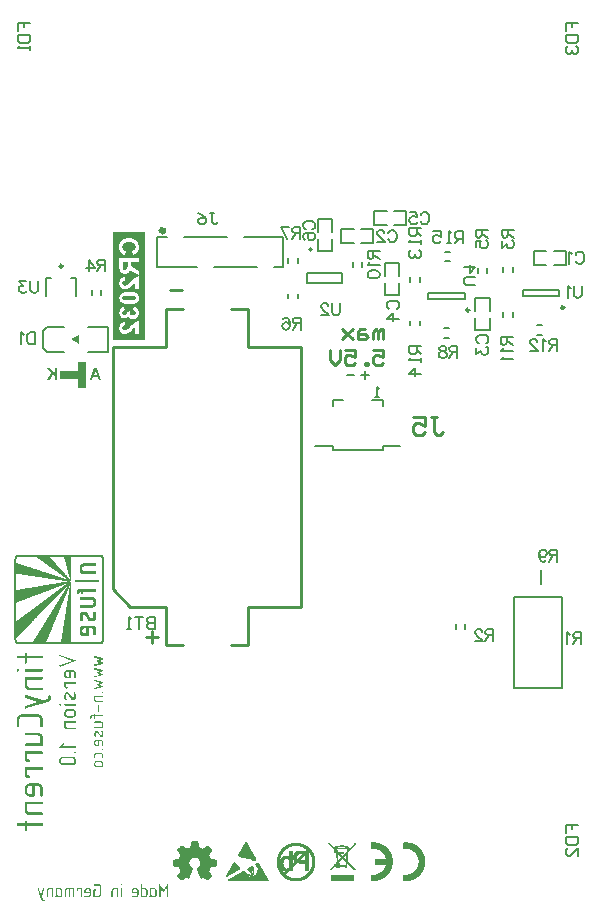
<source format=gbr>
G04 Layer_Color=32896*
%FSLAX45Y45*%
%MOMM*%
%TF.FileFunction,Legend,Bot*%
%TF.Part,Single*%
G01*
G75*
%TA.AperFunction,NonConductor*%
%ADD44C,0.25000*%
%ADD45C,0.12700*%
%ADD46C,0.50000*%
%ADD47C,0.15000*%
%ADD48C,0.20000*%
%ADD49C,0.01270*%
%ADD50C,0.25400*%
%ADD51C,0.20300*%
%ADD52C,0.20320*%
%ADD53R,0.75001X2.25003*%
%ADD54R,1.75001X0.75001*%
G36*
X305599Y1101600D02*
X311926Y1100194D01*
X317199Y1098085D01*
X322121Y1095624D01*
X325636Y1093515D01*
X328448Y1091405D01*
X330206Y1089999D01*
X330909Y1089296D01*
X335128Y1084023D01*
X338291Y1078750D01*
X340752Y1073126D01*
X342158Y1068204D01*
X343213Y1063986D01*
X343564Y1060470D01*
X343916Y1059064D01*
Y1058010D01*
Y1057658D01*
Y1057306D01*
Y1001061D01*
X343213Y997194D01*
X342158Y994733D01*
X341104Y992975D01*
X340401Y992624D01*
X337588Y990866D01*
X335128Y990163D01*
X333370Y989812D01*
X332667D01*
X329503Y990515D01*
X327042Y991569D01*
X325636Y992624D01*
X324933Y993327D01*
X322824Y995788D01*
X321769Y998248D01*
X321418Y1000358D01*
Y1000709D01*
Y1001061D01*
Y1057306D01*
X321066Y1060470D01*
X320715Y1063283D01*
X320363Y1065743D01*
X320012Y1066095D01*
Y1066446D01*
X318254Y1069259D01*
X316848Y1071368D01*
X315442Y1072774D01*
X315090Y1073477D01*
X312629Y1075586D01*
X309817Y1076993D01*
X307005Y1078399D01*
X304544Y1079102D01*
X302435Y1079453D01*
X300326Y1079805D01*
X276421D01*
Y1001061D01*
X276070Y997194D01*
X274663Y994382D01*
X272906Y992624D01*
X270797Y991218D01*
X268687Y990515D01*
X266930Y989812D01*
X231424D01*
X224745Y990515D01*
X218769Y991921D01*
X213145Y994030D01*
X208575Y996491D01*
X204708Y998952D01*
X202247Y1001061D01*
X200489Y1002467D01*
X199786Y1003170D01*
X195216Y1008443D01*
X192052Y1013716D01*
X189592Y1018989D01*
X188186Y1023911D01*
X187131Y1028481D01*
X186779Y1031644D01*
X186428Y1033051D01*
Y1034105D01*
Y1034457D01*
Y1034808D01*
Y1057306D01*
X187131Y1063986D01*
X188537Y1070313D01*
X190646Y1075586D01*
X193107Y1080508D01*
X195919Y1084023D01*
X198029Y1086836D01*
X199435Y1088593D01*
X200138Y1089296D01*
X205411Y1093515D01*
X210684Y1096679D01*
X215957Y1099139D01*
X220878Y1100545D01*
X225097Y1101600D01*
X228261Y1101952D01*
X229667Y1102303D01*
X298919D01*
X305599Y1101600D01*
D02*
G37*
G36*
X336182Y1236941D02*
X338994Y1235535D01*
X340401Y1234481D01*
X341104Y1234129D01*
X342861Y1231317D01*
X343564Y1228856D01*
X343916Y1226747D01*
Y1226395D01*
Y1226044D01*
X343564Y1222880D01*
X342510Y1220419D01*
X341807Y1218662D01*
X341455Y1218310D01*
X338643Y1216201D01*
X335831Y1215146D01*
X333721Y1214795D01*
X208926D01*
Y1181047D01*
Y1179289D01*
X209629Y1177883D01*
X210684Y1175423D01*
X212090Y1174016D01*
X212442Y1173313D01*
X212793D01*
X215605Y1171204D01*
X218066Y1170150D01*
X219824Y1169798D01*
X220527D01*
X224042Y1169446D01*
X226855Y1168040D01*
X228261Y1166986D01*
X228964Y1166634D01*
X230721Y1163822D01*
X231424Y1161361D01*
X231776Y1159252D01*
Y1158900D01*
Y1158549D01*
X231424Y1155385D01*
X230370Y1152924D01*
X229315Y1151167D01*
X228964Y1150815D01*
X226151Y1148706D01*
X223691Y1147651D01*
X221230Y1147300D01*
X220527D01*
X215254Y1147651D01*
X210684Y1148706D01*
X206465Y1150464D01*
X202950Y1152221D01*
X200138Y1154330D01*
X198029Y1155737D01*
X196622Y1157143D01*
X196271Y1157494D01*
X193107Y1161361D01*
X190646Y1165228D01*
X188889Y1169095D01*
X187482Y1172962D01*
X186779Y1176126D01*
X186428Y1178586D01*
Y1180344D01*
Y1181047D01*
Y1226044D01*
X186779Y1229911D01*
X188186Y1232371D01*
X189943Y1234481D01*
X192052Y1235887D01*
X194162Y1236590D01*
X195919Y1236941D01*
X197325Y1237293D01*
X332667D01*
X336182Y1236941D01*
D02*
G37*
G36*
Y1371931D02*
X338994Y1370525D01*
X340401Y1369470D01*
X341104Y1369119D01*
X342861Y1366307D01*
X343564Y1363846D01*
X343916Y1361737D01*
Y1361385D01*
Y1361034D01*
X343564Y1357870D01*
X342510Y1355409D01*
X341807Y1353651D01*
X341455Y1353300D01*
X338643Y1351191D01*
X335831Y1350136D01*
X333721Y1349784D01*
X208926D01*
Y1316037D01*
Y1314279D01*
X209629Y1312873D01*
X210684Y1310412D01*
X212090Y1309006D01*
X212442Y1308303D01*
X212793D01*
X215605Y1306194D01*
X218066Y1305139D01*
X219824Y1304788D01*
X220527D01*
X224042Y1304436D01*
X226855Y1303030D01*
X228261Y1301976D01*
X228964Y1301624D01*
X230721Y1298812D01*
X231424Y1296351D01*
X231776Y1294242D01*
Y1293890D01*
Y1293539D01*
X231424Y1290375D01*
X230370Y1287914D01*
X229315Y1286156D01*
X228964Y1285805D01*
X226151Y1283696D01*
X223691Y1282641D01*
X221230Y1282290D01*
X220527D01*
X215254Y1282641D01*
X210684Y1283696D01*
X206465Y1285453D01*
X202950Y1287211D01*
X200138Y1289320D01*
X198029Y1290726D01*
X196622Y1292133D01*
X196271Y1292484D01*
X193107Y1296351D01*
X190646Y1300218D01*
X188889Y1304085D01*
X187482Y1307952D01*
X186779Y1311115D01*
X186428Y1313576D01*
Y1315334D01*
Y1316037D01*
Y1361034D01*
X186779Y1364900D01*
X188186Y1367361D01*
X189943Y1369470D01*
X192052Y1370877D01*
X194162Y1371580D01*
X195919Y1371931D01*
X197325Y1372283D01*
X332667D01*
X336182Y1371931D01*
D02*
G37*
G36*
Y944463D02*
X338994Y943057D01*
X340401Y942003D01*
X341104Y941651D01*
X342861Y938839D01*
X343564Y936378D01*
X343916Y934269D01*
Y933917D01*
Y933566D01*
X343564Y930402D01*
X342510Y927941D01*
X341807Y926184D01*
X341455Y925832D01*
X338643Y923723D01*
X335831Y922668D01*
X333721Y922317D01*
X208926D01*
Y877320D01*
X209278Y873805D01*
X209981Y870992D01*
X211035Y868180D01*
X212090Y865719D01*
X213496Y863962D01*
X214551Y862556D01*
X215254Y861852D01*
X215605Y861501D01*
X218066Y859392D01*
X220878Y857634D01*
X223691Y856579D01*
X226151Y855525D01*
X228261Y855173D01*
X230018Y854822D01*
X332667D01*
X336182Y854470D01*
X338994Y853064D01*
X340401Y852009D01*
X341104Y851658D01*
X342861Y848846D01*
X343564Y846385D01*
X343916Y844276D01*
Y843924D01*
Y843573D01*
X343564Y840409D01*
X342510Y837948D01*
X341807Y836190D01*
X341455Y835839D01*
X338643Y833730D01*
X335831Y832675D01*
X333721Y832323D01*
X231424D01*
X224745Y833027D01*
X218769Y834433D01*
X213145Y836542D01*
X208575Y839003D01*
X204708Y841463D01*
X202247Y843573D01*
X200489Y844979D01*
X199786Y845682D01*
X195216Y850955D01*
X192052Y856228D01*
X189592Y861501D01*
X188186Y866422D01*
X187131Y870992D01*
X186779Y874156D01*
X186428Y875562D01*
Y876617D01*
Y876969D01*
Y877320D01*
Y933566D01*
X186779Y937433D01*
X188186Y939893D01*
X189943Y942003D01*
X192052Y943409D01*
X194162Y944112D01*
X195919Y944463D01*
X197325Y944815D01*
X332667D01*
X336182Y944463D01*
D02*
G37*
G36*
X1399766Y247162D02*
X1400790Y246650D01*
X1401643Y246138D01*
X1401814Y245797D01*
X1402667Y244431D01*
X1403179Y242895D01*
Y242212D01*
X1403350Y241530D01*
Y241188D01*
Y241018D01*
Y143384D01*
X1403179Y141677D01*
X1402497Y140312D01*
X1401984Y139629D01*
X1401814Y139288D01*
X1400448Y138434D01*
X1399253Y138093D01*
X1398229Y137922D01*
X1397888D01*
X1396352Y138093D01*
X1395157Y138605D01*
X1394304Y138946D01*
X1394133Y139117D01*
X1393109Y140482D01*
X1392597Y141848D01*
X1392426Y142872D01*
Y143213D01*
Y143384D01*
Y221218D01*
X1369895Y183496D01*
X1369042Y182301D01*
X1368188Y181447D01*
X1367335Y180935D01*
X1366652Y180594D01*
X1365457Y180082D01*
X1365116D01*
X1364092Y180253D01*
X1363238Y180594D01*
X1361702Y181789D01*
X1360678Y182984D01*
X1360507Y183325D01*
X1360337Y183496D01*
X1337806Y221218D01*
Y143384D01*
X1337464Y141677D01*
X1336952Y140312D01*
X1336440Y139629D01*
X1336099Y139288D01*
X1334733Y138434D01*
X1333539Y138093D01*
X1332685Y137922D01*
X1332344D01*
X1330637Y138093D01*
X1329442Y138605D01*
X1328759Y138946D01*
X1328418Y139117D01*
X1327565Y140482D01*
X1327052Y141848D01*
X1326882Y142872D01*
Y143213D01*
Y143384D01*
Y241018D01*
X1327052Y242895D01*
X1327565Y244431D01*
X1328247Y245285D01*
X1328418Y245626D01*
X1328930Y246309D01*
X1329613Y246650D01*
X1330637Y247333D01*
X1331490Y247504D01*
X1331832D01*
X1333027Y247333D01*
X1334051Y246992D01*
X1335758Y245797D01*
X1336782Y244431D01*
X1336952Y244090D01*
X1337123Y243919D01*
X1365116Y197151D01*
X1393279Y243919D01*
X1394304Y245114D01*
X1394986Y245968D01*
X1395669Y246480D01*
X1395840Y246650D01*
X1396693Y247162D01*
X1397547Y247333D01*
X1398229Y247504D01*
X1398400D01*
X1399766Y247162D01*
D02*
G37*
G36*
X1006159Y246821D02*
X1007525Y246309D01*
X1008207Y245797D01*
X1008549Y245455D01*
X1009402Y244261D01*
X1009914Y243066D01*
X1010085Y242042D01*
Y241871D01*
Y241700D01*
X1009914Y240164D01*
X1009402Y238969D01*
X1008890Y238116D01*
X1008719Y237774D01*
X1007354Y236921D01*
X1005988Y236409D01*
X1004964Y236238D01*
X1004623D01*
X1003087Y236409D01*
X1001892Y237092D01*
X1001209Y237604D01*
X1000868Y237774D01*
X999844Y239140D01*
X999332Y240335D01*
X999161Y241359D01*
Y241530D01*
Y241700D01*
Y242554D01*
X999502Y243236D01*
X1000014Y244431D01*
X1000697Y245114D01*
X1000868Y245455D01*
X1001038D01*
X1002404Y246480D01*
X1003599Y246992D01*
X1004281Y247162D01*
X1004623D01*
X1006159Y246821D01*
D02*
G37*
G36*
X200841Y787327D02*
X203653Y785921D01*
X205059Y784866D01*
X205762Y784515D01*
X207520Y781702D01*
X208575Y779242D01*
X208926Y776781D01*
Y776429D01*
Y776078D01*
Y764829D01*
X332667D01*
X336182Y764477D01*
X338994Y763071D01*
X340401Y762016D01*
X341104Y761665D01*
X342861Y758852D01*
X343564Y756392D01*
X343916Y754282D01*
Y753931D01*
Y753579D01*
X343564Y750416D01*
X342510Y747955D01*
X341807Y746197D01*
X341455Y745846D01*
X338643Y743736D01*
X335831Y742682D01*
X333721Y742330D01*
X208926D01*
Y708934D01*
X208223Y705067D01*
X207168Y702607D01*
X206114Y700849D01*
X205411Y700497D01*
X202599Y698740D01*
X200138Y698037D01*
X198380Y697685D01*
X197677D01*
X194513Y698037D01*
X192052Y699091D01*
X190646Y700497D01*
X189943Y700849D01*
X187834Y703310D01*
X186779Y706122D01*
X186428Y708231D01*
Y708583D01*
Y708934D01*
Y742330D01*
X130182D01*
X126315Y743033D01*
X123854Y744088D01*
X122097Y745143D01*
X121745Y745846D01*
X119988Y748658D01*
X119284Y751119D01*
X118933Y752876D01*
Y753228D01*
Y753579D01*
X119284Y756743D01*
X120339Y759204D01*
X121745Y760962D01*
X122097Y761665D01*
X124909Y763422D01*
X127721Y764477D01*
X129479Y764829D01*
X186428D01*
Y776078D01*
Y778187D01*
X187131Y779945D01*
X188186Y782405D01*
X189592Y784163D01*
X189943Y784866D01*
X190295D01*
X192756Y786624D01*
X195216Y787327D01*
X196974Y787678D01*
X197677D01*
X200841Y787327D01*
D02*
G37*
G36*
X133346Y2069379D02*
X135807Y2068324D01*
X137564Y2067269D01*
X138267Y2066918D01*
X140025Y2064106D01*
X141080Y2061293D01*
X141431Y2059184D01*
Y2058833D01*
Y2058481D01*
X141080Y2055317D01*
X139674Y2052856D01*
X138619Y2051450D01*
X138267Y2050747D01*
X135455Y2048638D01*
X132994Y2047583D01*
X130885Y2047232D01*
X128424D01*
X127018Y2047935D01*
X124558Y2048990D01*
X123151Y2050396D01*
X122448Y2050747D01*
Y2051099D01*
X120339Y2053911D01*
X119284Y2056372D01*
X118933Y2057778D01*
Y2058481D01*
X119636Y2061645D01*
X120691Y2064457D01*
X121745Y2065863D01*
X122448Y2066566D01*
X124909Y2068324D01*
X127370Y2069379D01*
X129479Y2069730D01*
X130182D01*
X133346Y2069379D01*
D02*
G37*
G36*
X336182D02*
X338994Y2067972D01*
X340401Y2066918D01*
X341104Y2066566D01*
X342861Y2063754D01*
X343564Y2061293D01*
X343916Y2059184D01*
Y2058833D01*
Y2058481D01*
X343564Y2055317D01*
X342510Y2052856D01*
X341807Y2051099D01*
X341455Y2050747D01*
X338643Y2048638D01*
X335831Y2047583D01*
X333721Y2047232D01*
X197677D01*
X193810Y2047935D01*
X191349Y2048990D01*
X189592Y2050044D01*
X189240Y2050747D01*
X187482Y2053560D01*
X186779Y2056020D01*
X186428Y2057778D01*
Y2058129D01*
Y2058481D01*
X186779Y2061645D01*
X187834Y2064106D01*
X189240Y2065863D01*
X189592Y2066566D01*
X192404Y2068324D01*
X195216Y2069379D01*
X196974Y2069730D01*
X332667D01*
X336182Y2069379D01*
D02*
G37*
G36*
X200841Y2204720D02*
X203653Y2203314D01*
X205059Y2202259D01*
X205762Y2201908D01*
X207520Y2199095D01*
X208575Y2196635D01*
X208926Y2194174D01*
Y2193822D01*
Y2193471D01*
Y2182222D01*
X332667D01*
X336182Y2181870D01*
X338994Y2180464D01*
X340401Y2179409D01*
X341104Y2179058D01*
X342861Y2176246D01*
X343564Y2173785D01*
X343916Y2171676D01*
Y2171324D01*
Y2170973D01*
X343564Y2167809D01*
X342510Y2165348D01*
X341807Y2163590D01*
X341455Y2163239D01*
X338643Y2161130D01*
X335831Y2160075D01*
X333721Y2159723D01*
X208926D01*
Y2126327D01*
X208223Y2122461D01*
X207168Y2120000D01*
X206114Y2118242D01*
X205411Y2117891D01*
X202599Y2116133D01*
X200138Y2115430D01*
X198380Y2115078D01*
X197677D01*
X194513Y2115430D01*
X192052Y2116484D01*
X190646Y2117891D01*
X189943Y2118242D01*
X187834Y2120703D01*
X186779Y2123515D01*
X186428Y2125624D01*
Y2125976D01*
Y2126327D01*
Y2159723D01*
X130182D01*
X126315Y2160426D01*
X123854Y2161481D01*
X122097Y2162536D01*
X121745Y2163239D01*
X119988Y2166051D01*
X119284Y2168512D01*
X118933Y2170269D01*
Y2170621D01*
Y2170973D01*
X119284Y2174136D01*
X120339Y2176597D01*
X121745Y2178355D01*
X122097Y2179058D01*
X124909Y2180816D01*
X127721Y2181870D01*
X129479Y2182222D01*
X186428D01*
Y2193471D01*
Y2195580D01*
X187131Y2197338D01*
X188186Y2199798D01*
X189592Y2201556D01*
X189943Y2202259D01*
X190295D01*
X192756Y2204017D01*
X195216Y2204720D01*
X196974Y2205072D01*
X197677D01*
X200841Y2204720D01*
D02*
G37*
G36*
X336182Y2001884D02*
X338994Y2000478D01*
X340401Y1999423D01*
X341104Y1999071D01*
X342861Y1996259D01*
X343564Y1993798D01*
X343916Y1991689D01*
Y1991338D01*
Y1990986D01*
X343564Y1987822D01*
X342510Y1985362D01*
X341807Y1983604D01*
X341455Y1983252D01*
X338643Y1981143D01*
X335831Y1980088D01*
X333721Y1979737D01*
X208926D01*
Y1934740D01*
X209278Y1931225D01*
X209981Y1928413D01*
X211035Y1925600D01*
X212090Y1923140D01*
X213496Y1921382D01*
X214551Y1919976D01*
X215254Y1919273D01*
X215605Y1918921D01*
X218066Y1916812D01*
X220878Y1915054D01*
X223691Y1914000D01*
X226151Y1912945D01*
X228261Y1912594D01*
X230018Y1912242D01*
X332667D01*
X336182Y1911891D01*
X338994Y1910484D01*
X340401Y1909430D01*
X341104Y1909078D01*
X342861Y1906266D01*
X343564Y1903805D01*
X343916Y1901696D01*
Y1901344D01*
Y1900993D01*
X343564Y1897829D01*
X342510Y1895368D01*
X341807Y1893611D01*
X341455Y1893259D01*
X338643Y1891150D01*
X335831Y1890095D01*
X333721Y1889744D01*
X231424D01*
X224745Y1890447D01*
X218769Y1891853D01*
X213145Y1893962D01*
X208575Y1896423D01*
X204708Y1898884D01*
X202247Y1900993D01*
X200489Y1902399D01*
X199786Y1903102D01*
X195216Y1908375D01*
X192052Y1913648D01*
X189592Y1918921D01*
X188186Y1923843D01*
X187131Y1928413D01*
X186779Y1931577D01*
X186428Y1932983D01*
Y1934037D01*
Y1934389D01*
Y1934740D01*
Y1990986D01*
X186779Y1994853D01*
X188186Y1997314D01*
X189943Y1999423D01*
X192052Y2000829D01*
X194162Y2001532D01*
X195919Y2001884D01*
X197325Y2002235D01*
X332667D01*
X336182Y2001884D01*
D02*
G37*
G36*
X305599Y1529068D02*
X311926Y1527662D01*
X317199Y1525552D01*
X322121Y1523092D01*
X325636Y1520631D01*
X328448Y1518522D01*
X330206Y1517116D01*
X330909Y1516413D01*
X335128Y1511139D01*
X338291Y1505866D01*
X340752Y1500593D01*
X342158Y1495672D01*
X343213Y1491102D01*
X343564Y1487938D01*
X343916Y1486532D01*
Y1485477D01*
Y1485126D01*
Y1484774D01*
Y1428529D01*
X343564Y1424662D01*
X342158Y1421849D01*
X340401Y1420092D01*
X338291Y1418686D01*
X336182Y1417982D01*
X334425Y1417279D01*
X197677D01*
X193810Y1417982D01*
X191349Y1419037D01*
X189592Y1420092D01*
X189240Y1420795D01*
X187482Y1423607D01*
X186779Y1426068D01*
X186428Y1427825D01*
Y1428177D01*
Y1428529D01*
X186779Y1431692D01*
X187834Y1434153D01*
X189240Y1435911D01*
X189592Y1436614D01*
X192404Y1438372D01*
X195216Y1439426D01*
X196974Y1439778D01*
X321418D01*
Y1484774D01*
X321066Y1487938D01*
X320715Y1490750D01*
X320363Y1493211D01*
X320012Y1493563D01*
Y1493914D01*
X318254Y1496726D01*
X316848Y1498836D01*
X315442Y1500242D01*
X315090Y1500945D01*
X312629Y1503054D01*
X309817Y1504460D01*
X307005Y1505866D01*
X304544Y1506570D01*
X302435Y1506921D01*
X300326Y1507273D01*
X197677D01*
X193810Y1507976D01*
X191349Y1509030D01*
X189592Y1510085D01*
X189240Y1510788D01*
X187482Y1513600D01*
X186779Y1516061D01*
X186428Y1517819D01*
Y1518170D01*
Y1518522D01*
X186779Y1521686D01*
X187834Y1524146D01*
X189240Y1525904D01*
X189592Y1526607D01*
X192404Y1528365D01*
X195216Y1529419D01*
X196974Y1529771D01*
X298919D01*
X305599Y1529068D01*
D02*
G37*
G36*
Y1686556D02*
X311926Y1685150D01*
X317199Y1683041D01*
X322121Y1680580D01*
X325636Y1678471D01*
X328448Y1676361D01*
X330206Y1674955D01*
X330909Y1674252D01*
X335128Y1668979D01*
X338291Y1663706D01*
X340752Y1658433D01*
X342158Y1653512D01*
X343213Y1648942D01*
X343564Y1645778D01*
X343916Y1644372D01*
Y1643317D01*
Y1642965D01*
Y1642614D01*
Y1586368D01*
X343213Y1582501D01*
X342158Y1580041D01*
X341104Y1578283D01*
X340401Y1577931D01*
X337588Y1576174D01*
X335128Y1575471D01*
X333370Y1575119D01*
X332667D01*
X329503Y1575471D01*
X327042Y1576525D01*
X325636Y1577931D01*
X324933Y1578283D01*
X322824Y1580744D01*
X321769Y1583556D01*
X321418Y1585665D01*
Y1586017D01*
Y1586368D01*
Y1642614D01*
X321066Y1645778D01*
X320715Y1648590D01*
X320363Y1650699D01*
X320012Y1651051D01*
Y1651402D01*
X318254Y1654215D01*
X316848Y1656324D01*
X315442Y1657730D01*
X315090Y1658433D01*
X312629Y1660542D01*
X309817Y1661948D01*
X307005Y1663355D01*
X304544Y1664058D01*
X302435Y1664409D01*
X300326Y1664761D01*
X163930D01*
X160766Y1664409D01*
X157953Y1664058D01*
X156196Y1663706D01*
X155493Y1663355D01*
X152680Y1661948D01*
X150220Y1660191D01*
X148814Y1658785D01*
X148110Y1658433D01*
X146001Y1655972D01*
X144244Y1653160D01*
X143189Y1650348D01*
X142134Y1647887D01*
X141783Y1645778D01*
X141431Y1644020D01*
Y1642965D01*
Y1642614D01*
Y1586368D01*
X140728Y1582501D01*
X139674Y1580041D01*
X138619Y1578283D01*
X137916Y1577931D01*
X135104Y1576174D01*
X132643Y1575471D01*
X130885Y1575119D01*
X130182D01*
X127018Y1575471D01*
X124558Y1576525D01*
X123151Y1577931D01*
X122448Y1578283D01*
X120339Y1580744D01*
X119284Y1583556D01*
X118933Y1585665D01*
Y1586017D01*
Y1586368D01*
Y1642614D01*
X119636Y1649293D01*
X121042Y1655269D01*
X123151Y1660894D01*
X125612Y1665464D01*
X128073Y1668979D01*
X130182Y1671791D01*
X131588Y1673549D01*
X132291Y1674252D01*
X137213Y1678471D01*
X142837Y1681634D01*
X148110Y1684095D01*
X153032Y1685501D01*
X157250Y1686556D01*
X160766Y1686907D01*
X162172Y1687259D01*
X298919D01*
X305599Y1686556D01*
D02*
G37*
G36*
X402974Y1846856D02*
X405435Y1845802D01*
X407192Y1844747D01*
X407896Y1844396D01*
X410005Y1841232D01*
X411059Y1838419D01*
X411411Y1836662D01*
Y1836310D01*
Y1835959D01*
Y1824710D01*
X411059Y1820491D01*
X410356Y1816976D01*
X409302Y1813460D01*
X407896Y1810648D01*
X406489Y1808187D01*
X405435Y1806430D01*
X404732Y1805375D01*
X404380Y1805024D01*
X401568Y1801860D01*
X398756Y1799399D01*
X395943Y1797641D01*
X393131Y1796235D01*
X391022Y1795181D01*
X389264Y1794126D01*
X387858Y1793774D01*
X387506D01*
X201544Y1735068D01*
X197677Y1734716D01*
X194162Y1735068D01*
X191701Y1736123D01*
X189943Y1737529D01*
X189592Y1737880D01*
X187834Y1740341D01*
X186779Y1743153D01*
X186428Y1745262D01*
Y1745614D01*
Y1745966D01*
X186779Y1748778D01*
X187834Y1751239D01*
X188889Y1752996D01*
X190295Y1754402D01*
X192052Y1755457D01*
X193107Y1756160D01*
X194162Y1756863D01*
X194513D01*
X304544Y1791314D01*
X194513Y1825061D01*
X191701Y1826467D01*
X189943Y1827873D01*
X188537Y1829631D01*
X187482Y1831389D01*
X186779Y1833146D01*
X186428Y1834553D01*
Y1835256D01*
Y1835607D01*
X186779Y1838771D01*
X187834Y1841232D01*
X189240Y1842989D01*
X189592Y1843693D01*
X192404Y1845802D01*
X194865Y1846856D01*
X196974Y1847208D01*
X197677D01*
X201544Y1846856D01*
X342861Y1803266D01*
X381179Y1815218D01*
X383640Y1816273D01*
X385046Y1817679D01*
X386100Y1818733D01*
X386452Y1819085D01*
X387858Y1820843D01*
X388561Y1822600D01*
X388913Y1824007D01*
Y1824710D01*
Y1835959D01*
X389264Y1839474D01*
X390319Y1842286D01*
X391725Y1843693D01*
X392076Y1844396D01*
X394889Y1846153D01*
X397349Y1846856D01*
X399459Y1847208D01*
X400162D01*
X402974Y1846856D01*
D02*
G37*
G36*
X351741Y214220D02*
X352936Y213707D01*
X353789Y213025D01*
X354131Y212854D01*
X355155Y211489D01*
X355667Y210294D01*
X355838Y209270D01*
Y209099D01*
Y208928D01*
X355667Y207051D01*
X334502Y138434D01*
X340305Y119829D01*
X340817Y118634D01*
X341500Y117952D01*
X342012Y117439D01*
X342183Y117269D01*
X343036Y116586D01*
X343890Y116245D01*
X344572Y116074D01*
X350376D01*
X352083Y115903D01*
X353448Y115391D01*
X354131Y114708D01*
X354472Y114538D01*
X355326Y113172D01*
X355667Y111977D01*
X355838Y110953D01*
Y110783D01*
Y110612D01*
X355667Y109246D01*
X355155Y108052D01*
X354643Y107198D01*
X354472Y106857D01*
X352936Y105833D01*
X351571Y105321D01*
X350717Y105150D01*
X344914D01*
X342865Y105321D01*
X341159Y105662D01*
X339452Y106174D01*
X338086Y106857D01*
X336891Y107540D01*
X336038Y108052D01*
X335526Y108393D01*
X335355Y108564D01*
X333819Y109929D01*
X332624Y111295D01*
X331771Y112660D01*
X331088Y114026D01*
X330576Y115050D01*
X330064Y115903D01*
X329893Y116586D01*
Y116757D01*
X301388Y207051D01*
X301218Y208928D01*
X301388Y210635D01*
X301900Y211830D01*
X302583Y212683D01*
X302754Y212854D01*
X303949Y213707D01*
X305314Y214220D01*
X306338Y214390D01*
X306680D01*
X308045Y214220D01*
X309240Y213707D01*
X310093Y213195D01*
X310776Y212513D01*
X311288Y211659D01*
X311630Y211147D01*
X311971Y210635D01*
Y210464D01*
X328698Y157039D01*
X345084Y210464D01*
X345767Y211830D01*
X346450Y212683D01*
X347303Y213366D01*
X348157Y213878D01*
X349010Y214220D01*
X349693Y214390D01*
X350205D01*
X351741Y214220D01*
D02*
G37*
G36*
X488974Y214049D02*
X492047Y213366D01*
X494607Y212342D01*
X496997Y211147D01*
X498704Y209952D01*
X500069Y208928D01*
X500923Y208245D01*
X501264Y207904D01*
X503312Y205514D01*
X504848Y202783D01*
X506043Y200223D01*
X506726Y197833D01*
X507238Y195785D01*
X507409Y194078D01*
X507579Y193396D01*
Y192884D01*
Y192713D01*
Y192542D01*
Y159770D01*
X507238Y156527D01*
X506555Y153455D01*
X505531Y150894D01*
X504336Y148505D01*
X503141Y146798D01*
X502117Y145432D01*
X501435Y144579D01*
X501093Y144237D01*
X498533Y142189D01*
X495973Y140653D01*
X493412Y139458D01*
X491023Y138775D01*
X488804Y138263D01*
X487268Y138093D01*
X486585Y137922D01*
X474807D01*
X473100Y138093D01*
X471564Y138263D01*
X470028Y138605D01*
X468663Y138946D01*
X467468Y139288D01*
X466614Y139629D01*
X465932Y139970D01*
X465761D01*
X464054Y140824D01*
X462688Y141677D01*
X461494Y142531D01*
X460469Y143384D01*
X459616Y144067D01*
X459104Y144579D01*
X458763Y144920D01*
X458592Y145091D01*
X457226Y143555D01*
X455690Y142189D01*
X454325Y140994D01*
X452789Y139970D01*
X451594Y139288D01*
X450570Y138775D01*
X449887Y138605D01*
X449716Y138434D01*
X448863Y138093D01*
X448180Y137922D01*
X447497D01*
X445790Y138093D01*
X444596Y138775D01*
X443742Y139288D01*
X443571Y139458D01*
X442718Y140653D01*
X442206Y142019D01*
X442035Y143043D01*
Y143213D01*
Y143384D01*
X442206Y144579D01*
X442547Y145603D01*
X443059Y146456D01*
X443742Y147139D01*
X444937Y147993D01*
X445278Y148334D01*
X445449D01*
X447839Y149870D01*
X449545Y151406D01*
X450058Y152089D01*
X450570Y152601D01*
X450740Y152943D01*
X450911Y153113D01*
X451594Y154308D01*
X452106Y155674D01*
X452618Y157722D01*
X452789Y158575D01*
X452959Y159258D01*
Y159599D01*
Y159770D01*
Y208928D01*
X453130Y210806D01*
X453813Y212171D01*
X454666Y213025D01*
X455690Y213707D01*
X456714Y214049D01*
X457568Y214390D01*
X485731D01*
X488974Y214049D01*
D02*
G37*
G36*
X602311Y214220D02*
X603506Y213537D01*
X604530Y212683D01*
X605213Y211659D01*
X605554Y210635D01*
X605725Y209782D01*
X605896Y209099D01*
Y208928D01*
Y143384D01*
X605725Y141677D01*
X605042Y140312D01*
X604530Y139629D01*
X604359Y139288D01*
X602994Y138434D01*
X601799Y138093D01*
X600775Y137922D01*
X600434D01*
X598897Y138093D01*
X597703Y138605D01*
X596849Y138946D01*
X596679Y139117D01*
X595654Y140482D01*
X595142Y141848D01*
X594972Y142872D01*
Y143213D01*
Y143384D01*
Y203466D01*
X573124D01*
Y143384D01*
X572953Y141677D01*
X572270Y140312D01*
X571758Y139629D01*
X571587Y139288D01*
X570222Y138434D01*
X569027Y138093D01*
X568003Y137922D01*
X567662D01*
X566125Y138093D01*
X564931Y138605D01*
X564077Y138946D01*
X563906Y139117D01*
X562882Y140482D01*
X562370Y141848D01*
X562200Y142872D01*
Y143213D01*
Y143384D01*
Y203466D01*
X551276D01*
X549569Y203296D01*
X548203Y202954D01*
X546838Y202442D01*
X545643Y201930D01*
X544789Y201247D01*
X544107Y200735D01*
X543765Y200394D01*
X543595Y200223D01*
X542570Y199028D01*
X541717Y197663D01*
X541205Y196297D01*
X540693Y195102D01*
X540522Y194078D01*
X540351Y193225D01*
Y192713D01*
Y192542D01*
Y143384D01*
X540181Y141677D01*
X539498Y140312D01*
X538986Y139629D01*
X538815Y139288D01*
X537450Y138434D01*
X536255Y138093D01*
X535231Y137922D01*
X534889D01*
X533353Y138093D01*
X532158Y138605D01*
X531305Y138946D01*
X531134Y139117D01*
X530110Y140482D01*
X529598Y141848D01*
X529427Y142872D01*
Y143213D01*
Y143384D01*
Y192542D01*
X529769Y195785D01*
X530452Y198687D01*
X531476Y201418D01*
X532671Y203637D01*
X533865Y205514D01*
X534889Y206709D01*
X535572Y207563D01*
X535914Y207904D01*
X538474Y210123D01*
X541034Y211659D01*
X543595Y212854D01*
X545984Y213537D01*
X548203Y214049D01*
X549739Y214220D01*
X550422Y214390D01*
X600434D01*
X602311Y214220D01*
D02*
G37*
G36*
X667855D02*
X669050Y213537D01*
X670074Y212683D01*
X670757Y211659D01*
X671098Y210635D01*
X671269Y209782D01*
X671440Y209099D01*
Y208928D01*
Y143384D01*
X671269Y141677D01*
X670586Y140312D01*
X670074Y139629D01*
X669904Y139288D01*
X668538Y138434D01*
X667343Y138093D01*
X666319Y137922D01*
X665978D01*
X664442Y138093D01*
X663247Y138605D01*
X662393Y138946D01*
X662223Y139117D01*
X661199Y140482D01*
X660687Y141848D01*
X660516Y142872D01*
Y143213D01*
Y143384D01*
Y203466D01*
X643276D01*
X642594Y203125D01*
X641399Y202613D01*
X640716Y201930D01*
X640375Y201759D01*
Y201589D01*
X639351Y200223D01*
X638838Y199028D01*
X638668Y198175D01*
Y198004D01*
Y197833D01*
X638497Y196127D01*
X637814Y194761D01*
X637302Y194078D01*
X637132Y193737D01*
X635766Y192884D01*
X634571Y192542D01*
X633547Y192371D01*
X633206D01*
X631670Y192542D01*
X630475Y193054D01*
X629621Y193566D01*
X629451Y193737D01*
X628426Y195102D01*
X627914Y196297D01*
X627744Y197492D01*
Y197663D01*
Y197833D01*
X627914Y200394D01*
X628426Y202613D01*
X629280Y204661D01*
X630133Y206368D01*
X631157Y207733D01*
X631840Y208758D01*
X632523Y209440D01*
X632694Y209611D01*
X634571Y211147D01*
X636449Y212342D01*
X638326Y213195D01*
X640204Y213878D01*
X641740Y214220D01*
X642935Y214390D01*
X665978D01*
X667855Y214220D01*
D02*
G37*
G36*
X427527D02*
X428722Y213537D01*
X429746Y212683D01*
X430428Y211659D01*
X430770Y210635D01*
X430940Y209782D01*
X431111Y209099D01*
Y208928D01*
Y143384D01*
X430940Y141677D01*
X430258Y140312D01*
X429746Y139629D01*
X429575Y139288D01*
X428209Y138434D01*
X427015Y138093D01*
X425991Y137922D01*
X425649D01*
X424113Y138093D01*
X422918Y138605D01*
X422065Y138946D01*
X421894Y139117D01*
X420870Y140482D01*
X420358Y141848D01*
X420187Y142872D01*
Y143213D01*
Y143384D01*
Y203466D01*
X398339D01*
X396632Y203296D01*
X395267Y202954D01*
X393901Y202442D01*
X392706Y201930D01*
X391853Y201247D01*
X391170Y200735D01*
X390829Y200394D01*
X390658Y200223D01*
X389634Y199028D01*
X388781Y197663D01*
X388268Y196297D01*
X387756Y195102D01*
X387586Y194078D01*
X387415Y193225D01*
Y192713D01*
Y192542D01*
Y143384D01*
X387244Y141677D01*
X386562Y140312D01*
X386050Y139629D01*
X385879Y139288D01*
X384513Y138434D01*
X383319Y138093D01*
X382294Y137922D01*
X381953D01*
X380417Y138093D01*
X379222Y138605D01*
X378369Y138946D01*
X378198Y139117D01*
X377174Y140482D01*
X376662Y141848D01*
X376491Y142872D01*
Y143213D01*
Y143384D01*
Y192542D01*
X376832Y195785D01*
X377515Y198687D01*
X378539Y201418D01*
X379734Y203637D01*
X380929Y205514D01*
X381953Y206709D01*
X382636Y207563D01*
X382977Y207904D01*
X385537Y210123D01*
X388098Y211659D01*
X390658Y212854D01*
X393048Y213537D01*
X395267Y214049D01*
X396803Y214220D01*
X397486Y214390D01*
X425649D01*
X427527Y214220D01*
D02*
G37*
G36*
X1206427Y4854854D02*
X936253D01*
Y5768340D01*
X1206427D01*
Y4854854D01*
D02*
G37*
G36*
X460000Y4520000D02*
X440541D01*
Y4548968D01*
X425033Y4565062D01*
X398552Y4520000D01*
X373534D01*
X411573Y4578668D01*
X375436Y4616122D01*
X401478D01*
X440541Y4573547D01*
Y4616122D01*
X460000D01*
Y4520000D01*
D02*
G37*
G36*
X835000D02*
X814517D01*
X806617Y4541799D01*
X767846D01*
X759653Y4520000D01*
X738586D01*
X777210Y4616122D01*
X797692D01*
X835000Y4520000D01*
D02*
G37*
G36*
X1180944Y246992D02*
X1182138Y246480D01*
X1182992Y245797D01*
X1183333Y245626D01*
X1184187Y244261D01*
X1184699Y242895D01*
X1184869Y242042D01*
Y241871D01*
Y241700D01*
Y214390D01*
X1206717D01*
X1209960Y214049D01*
X1213033Y213366D01*
X1215593Y212342D01*
X1217983Y211147D01*
X1219690Y209952D01*
X1221055Y208928D01*
X1221909Y208245D01*
X1222250Y207904D01*
X1224298Y205514D01*
X1225834Y202783D01*
X1227029Y200223D01*
X1227712Y197833D01*
X1228224Y195785D01*
X1228395Y194078D01*
X1228565Y193396D01*
Y192884D01*
Y192713D01*
Y192542D01*
Y159770D01*
X1228224Y156527D01*
X1227541Y153455D01*
X1226517Y150894D01*
X1225322Y148505D01*
X1224128Y146798D01*
X1223103Y145432D01*
X1222421Y144579D01*
X1222079Y144237D01*
X1219519Y142189D01*
X1216959Y140653D01*
X1214398Y139458D01*
X1212009Y138775D01*
X1209790Y138263D01*
X1208254Y138093D01*
X1207571Y137922D01*
X1179407D01*
X1177530Y138093D01*
X1176164Y138775D01*
X1175311Y139629D01*
X1174628Y140653D01*
X1174287Y141677D01*
X1173945Y142531D01*
Y143213D01*
Y143384D01*
Y241700D01*
X1174287Y243578D01*
X1174799Y244773D01*
X1175311Y245626D01*
X1175652Y245797D01*
X1177018Y246650D01*
X1178213Y246992D01*
X1179066Y247162D01*
X1179407D01*
X1180944Y246992D01*
D02*
G37*
G36*
X1286429Y214049D02*
X1289501Y213366D01*
X1292061Y212342D01*
X1294451Y211147D01*
X1296158Y209952D01*
X1297523Y208928D01*
X1298377Y208245D01*
X1298718Y207904D01*
X1300767Y205514D01*
X1302303Y202783D01*
X1303498Y200223D01*
X1304180Y197833D01*
X1304692Y195785D01*
X1304863Y194078D01*
X1305034Y193396D01*
Y192884D01*
Y192713D01*
Y192542D01*
Y159770D01*
X1304692Y156527D01*
X1304010Y153455D01*
X1302985Y150894D01*
X1301791Y148505D01*
X1300596Y146798D01*
X1299572Y145432D01*
X1298889Y144579D01*
X1298548Y144237D01*
X1295987Y142189D01*
X1293427Y140653D01*
X1290867Y139458D01*
X1288477Y138775D01*
X1286258Y138263D01*
X1284722Y138093D01*
X1284039Y137922D01*
X1272262D01*
X1270555Y138093D01*
X1269019Y138263D01*
X1267482Y138605D01*
X1266117Y138946D01*
X1264922Y139288D01*
X1264069Y139629D01*
X1263386Y139970D01*
X1263215D01*
X1261508Y140824D01*
X1260143Y141677D01*
X1258948Y142531D01*
X1257924Y143384D01*
X1257070Y144067D01*
X1256558Y144579D01*
X1256217Y144920D01*
X1256046Y145091D01*
X1254681Y143555D01*
X1253145Y142189D01*
X1251779Y140994D01*
X1250243Y139970D01*
X1249048Y139288D01*
X1248024Y138775D01*
X1247341Y138605D01*
X1247170Y138434D01*
X1246317Y138093D01*
X1245634Y137922D01*
X1244952D01*
X1243245Y138093D01*
X1242050Y138775D01*
X1241196Y139288D01*
X1241026Y139458D01*
X1240172Y140653D01*
X1239660Y142019D01*
X1239490Y143043D01*
Y143213D01*
Y143384D01*
X1239660Y144579D01*
X1240002Y145603D01*
X1240514Y146456D01*
X1241196Y147139D01*
X1242391Y147993D01*
X1242733Y148334D01*
X1242903D01*
X1245293Y149870D01*
X1247000Y151406D01*
X1247512Y152089D01*
X1248024Y152601D01*
X1248195Y152943D01*
X1248365Y153113D01*
X1249048Y154308D01*
X1249560Y155674D01*
X1250072Y157722D01*
X1250243Y158575D01*
X1250414Y159258D01*
Y159599D01*
Y159770D01*
Y208928D01*
X1250584Y210806D01*
X1251267Y212171D01*
X1252120Y213025D01*
X1253145Y213707D01*
X1254169Y214049D01*
X1255022Y214390D01*
X1283186D01*
X1286429Y214049D01*
D02*
G37*
G36*
X816695Y246821D02*
X819768Y246138D01*
X822328Y245114D01*
X824718Y243919D01*
X826425Y242724D01*
X827790Y241700D01*
X828644Y241018D01*
X828985Y240676D01*
X831033Y238287D01*
X832569Y235556D01*
X833764Y232995D01*
X834447Y230606D01*
X834959Y228557D01*
X835130Y226850D01*
X835300Y226168D01*
Y225656D01*
Y225485D01*
Y225314D01*
Y159770D01*
X834959Y156527D01*
X834276Y153455D01*
X833252Y150894D01*
X832057Y148505D01*
X831033Y146798D01*
X830009Y145432D01*
X829326Y144579D01*
X828985Y144237D01*
X826425Y142189D01*
X823864Y140653D01*
X821133Y139458D01*
X818744Y138775D01*
X816695Y138263D01*
X814988Y138093D01*
X814306Y137922D01*
X775218D01*
X773341Y138093D01*
X771975Y138775D01*
X771122Y139629D01*
X770439Y140653D01*
X770098Y141677D01*
X769756Y142531D01*
Y143213D01*
Y143384D01*
Y198004D01*
X769927Y199882D01*
X770610Y201247D01*
X771463Y202101D01*
X772487Y202783D01*
X773511Y203125D01*
X774365Y203466D01*
X787166D01*
X787849Y203125D01*
X789215Y202613D01*
X789897Y201930D01*
X790239Y201759D01*
Y201589D01*
X791092Y200394D01*
X791434Y199199D01*
X791604Y198346D01*
Y198175D01*
Y198004D01*
X791434Y196468D01*
X790921Y195102D01*
X790409Y194420D01*
X790239Y194078D01*
X788873Y193225D01*
X787678Y192713D01*
X786484Y192542D01*
X780680D01*
Y148846D01*
X813452D01*
X814988Y149017D01*
X816354Y149187D01*
X817549Y149358D01*
X817719Y149529D01*
X817890D01*
X819256Y150382D01*
X820280Y151065D01*
X820963Y151748D01*
X821304Y151918D01*
X822328Y153113D01*
X823011Y154479D01*
X823694Y155844D01*
X824035Y157039D01*
X824206Y158063D01*
X824376Y159087D01*
Y159599D01*
Y159770D01*
Y225314D01*
X824206Y226850D01*
X824035Y228216D01*
X823864Y229069D01*
X823694Y229411D01*
X823011Y230776D01*
X822157Y231971D01*
X821475Y232654D01*
X821304Y232995D01*
X820109Y234019D01*
X818744Y234873D01*
X817378Y235385D01*
X816183Y235897D01*
X815159Y236068D01*
X814135Y236238D01*
X775218D01*
X773341Y236580D01*
X772146Y237092D01*
X771292Y237604D01*
X771122Y237945D01*
X770268Y239311D01*
X769927Y240505D01*
X769756Y241359D01*
Y241700D01*
X770098Y243236D01*
X770610Y244431D01*
X771122Y245114D01*
X771463Y245455D01*
X772658Y246480D01*
X773853Y246992D01*
X774877Y247162D01*
X813452D01*
X816695Y246821D01*
D02*
G37*
G36*
X1133492Y214049D02*
X1136565Y213366D01*
X1139125Y212342D01*
X1141515Y211147D01*
X1143221Y209782D01*
X1144587Y208758D01*
X1145440Y208075D01*
X1145782Y207733D01*
X1147830Y205173D01*
X1149366Y202613D01*
X1150561Y200052D01*
X1151244Y197663D01*
X1151756Y195615D01*
X1151927Y194078D01*
X1152097Y193396D01*
Y192884D01*
Y192713D01*
Y192542D01*
Y159770D01*
X1151756Y156527D01*
X1151073Y153455D01*
X1150049Y150894D01*
X1148854Y148505D01*
X1147830Y146798D01*
X1146806Y145432D01*
X1146123Y144579D01*
X1145782Y144237D01*
X1143221Y142189D01*
X1140661Y140653D01*
X1137930Y139458D01*
X1135541Y138775D01*
X1133492Y138263D01*
X1131785Y138093D01*
X1131103Y137922D01*
X1102939D01*
X1101062Y138263D01*
X1099867Y138775D01*
X1099013Y139288D01*
X1098843Y139629D01*
X1097989Y140994D01*
X1097648Y142189D01*
X1097477Y143043D01*
Y143384D01*
X1097818Y144920D01*
X1098331Y146115D01*
X1098843Y146798D01*
X1099184Y147139D01*
X1100379Y148163D01*
X1101574Y148675D01*
X1102598Y148846D01*
X1130249D01*
X1131785Y149017D01*
X1133151Y149187D01*
X1134346Y149358D01*
X1134516Y149529D01*
X1134687D01*
X1136053Y150382D01*
X1137077Y151065D01*
X1137759Y151748D01*
X1138101Y151918D01*
X1139125Y153113D01*
X1139808Y154479D01*
X1140490Y155844D01*
X1140832Y157039D01*
X1141003Y158063D01*
X1141173Y159087D01*
Y159599D01*
Y159770D01*
Y170694D01*
X1102939D01*
X1101062Y170865D01*
X1099696Y171548D01*
X1098843Y172401D01*
X1098160Y173425D01*
X1097818Y174449D01*
X1097477Y175303D01*
Y175985D01*
Y176156D01*
Y192542D01*
X1097818Y195785D01*
X1098501Y198687D01*
X1099525Y201418D01*
X1100720Y203637D01*
X1101915Y205514D01*
X1102939Y206709D01*
X1103622Y207563D01*
X1103963Y207904D01*
X1106524Y210123D01*
X1109084Y211659D01*
X1111644Y212854D01*
X1114034Y213537D01*
X1116253Y214049D01*
X1117789Y214220D01*
X1118472Y214390D01*
X1130249D01*
X1133492Y214049D01*
D02*
G37*
G36*
X729303D02*
X732375Y213366D01*
X734936Y212342D01*
X737325Y211147D01*
X739032Y209782D01*
X740398Y208758D01*
X741251Y208075D01*
X741593Y207733D01*
X743641Y205173D01*
X745177Y202613D01*
X746372Y200052D01*
X747055Y197663D01*
X747567Y195615D01*
X747737Y194078D01*
X747908Y193396D01*
Y192884D01*
Y192713D01*
Y192542D01*
Y159770D01*
X747567Y156527D01*
X746884Y153455D01*
X745860Y150894D01*
X744665Y148505D01*
X743641Y146798D01*
X742617Y145432D01*
X741934Y144579D01*
X741593Y144237D01*
X739032Y142189D01*
X736472Y140653D01*
X733741Y139458D01*
X731351Y138775D01*
X729303Y138263D01*
X727596Y138093D01*
X726913Y137922D01*
X698750D01*
X696872Y138263D01*
X695678Y138775D01*
X694824Y139288D01*
X694653Y139629D01*
X693800Y140994D01*
X693459Y142189D01*
X693288Y143043D01*
Y143384D01*
X693629Y144920D01*
X694141Y146115D01*
X694653Y146798D01*
X694995Y147139D01*
X696190Y148163D01*
X697384Y148675D01*
X698409Y148846D01*
X726060D01*
X727596Y149017D01*
X728962Y149187D01*
X730157Y149358D01*
X730327Y149529D01*
X730498D01*
X731863Y150382D01*
X732888Y151065D01*
X733570Y151748D01*
X733912Y151918D01*
X734936Y153113D01*
X735619Y154479D01*
X736301Y155844D01*
X736643Y157039D01*
X736813Y158063D01*
X736984Y159087D01*
Y159599D01*
Y159770D01*
Y170694D01*
X698750D01*
X696872Y170865D01*
X695507Y171548D01*
X694653Y172401D01*
X693971Y173425D01*
X693629Y174449D01*
X693288Y175303D01*
Y175985D01*
Y176156D01*
Y192542D01*
X693629Y195785D01*
X694312Y198687D01*
X695336Y201418D01*
X696531Y203637D01*
X697726Y205514D01*
X698750Y206709D01*
X699433Y207563D01*
X699774Y207904D01*
X702334Y210123D01*
X704895Y211659D01*
X707455Y212854D01*
X709845Y213537D01*
X712064Y214049D01*
X713600Y214220D01*
X714283Y214390D01*
X726060D01*
X729303Y214049D01*
D02*
G37*
G36*
X973728Y214220D02*
X974923Y213537D01*
X975947Y212683D01*
X976630Y211659D01*
X976971Y210635D01*
X977142Y209782D01*
X977313Y209099D01*
Y208928D01*
Y143384D01*
X977142Y141677D01*
X976459Y140312D01*
X975947Y139629D01*
X975777Y139288D01*
X974411Y138434D01*
X973216Y138093D01*
X972192Y137922D01*
X971851D01*
X970315Y138093D01*
X969120Y138605D01*
X968266Y138946D01*
X968096Y139117D01*
X967071Y140482D01*
X966559Y141848D01*
X966389Y142872D01*
Y143213D01*
Y143384D01*
Y203466D01*
X944541D01*
X942834Y203296D01*
X941468Y202954D01*
X940103Y202442D01*
X938908Y201930D01*
X938055Y201247D01*
X937372Y200735D01*
X937030Y200394D01*
X936860Y200223D01*
X935836Y199028D01*
X934982Y197663D01*
X934470Y196297D01*
X933958Y195102D01*
X933787Y194078D01*
X933617Y193225D01*
Y192713D01*
Y192542D01*
Y143384D01*
X933446Y141677D01*
X932763Y140312D01*
X932251Y139629D01*
X932080Y139288D01*
X930715Y138434D01*
X929520Y138093D01*
X928496Y137922D01*
X928155D01*
X926618Y138093D01*
X925424Y138605D01*
X924570Y138946D01*
X924399Y139117D01*
X923375Y140482D01*
X922863Y141848D01*
X922693Y142872D01*
Y143213D01*
Y143384D01*
Y192542D01*
X923034Y195785D01*
X923717Y198687D01*
X924741Y201418D01*
X925936Y203637D01*
X927130Y205514D01*
X928155Y206709D01*
X928837Y207563D01*
X929179Y207904D01*
X931739Y210123D01*
X934299Y211659D01*
X936860Y212854D01*
X939249Y213537D01*
X941468Y214049D01*
X943004Y214220D01*
X943687Y214390D01*
X971851D01*
X973728Y214220D01*
D02*
G37*
G36*
X1006159D02*
X1007354Y213707D01*
X1008207Y213025D01*
X1008549Y212854D01*
X1009402Y211489D01*
X1009914Y210123D01*
X1010085Y209270D01*
Y209099D01*
Y208928D01*
Y143384D01*
X1009914Y141677D01*
X1009231Y140312D01*
X1008719Y139629D01*
X1008549Y139288D01*
X1007183Y138434D01*
X1005988Y138093D01*
X1004964Y137922D01*
X1004623D01*
X1003087Y138093D01*
X1001892Y138605D01*
X1001038Y138946D01*
X1000868Y139117D01*
X999844Y140482D01*
X999332Y141848D01*
X999161Y142872D01*
Y143213D01*
Y143384D01*
Y208928D01*
X999502Y210806D01*
X1000014Y212001D01*
X1000526Y212854D01*
X1000868Y213025D01*
X1002233Y213878D01*
X1003428Y214220D01*
X1004281Y214390D01*
X1004623D01*
X1006159Y214220D01*
D02*
G37*
G36*
X596342Y1327829D02*
X600608Y1326931D01*
X604650Y1325359D01*
X607794Y1323563D01*
X610488Y1321991D01*
X612509Y1320419D01*
X613631Y1319521D01*
X614081Y1319072D01*
X617000Y1315479D01*
X619245Y1311662D01*
X620817Y1307845D01*
X621939Y1304477D01*
X622613Y1301333D01*
X622837Y1299088D01*
X623062Y1298190D01*
Y1297292D01*
Y1297067D01*
Y1296843D01*
Y1288086D01*
X622613Y1283371D01*
X621715Y1278880D01*
X620143Y1275063D01*
X618347Y1271919D01*
X616775Y1269225D01*
X615203Y1267204D01*
X614305Y1266081D01*
X613856Y1265632D01*
X610263Y1262489D01*
X606446Y1260243D01*
X602629Y1258672D01*
X599261Y1257549D01*
X596118Y1256875D01*
X593872Y1256651D01*
X592974Y1256426D01*
X511019D01*
X506303Y1256875D01*
X501813Y1257998D01*
X497995Y1259345D01*
X494852Y1261141D01*
X492158Y1262938D01*
X490137Y1264285D01*
X489014Y1265408D01*
X488565Y1265857D01*
X485421Y1269449D01*
X483176Y1273266D01*
X481604Y1277084D01*
X480482Y1280452D01*
X479808Y1283595D01*
X479583Y1285840D01*
X479359Y1286739D01*
Y1287412D01*
Y1287861D01*
Y1288086D01*
Y1296843D01*
Y1299313D01*
X479808Y1301558D01*
X480931Y1305824D01*
X482502Y1309641D01*
X484074Y1312785D01*
X485871Y1315479D01*
X487442Y1317500D01*
X488565Y1318623D01*
X488789Y1318847D01*
X489014Y1319072D01*
X492607Y1322215D01*
X496424Y1324461D01*
X500016Y1326032D01*
X503609Y1327155D01*
X506528Y1327829D01*
X508998Y1328053D01*
X509896Y1328278D01*
X591627D01*
X596342Y1327829D01*
D02*
G37*
G36*
X783290Y1692244D02*
X784679Y1691722D01*
X785374Y1691201D01*
X785722Y1691027D01*
X786591Y1689637D01*
X787112Y1688421D01*
X787285Y1687205D01*
Y1687031D01*
Y1686858D01*
Y1681298D01*
X848441D01*
X850178Y1681124D01*
X851568Y1680429D01*
X852263Y1679908D01*
X852610Y1679735D01*
X853479Y1678345D01*
X853826Y1677128D01*
X854000Y1676086D01*
Y1675912D01*
Y1675739D01*
X853826Y1674175D01*
X853305Y1672959D01*
X852958Y1672090D01*
X852784Y1671916D01*
X851394Y1670874D01*
X850004Y1670353D01*
X848962Y1670179D01*
X787285D01*
Y1653674D01*
X786938Y1651763D01*
X786417Y1650547D01*
X785896Y1649678D01*
X785548Y1649504D01*
X784158Y1648636D01*
X782942Y1648288D01*
X782073Y1648115D01*
X781726D01*
X780162Y1648288D01*
X778946Y1648810D01*
X778251Y1649504D01*
X777904Y1649678D01*
X776861Y1650894D01*
X776340Y1652284D01*
X776166Y1653327D01*
Y1653500D01*
Y1653674D01*
Y1670179D01*
X765047D01*
X763484Y1670005D01*
X762094Y1669832D01*
X761225Y1669658D01*
X760878Y1669484D01*
X759488Y1668789D01*
X758272Y1667920D01*
X757577Y1667226D01*
X757229Y1667052D01*
X756187Y1665836D01*
X755318Y1664446D01*
X754797Y1663056D01*
X754276Y1661840D01*
X754102Y1660797D01*
X753928Y1659929D01*
Y1659407D01*
Y1659234D01*
Y1653674D01*
X753581Y1651763D01*
X753059Y1650547D01*
X752538Y1649678D01*
X752191Y1649504D01*
X750801Y1648636D01*
X749585Y1648288D01*
X748716Y1648115D01*
X748369D01*
X746805Y1648288D01*
X745589Y1648810D01*
X744894Y1649504D01*
X744546Y1649678D01*
X743504Y1650894D01*
X742983Y1652284D01*
X742809Y1653327D01*
Y1653500D01*
Y1653674D01*
Y1659234D01*
X743157Y1662535D01*
X743851Y1665488D01*
X744894Y1668268D01*
X746110Y1670527D01*
X747326Y1672264D01*
X748369Y1673654D01*
X749064Y1674522D01*
X749411Y1674870D01*
X751843Y1676955D01*
X754623Y1678518D01*
X757229Y1679735D01*
X759661Y1680429D01*
X761746Y1680951D01*
X763484Y1681124D01*
X764179Y1681298D01*
X776166D01*
Y1686858D01*
Y1687900D01*
X776514Y1688595D01*
X777035Y1689985D01*
X777730Y1690680D01*
X777904Y1691027D01*
X778077D01*
X779294Y1691896D01*
X780510Y1692244D01*
X781378Y1692417D01*
X781726D01*
X783290Y1692244D01*
D02*
G37*
G36*
X835063Y1625355D02*
X838190Y1624660D01*
X840796Y1623618D01*
X843228Y1622402D01*
X844966Y1621185D01*
X846356Y1620143D01*
X847224Y1619448D01*
X847572Y1619101D01*
X849657Y1616495D01*
X851220Y1613889D01*
X852436Y1611283D01*
X853131Y1608850D01*
X853653Y1606592D01*
X853826Y1605028D01*
X854000Y1604333D01*
Y1603812D01*
Y1603638D01*
Y1603464D01*
Y1575667D01*
X853826Y1573756D01*
X853131Y1572366D01*
X852263Y1571497D01*
X851220Y1570802D01*
X850178Y1570455D01*
X849309Y1570107D01*
X781726D01*
X779815Y1570455D01*
X778599Y1570976D01*
X777730Y1571497D01*
X777556Y1571844D01*
X776688Y1573234D01*
X776340Y1574450D01*
X776166Y1575319D01*
Y1575493D01*
Y1575667D01*
X776340Y1577230D01*
X776861Y1578446D01*
X777556Y1579315D01*
X777730Y1579663D01*
X779120Y1580531D01*
X780510Y1581052D01*
X781378Y1581226D01*
X842881D01*
Y1603464D01*
X842707Y1605028D01*
X842533Y1606418D01*
X842360Y1607634D01*
X842186Y1607808D01*
Y1607982D01*
X841317Y1609371D01*
X840622Y1610414D01*
X839927Y1611109D01*
X839754Y1611456D01*
X838538Y1612499D01*
X837148Y1613194D01*
X835758Y1613889D01*
X834542Y1614236D01*
X833499Y1614410D01*
X832457Y1614584D01*
X781726D01*
X779815Y1614931D01*
X778599Y1615452D01*
X777730Y1615973D01*
X777556Y1616321D01*
X776688Y1617711D01*
X776340Y1618927D01*
X776166Y1619796D01*
Y1619969D01*
Y1620143D01*
X776340Y1621707D01*
X776861Y1622923D01*
X777556Y1623792D01*
X777730Y1624139D01*
X779120Y1625008D01*
X780510Y1625529D01*
X781378Y1625703D01*
X831762D01*
X835063Y1625355D01*
D02*
G37*
G36*
X844271Y1547174D02*
X844966Y1547000D01*
X845661Y1546653D01*
X846529Y1546132D01*
X847224Y1545437D01*
X847919Y1544394D01*
Y1544220D01*
X848093Y1543873D01*
X848441Y1543352D01*
X848788Y1542483D01*
X849309Y1541441D01*
X849830Y1540225D01*
X850873Y1537271D01*
X852089Y1533796D01*
X852958Y1529974D01*
X853653Y1525631D01*
X854000Y1521287D01*
Y1521114D01*
Y1520766D01*
Y1520071D01*
X853826Y1519202D01*
Y1518160D01*
X853653Y1516944D01*
X853131Y1513990D01*
X852436Y1510689D01*
X851394Y1507041D01*
X849830Y1503219D01*
X847746Y1499570D01*
X847572Y1499397D01*
X847398Y1499049D01*
X846877Y1498528D01*
X846356Y1497833D01*
X844618Y1496269D01*
X842186Y1494706D01*
X842012Y1494532D01*
X841491Y1494358D01*
X840796Y1494011D01*
X839927Y1493663D01*
X838711Y1493316D01*
X837495Y1493142D01*
X836105Y1492795D01*
X833499D01*
X832631Y1492968D01*
X830372Y1493490D01*
X827940Y1494532D01*
X827766D01*
X827245Y1494879D01*
X826724Y1495227D01*
X825855Y1495748D01*
X823770Y1497312D01*
X821685Y1499570D01*
X798231Y1535186D01*
X798057Y1535360D01*
X797362Y1535881D01*
X796493Y1536576D01*
X795104Y1536750D01*
X794756D01*
X793887Y1536576D01*
X792845Y1536055D01*
X791803Y1535186D01*
X791629Y1534839D01*
X791108Y1534144D01*
X790413Y1532754D01*
X789544Y1530843D01*
X788849Y1528584D01*
X788154Y1525978D01*
X787633Y1523025D01*
X787459Y1519724D01*
Y1519550D01*
Y1519376D01*
Y1518855D01*
Y1518160D01*
X787633Y1516423D01*
X787980Y1513990D01*
X788675Y1511211D01*
X789544Y1507910D01*
X790760Y1504435D01*
X792324Y1500786D01*
X793019Y1498007D01*
Y1497659D01*
X792845Y1496964D01*
X792324Y1495748D01*
X791281Y1494532D01*
X790934Y1494184D01*
X790065Y1493663D01*
X788849Y1493142D01*
X787285Y1492795D01*
X786764D01*
X786243Y1492968D01*
X785548Y1493142D01*
X784679Y1493490D01*
X783984Y1494011D01*
X783116Y1494706D01*
X782247Y1495748D01*
X782073Y1495922D01*
X781900Y1496791D01*
X781378Y1497833D01*
X780857Y1499397D01*
X780162Y1501134D01*
X779467Y1503219D01*
X778772Y1505304D01*
X778077Y1507736D01*
Y1508083D01*
X777730Y1508778D01*
X777556Y1509994D01*
X777209Y1511558D01*
X776861Y1513469D01*
X776688Y1515380D01*
X776340Y1519550D01*
Y1519724D01*
Y1520071D01*
Y1520766D01*
X776514Y1521635D01*
Y1522677D01*
X776688Y1524067D01*
X777209Y1527021D01*
X777904Y1530322D01*
X779120Y1533970D01*
X780683Y1537792D01*
X782768Y1541441D01*
Y1541614D01*
X783116Y1541788D01*
X783463Y1542309D01*
X783984Y1542831D01*
X784679Y1543525D01*
X785548Y1544220D01*
X786764Y1544915D01*
X788154Y1545784D01*
X788328D01*
X788675Y1545958D01*
X789370Y1546305D01*
X790239Y1546479D01*
X792498Y1547174D01*
X795104Y1547348D01*
X797536D01*
X798752Y1547174D01*
X798926D01*
X799621Y1546826D01*
X800663Y1546479D01*
X802053Y1545784D01*
X802227D01*
X802574Y1545437D01*
X803269Y1545263D01*
X803964Y1544742D01*
X805701Y1543352D01*
X807439Y1541441D01*
X830893Y1505825D01*
Y1505651D01*
X831067Y1505477D01*
X831762Y1504782D01*
X832978Y1504261D01*
X833847Y1503914D01*
X835063D01*
X836105Y1504087D01*
X837321Y1504782D01*
X837843Y1505130D01*
X838364Y1505825D01*
X838538Y1506172D01*
X839059Y1507041D01*
X839754Y1508605D01*
X840622Y1510516D01*
X841491Y1512774D01*
X842186Y1515554D01*
X842707Y1518334D01*
X842881Y1521461D01*
Y1521635D01*
Y1521808D01*
Y1522330D01*
Y1523025D01*
X842707Y1524762D01*
X842360Y1527021D01*
X841665Y1529627D01*
X840970Y1532754D01*
X839754Y1535881D01*
X838190Y1539008D01*
X837669Y1540398D01*
X837321Y1541962D01*
Y1542136D01*
Y1542309D01*
X837495Y1543178D01*
X838190Y1544394D01*
X838538Y1545089D01*
X839233Y1545784D01*
X840101Y1546479D01*
X841144Y1547174D01*
X843228Y1547348D01*
X843750D01*
X844271Y1547174D01*
D02*
G37*
G36*
X816647Y1764691D02*
X818037Y1763996D01*
X818732Y1763475D01*
X819079Y1763302D01*
X819948Y1762085D01*
X820469Y1760695D01*
X820643Y1759653D01*
Y1759479D01*
Y1759306D01*
Y1714829D01*
X820295Y1712918D01*
X819774Y1711702D01*
X819253Y1710833D01*
X818905Y1710660D01*
X817516Y1709791D01*
X816299Y1709443D01*
X815431Y1709270D01*
X815083D01*
X813520Y1709443D01*
X812303Y1709965D01*
X811608Y1710660D01*
X811261Y1710833D01*
X810219Y1712049D01*
X809697Y1713439D01*
X809524Y1714482D01*
Y1714655D01*
Y1714829D01*
Y1759306D01*
Y1760174D01*
X809871Y1761043D01*
X810392Y1762433D01*
X811087Y1763128D01*
X811261Y1763475D01*
X811435D01*
X812651Y1764344D01*
X813867Y1764691D01*
X814736Y1764865D01*
X815083D01*
X816647Y1764691D01*
D02*
G37*
G36*
X489014Y2190271D02*
X617000Y2147161D01*
X619020Y2146262D01*
X620592Y2145140D01*
X621490Y2144017D01*
X622388Y2142894D01*
X622837Y2141996D01*
X623062Y2141098D01*
Y2140649D01*
Y2140424D01*
X622613Y2138628D01*
X621939Y2137281D01*
X621715Y2136383D01*
X621490Y2136158D01*
X619918Y2135036D01*
X618571Y2134137D01*
X617449Y2133688D01*
X617000Y2133464D01*
X489014Y2090353D01*
X486320Y2090128D01*
X484299Y2090353D01*
X482727Y2091027D01*
X481829Y2091925D01*
X481380Y2092149D01*
X480257Y2093946D01*
X479583Y2095742D01*
X479359Y2097089D01*
Y2097314D01*
Y2097538D01*
X479583Y2098885D01*
X480033Y2100008D01*
X480706Y2100906D01*
X480931Y2101355D01*
X482053Y2102478D01*
X483176Y2103376D01*
X483850Y2103825D01*
X484299Y2104050D01*
X592076Y2140424D01*
X484299Y2176575D01*
X483176Y2177024D01*
X482278Y2177697D01*
X480931Y2178596D01*
X480257Y2179269D01*
X480033Y2179494D01*
X479359Y2181515D01*
Y2183311D01*
Y2184434D01*
X479808Y2185332D01*
X480482Y2186903D01*
X481380Y2188026D01*
X481604Y2188475D01*
X481829D01*
X483401Y2189822D01*
X484972Y2190496D01*
X485871Y2190721D01*
X486320D01*
X489014Y2190271D01*
D02*
G37*
G36*
X833325Y1291782D02*
X836626Y1291087D01*
X839754Y1289871D01*
X842186Y1288481D01*
X844271Y1287265D01*
X845834Y1286049D01*
X846703Y1285354D01*
X847051Y1285006D01*
X849309Y1282227D01*
X851047Y1279273D01*
X852263Y1276320D01*
X853131Y1273713D01*
X853653Y1271281D01*
X853826Y1269544D01*
X854000Y1268849D01*
Y1268154D01*
Y1267980D01*
Y1267806D01*
Y1261031D01*
X853653Y1257382D01*
X852958Y1253908D01*
X851742Y1250954D01*
X850352Y1248522D01*
X849135Y1246437D01*
X847919Y1244873D01*
X847224Y1244005D01*
X846877Y1243657D01*
X844097Y1241225D01*
X841144Y1239487D01*
X838190Y1238271D01*
X835584Y1237403D01*
X833152Y1236881D01*
X831414Y1236708D01*
X830719Y1236534D01*
X800663D01*
X797015Y1236881D01*
X793540Y1237750D01*
X790586Y1238793D01*
X788154Y1240182D01*
X786069Y1241572D01*
X784506Y1242615D01*
X783637Y1243483D01*
X783290Y1243831D01*
X780857Y1246611D01*
X779120Y1249564D01*
X777904Y1252518D01*
X777035Y1255124D01*
X776514Y1257556D01*
X776340Y1259293D01*
X776166Y1259988D01*
Y1260510D01*
Y1260857D01*
Y1261031D01*
Y1267806D01*
Y1269718D01*
X776514Y1271455D01*
X777382Y1274756D01*
X778599Y1277709D01*
X779815Y1280142D01*
X781205Y1282227D01*
X782421Y1283790D01*
X783290Y1284659D01*
X783463Y1284833D01*
X783637Y1285006D01*
X786417Y1287439D01*
X789370Y1289176D01*
X792150Y1290392D01*
X794930Y1291261D01*
X797188Y1291782D01*
X799099Y1291956D01*
X799794Y1292129D01*
X829677D01*
X833325Y1291782D01*
D02*
G37*
G36*
X783116Y1976128D02*
X849830Y1959449D01*
X851568Y1958755D01*
X852784Y1958060D01*
X853479Y1957538D01*
X853826Y1957365D01*
X854521Y1956148D01*
X854869Y1955106D01*
X855042Y1954411D01*
Y1954064D01*
X854869Y1952848D01*
X854348Y1951631D01*
X853653Y1950763D01*
X852784Y1950068D01*
X851915Y1949373D01*
X851220Y1949025D01*
X850699Y1948678D01*
X850525D01*
X819774Y1937385D01*
X850525Y1925918D01*
X852089Y1925223D01*
X853131Y1924355D01*
X854000Y1923486D01*
X854521Y1922617D01*
X854869Y1921749D01*
X855042Y1921054D01*
Y1920706D01*
Y1920533D01*
X854869Y1919316D01*
X854348Y1918274D01*
X853826Y1917579D01*
X853653Y1917405D01*
X852436Y1916363D01*
X851220Y1915668D01*
X850178Y1915321D01*
X850004Y1915147D01*
X849830D01*
X783116Y1898642D01*
X781726Y1898294D01*
X780162Y1898642D01*
X778946Y1899163D01*
X778077Y1899684D01*
X777904Y1900032D01*
X776861Y1901422D01*
X776340Y1902638D01*
X776166Y1903680D01*
Y1904028D01*
Y1904201D01*
X776340Y1905591D01*
X776861Y1906807D01*
X777556Y1907676D01*
X778251Y1908371D01*
X779120Y1908892D01*
X779815Y1909240D01*
X780336Y1909414D01*
X780510D01*
X829677Y1921749D01*
X802053Y1931999D01*
X800489Y1932694D01*
X799273Y1933563D01*
X798578Y1934605D01*
X797883Y1935474D01*
X797536Y1936169D01*
X797362Y1936864D01*
Y1937211D01*
Y1937385D01*
X797536Y1938601D01*
X798057Y1939644D01*
X798926Y1940512D01*
X799621Y1941207D01*
X800489Y1941728D01*
X801358Y1942250D01*
X801879Y1942423D01*
X802053Y1942597D01*
X829677Y1952848D01*
X780510Y1965183D01*
X778946Y1965878D01*
X777904Y1966573D01*
X777382Y1967268D01*
X777209Y1967441D01*
X776514Y1968484D01*
X776340Y1969526D01*
X776166Y1970221D01*
Y1970569D01*
X776340Y1972132D01*
X776861Y1973348D01*
X777556Y1974217D01*
X777730Y1974565D01*
X778946Y1975607D01*
X780162Y1976128D01*
X781205Y1976302D01*
X781552D01*
X783116Y1976128D01*
D02*
G37*
G36*
X850004Y1392028D02*
X851220Y1391506D01*
X852089Y1390985D01*
X852436Y1390812D01*
X853305Y1389422D01*
X853826Y1388032D01*
X854000Y1386989D01*
Y1386816D01*
Y1386642D01*
X853653Y1385078D01*
X853131Y1383862D01*
X852610Y1383167D01*
X852263Y1382820D01*
X850873Y1381777D01*
X849657Y1381256D01*
X848788Y1381082D01*
X847572D01*
X846877Y1381430D01*
X845661Y1381951D01*
X844966Y1382646D01*
X844618Y1382820D01*
Y1382993D01*
X843576Y1384383D01*
X843055Y1385599D01*
X842881Y1386294D01*
Y1386642D01*
X843228Y1388206D01*
X843750Y1389595D01*
X844271Y1390290D01*
X844618Y1390638D01*
X845834Y1391506D01*
X847051Y1392028D01*
X848093Y1392201D01*
X848441D01*
X850004Y1392028D01*
D02*
G37*
G36*
X835063Y1469688D02*
X838190Y1468993D01*
X840796Y1467950D01*
X843228Y1466734D01*
X844966Y1465692D01*
X846356Y1464649D01*
X847224Y1463954D01*
X847572Y1463607D01*
X849657Y1461001D01*
X851220Y1458395D01*
X852436Y1455615D01*
X853131Y1453183D01*
X853653Y1451098D01*
X853826Y1449361D01*
X854000Y1448666D01*
Y1448144D01*
Y1447971D01*
Y1447797D01*
Y1419999D01*
X853653Y1418088D01*
X853131Y1416872D01*
X852610Y1416003D01*
X852263Y1415830D01*
X850873Y1414961D01*
X849657Y1414613D01*
X848788Y1414440D01*
X848441D01*
X846877Y1414787D01*
X845661Y1415308D01*
X844966Y1415830D01*
X844618Y1416177D01*
X843576Y1417393D01*
X843055Y1418609D01*
X842881Y1419652D01*
Y1419825D01*
Y1419999D01*
Y1447797D01*
X842707Y1449361D01*
X842533Y1450750D01*
X842360Y1451967D01*
X842186Y1452140D01*
Y1452314D01*
X841317Y1453704D01*
X840622Y1454746D01*
X839927Y1455441D01*
X839754Y1455789D01*
X838538Y1456831D01*
X837148Y1457526D01*
X835758Y1458221D01*
X834542Y1458569D01*
X833499Y1458742D01*
X832457Y1458916D01*
X820643D01*
Y1419999D01*
X820469Y1418088D01*
X819774Y1416698D01*
X818905Y1415830D01*
X817863Y1415135D01*
X816821Y1414787D01*
X815952Y1414440D01*
X798405D01*
X795104Y1414787D01*
X792150Y1415482D01*
X789370Y1416524D01*
X787112Y1417741D01*
X785201Y1418957D01*
X783984Y1419999D01*
X783116Y1420694D01*
X782768Y1421042D01*
X780510Y1423648D01*
X778946Y1426254D01*
X777730Y1428860D01*
X777035Y1431292D01*
X776514Y1433551D01*
X776340Y1435114D01*
X776166Y1435809D01*
Y1436330D01*
Y1436504D01*
Y1436678D01*
Y1447797D01*
X776514Y1451098D01*
X777209Y1454225D01*
X778251Y1456831D01*
X779467Y1459264D01*
X780857Y1461001D01*
X781900Y1462391D01*
X782595Y1463259D01*
X782942Y1463607D01*
X785548Y1465692D01*
X788154Y1467255D01*
X790760Y1468472D01*
X793192Y1469166D01*
X795277Y1469688D01*
X796841Y1469861D01*
X797536Y1470035D01*
X831762D01*
X835063Y1469688D01*
D02*
G37*
G36*
X783116Y2176272D02*
X849830Y2159593D01*
X851568Y2158898D01*
X852784Y2158203D01*
X853479Y2157682D01*
X853826Y2157509D01*
X854521Y2156292D01*
X854869Y2155250D01*
X855042Y2154555D01*
Y2154208D01*
X854869Y2152991D01*
X854348Y2151775D01*
X853653Y2150907D01*
X852784Y2150212D01*
X851915Y2149517D01*
X851220Y2149169D01*
X850699Y2148822D01*
X850525D01*
X819774Y2137529D01*
X850525Y2126062D01*
X852089Y2125367D01*
X853131Y2124499D01*
X854000Y2123630D01*
X854521Y2122761D01*
X854869Y2121893D01*
X855042Y2121198D01*
Y2120850D01*
Y2120676D01*
X854869Y2119460D01*
X854348Y2118418D01*
X853826Y2117723D01*
X853653Y2117549D01*
X852436Y2116507D01*
X851220Y2115812D01*
X850178Y2115464D01*
X850004Y2115291D01*
X849830D01*
X783116Y2098786D01*
X781726Y2098438D01*
X780162Y2098786D01*
X778946Y2099307D01*
X778077Y2099828D01*
X777904Y2100176D01*
X776861Y2101566D01*
X776340Y2102782D01*
X776166Y2103824D01*
Y2104172D01*
Y2104345D01*
X776340Y2105735D01*
X776861Y2106951D01*
X777556Y2107820D01*
X778251Y2108515D01*
X779120Y2109036D01*
X779815Y2109384D01*
X780336Y2109557D01*
X780510D01*
X829677Y2121893D01*
X802053Y2132143D01*
X800489Y2132838D01*
X799273Y2133707D01*
X798578Y2134749D01*
X797883Y2135618D01*
X797536Y2136313D01*
X797362Y2137008D01*
Y2137355D01*
Y2137529D01*
X797536Y2138745D01*
X798057Y2139787D01*
X798926Y2140656D01*
X799621Y2141351D01*
X800489Y2141872D01*
X801358Y2142393D01*
X801879Y2142567D01*
X802053Y2142741D01*
X829677Y2152991D01*
X780510Y2165327D01*
X778946Y2166022D01*
X777904Y2166717D01*
X777382Y2167411D01*
X777209Y2167585D01*
X776514Y2168628D01*
X776340Y2169670D01*
X776166Y2170365D01*
Y2170712D01*
X776340Y2172276D01*
X776861Y2173492D01*
X777556Y2174361D01*
X777730Y2174708D01*
X778946Y2175751D01*
X780162Y2176272D01*
X781205Y2176446D01*
X781552D01*
X783116Y2176272D01*
D02*
G37*
G36*
Y2076200D02*
X849830Y2059521D01*
X851568Y2058826D01*
X852784Y2058132D01*
X853479Y2057610D01*
X853826Y2057437D01*
X854521Y2056220D01*
X854869Y2055178D01*
X855042Y2054483D01*
Y2054136D01*
X854869Y2052919D01*
X854348Y2051703D01*
X853653Y2050835D01*
X852784Y2050140D01*
X851915Y2049445D01*
X851220Y2049097D01*
X850699Y2048750D01*
X850525D01*
X819774Y2037457D01*
X850525Y2025990D01*
X852089Y2025295D01*
X853131Y2024427D01*
X854000Y2023558D01*
X854521Y2022689D01*
X854869Y2021821D01*
X855042Y2021126D01*
Y2020778D01*
Y2020605D01*
X854869Y2019388D01*
X854348Y2018346D01*
X853826Y2017651D01*
X853653Y2017477D01*
X852436Y2016435D01*
X851220Y2015740D01*
X850178Y2015392D01*
X850004Y2015219D01*
X849830D01*
X783116Y1998714D01*
X781726Y1998366D01*
X780162Y1998714D01*
X778946Y1999235D01*
X778077Y1999756D01*
X777904Y2000104D01*
X776861Y2001494D01*
X776340Y2002710D01*
X776166Y2003752D01*
Y2004100D01*
Y2004273D01*
X776340Y2005663D01*
X776861Y2006879D01*
X777556Y2007748D01*
X778251Y2008443D01*
X779120Y2008964D01*
X779815Y2009312D01*
X780336Y2009485D01*
X780510D01*
X829677Y2021821D01*
X802053Y2032071D01*
X800489Y2032766D01*
X799273Y2033635D01*
X798578Y2034677D01*
X797883Y2035546D01*
X797536Y2036241D01*
X797362Y2036936D01*
Y2037283D01*
Y2037457D01*
X797536Y2038673D01*
X798057Y2039716D01*
X798926Y2040584D01*
X799621Y2041279D01*
X800489Y2041800D01*
X801358Y2042322D01*
X801879Y2042495D01*
X802053Y2042669D01*
X829677Y2052919D01*
X780510Y2065255D01*
X778946Y2065950D01*
X777904Y2066645D01*
X777382Y2067340D01*
X777209Y2067513D01*
X776514Y2068556D01*
X776340Y2069598D01*
X776166Y2070293D01*
Y2070641D01*
X776340Y2072204D01*
X776861Y2073420D01*
X777556Y2074289D01*
X777730Y2074636D01*
X778946Y2075679D01*
X780162Y2076200D01*
X781205Y2076374D01*
X781552D01*
X783116Y2076200D01*
D02*
G37*
G36*
X835063Y1358497D02*
X838190Y1357802D01*
X840796Y1356759D01*
X843228Y1355543D01*
X844966Y1354327D01*
X846356Y1353285D01*
X847224Y1352590D01*
X847572Y1352242D01*
X849657Y1349636D01*
X851220Y1347030D01*
X852436Y1344424D01*
X853131Y1341992D01*
X853653Y1339907D01*
X853826Y1338343D01*
X854000Y1337648D01*
Y1337127D01*
Y1336953D01*
Y1336780D01*
Y1320101D01*
X853653Y1318190D01*
X853131Y1316974D01*
X852610Y1316105D01*
X852263Y1315931D01*
X850873Y1315063D01*
X849657Y1314715D01*
X848788Y1314541D01*
X848441D01*
X846877Y1314715D01*
X845661Y1315236D01*
X844966Y1315931D01*
X844618Y1316105D01*
X843576Y1317321D01*
X843055Y1318711D01*
X842881Y1319754D01*
Y1319927D01*
Y1320101D01*
Y1336780D01*
X842707Y1338343D01*
X842533Y1339733D01*
X842360Y1340776D01*
X842186Y1340949D01*
Y1341123D01*
X841317Y1342513D01*
X840622Y1343555D01*
X839927Y1344250D01*
X839754Y1344598D01*
X838538Y1345640D01*
X837148Y1346335D01*
X835758Y1347030D01*
X834542Y1347378D01*
X833499Y1347551D01*
X832457Y1347725D01*
X798405D01*
X796841Y1347551D01*
X795451Y1347378D01*
X794582Y1347204D01*
X794235Y1347030D01*
X792845Y1346335D01*
X791629Y1345466D01*
X790934Y1344772D01*
X790586Y1344598D01*
X789544Y1343382D01*
X788675Y1341992D01*
X788154Y1340602D01*
X787633Y1339386D01*
X787459Y1338343D01*
X787285Y1337475D01*
Y1336953D01*
Y1336780D01*
Y1320101D01*
X786938Y1318190D01*
X786417Y1316974D01*
X785896Y1316105D01*
X785548Y1315931D01*
X784158Y1315063D01*
X782942Y1314715D01*
X782073Y1314541D01*
X781726D01*
X780162Y1314715D01*
X778946Y1315236D01*
X778251Y1315931D01*
X777904Y1316105D01*
X776861Y1317321D01*
X776340Y1318711D01*
X776166Y1319754D01*
Y1319927D01*
Y1320101D01*
Y1336780D01*
X776514Y1340081D01*
X777209Y1343034D01*
X778251Y1345814D01*
X779467Y1348072D01*
X780683Y1349810D01*
X781726Y1351200D01*
X782421Y1352068D01*
X782768Y1352416D01*
X785201Y1354501D01*
X787980Y1356064D01*
X790586Y1357280D01*
X793019Y1357975D01*
X795104Y1358497D01*
X796841Y1358670D01*
X797536Y1358844D01*
X831762D01*
X835063Y1358497D01*
D02*
G37*
G36*
X618122Y1629830D02*
X619918Y1628931D01*
X620817Y1628258D01*
X621266Y1628033D01*
X622388Y1626237D01*
X622837Y1624665D01*
X623062Y1623318D01*
Y1623094D01*
Y1622869D01*
X622837Y1620848D01*
X622164Y1619276D01*
X621715Y1618154D01*
X621490Y1617929D01*
X619694Y1616582D01*
X617898Y1615908D01*
X616550Y1615684D01*
X536840D01*
Y1586943D01*
X537065Y1584698D01*
X537514Y1582902D01*
X538187Y1581105D01*
X538861Y1579534D01*
X539759Y1578411D01*
X540433Y1577513D01*
X540882Y1577064D01*
X541106Y1576839D01*
X542678Y1575492D01*
X544474Y1574369D01*
X546271Y1573696D01*
X547842Y1573022D01*
X549190Y1572797D01*
X550312Y1572573D01*
X615877D01*
X618122Y1572348D01*
X619918Y1571450D01*
X620817Y1570777D01*
X621266Y1570552D01*
X622388Y1568756D01*
X622837Y1567184D01*
X623062Y1565837D01*
Y1565612D01*
Y1565388D01*
X622837Y1563367D01*
X622164Y1561795D01*
X621715Y1560673D01*
X621490Y1560448D01*
X619694Y1559101D01*
X617898Y1558427D01*
X616550Y1558203D01*
X551210D01*
X546944Y1558652D01*
X543127Y1559550D01*
X539535Y1560897D01*
X536616Y1562469D01*
X534146Y1564041D01*
X532574Y1565388D01*
X531451Y1566286D01*
X531002Y1566735D01*
X528083Y1570103D01*
X526062Y1573471D01*
X524491Y1576839D01*
X523593Y1579983D01*
X522919Y1582902D01*
X522694Y1584922D01*
X522470Y1585821D01*
Y1586494D01*
Y1586719D01*
Y1586943D01*
Y1622869D01*
X522694Y1625339D01*
X523593Y1626911D01*
X524715Y1628258D01*
X526062Y1629156D01*
X527410Y1629605D01*
X528532Y1629830D01*
X529430Y1630054D01*
X615877D01*
X618122Y1629830D01*
D02*
G37*
G36*
X596342Y1730197D02*
X600608Y1729299D01*
X604650Y1727727D01*
X607794Y1725931D01*
X610488Y1724359D01*
X612509Y1722788D01*
X613631Y1721889D01*
X614081Y1721440D01*
X617000Y1717848D01*
X619245Y1714031D01*
X620817Y1710213D01*
X621939Y1706845D01*
X622613Y1703702D01*
X622837Y1701457D01*
X623062Y1700558D01*
Y1699660D01*
Y1699436D01*
Y1699211D01*
Y1690454D01*
X622613Y1685739D01*
X621715Y1681248D01*
X620143Y1677431D01*
X618347Y1674288D01*
X616775Y1671593D01*
X615203Y1669572D01*
X614305Y1668450D01*
X613856Y1668001D01*
X610263Y1664857D01*
X606446Y1662612D01*
X602629Y1661040D01*
X599261Y1659917D01*
X596118Y1659244D01*
X593872Y1659019D01*
X592974Y1658795D01*
X554129D01*
X549414Y1659244D01*
X544923Y1660367D01*
X541106Y1661714D01*
X537963Y1663510D01*
X535268Y1665306D01*
X533248Y1666654D01*
X532125Y1667776D01*
X531676Y1668225D01*
X528532Y1671818D01*
X526287Y1675635D01*
X524715Y1679452D01*
X523593Y1682820D01*
X522919Y1685964D01*
X522694Y1688209D01*
X522470Y1689107D01*
Y1689781D01*
Y1690230D01*
Y1690454D01*
Y1699211D01*
Y1701681D01*
X522919Y1703926D01*
X524042Y1708193D01*
X525613Y1712010D01*
X527185Y1715153D01*
X528981Y1717848D01*
X530553Y1719869D01*
X531676Y1720991D01*
X531900Y1721216D01*
X532125Y1721440D01*
X535717Y1724584D01*
X539535Y1726829D01*
X543127Y1728401D01*
X546720Y1729524D01*
X549639Y1730197D01*
X552109Y1730422D01*
X553007Y1730646D01*
X591627D01*
X596342Y1730197D01*
D02*
G37*
G36*
X850004Y1875709D02*
X851220Y1875188D01*
X852089Y1874666D01*
X852436Y1874493D01*
X853305Y1873103D01*
X853826Y1871713D01*
X854000Y1870670D01*
Y1870497D01*
Y1870323D01*
X853653Y1868759D01*
X853131Y1867543D01*
X852610Y1866848D01*
X852263Y1866501D01*
X850873Y1865458D01*
X849657Y1864937D01*
X848788Y1864763D01*
X847572D01*
X846877Y1865111D01*
X845661Y1865632D01*
X844966Y1866327D01*
X844618Y1866501D01*
Y1866674D01*
X843576Y1868064D01*
X843055Y1869280D01*
X842881Y1869975D01*
Y1870323D01*
X843228Y1871887D01*
X843750Y1873276D01*
X844271Y1873971D01*
X844618Y1874319D01*
X845834Y1875188D01*
X847051Y1875709D01*
X848093Y1875882D01*
X848441D01*
X850004Y1875709D01*
D02*
G37*
G36*
X649282Y4820000D02*
X580000Y4860000D01*
X649282Y4900000D01*
Y4820000D01*
D02*
G37*
G36*
X617898Y1371164D02*
X619469Y1370491D01*
X620592Y1369817D01*
X621041Y1369592D01*
X622164Y1367796D01*
X622837Y1366000D01*
X623062Y1364653D01*
Y1364428D01*
Y1364204D01*
X622613Y1362183D01*
X621939Y1360611D01*
X621266Y1359713D01*
X620817Y1359264D01*
X619020Y1357917D01*
X617449Y1357243D01*
X616326Y1357018D01*
X614754D01*
X613856Y1357467D01*
X612284Y1358141D01*
X611386Y1359039D01*
X610937Y1359264D01*
Y1359488D01*
X609590Y1361285D01*
X608916Y1362856D01*
X608692Y1363754D01*
Y1364204D01*
X609141Y1366224D01*
X609814Y1368021D01*
X610488Y1368919D01*
X610937Y1369368D01*
X612509Y1370491D01*
X614081Y1371164D01*
X615428Y1371389D01*
X615877D01*
X617898Y1371164D01*
D02*
G37*
G36*
X516407Y1443240D02*
X517306Y1443016D01*
X518877Y1442118D01*
X520000Y1441444D01*
X520449Y1440995D01*
X521796Y1439199D01*
X522470Y1437627D01*
X522694Y1436504D01*
Y1436055D01*
X522245Y1434034D01*
X521572Y1432462D01*
X520898Y1431564D01*
X520449Y1431115D01*
X503833Y1414500D01*
X615877D01*
X618122Y1414275D01*
X619918Y1413377D01*
X620817Y1412703D01*
X621266Y1412479D01*
X622388Y1410682D01*
X622837Y1409111D01*
X623062Y1407764D01*
Y1407539D01*
Y1407314D01*
X622837Y1405294D01*
X622164Y1403722D01*
X621715Y1402599D01*
X621490Y1402375D01*
X619694Y1401027D01*
X617898Y1400354D01*
X616550Y1400129D01*
X486544D01*
X484074Y1400354D01*
X482053Y1401027D01*
X480931Y1401701D01*
X480482Y1401926D01*
X479134Y1403722D01*
X478461Y1405069D01*
X478236Y1405967D01*
Y1406192D01*
X478461Y1407539D01*
X478685Y1408437D01*
X478910Y1409335D01*
X479134Y1409560D01*
X479808Y1410682D01*
X480482Y1411581D01*
X481155Y1412254D01*
X481380Y1412479D01*
X510345Y1441219D01*
X512141Y1442567D01*
X513713Y1443240D01*
X514836Y1443465D01*
X515285D01*
X516407Y1443240D01*
D02*
G37*
G36*
X850178Y1842351D02*
X851568Y1841656D01*
X852263Y1841135D01*
X852610Y1840962D01*
X853479Y1839572D01*
X853826Y1838355D01*
X854000Y1837313D01*
Y1837139D01*
Y1836966D01*
X853826Y1835402D01*
X853305Y1834186D01*
X852958Y1833317D01*
X852784Y1833143D01*
X851394Y1832101D01*
X850004Y1831580D01*
X848962Y1831406D01*
X787285D01*
Y1809168D01*
X787459Y1807430D01*
X787807Y1806041D01*
X788328Y1804651D01*
X788849Y1803435D01*
X789544Y1802566D01*
X790065Y1801871D01*
X790413Y1801523D01*
X790586Y1801350D01*
X791803Y1800307D01*
X793192Y1799439D01*
X794582Y1798917D01*
X795799Y1798396D01*
X796841Y1798222D01*
X797710Y1798049D01*
X848441D01*
X850178Y1797875D01*
X851568Y1797180D01*
X852263Y1796659D01*
X852610Y1796485D01*
X853479Y1795095D01*
X853826Y1793879D01*
X854000Y1792837D01*
Y1792663D01*
Y1792489D01*
X853826Y1790926D01*
X853305Y1789709D01*
X852958Y1788841D01*
X852784Y1788667D01*
X851394Y1787625D01*
X850004Y1787103D01*
X848962Y1786930D01*
X798405D01*
X795104Y1787277D01*
X792150Y1787972D01*
X789370Y1789014D01*
X787112Y1790231D01*
X785201Y1791447D01*
X783984Y1792489D01*
X783116Y1793184D01*
X782768Y1793532D01*
X780510Y1796138D01*
X778946Y1798744D01*
X777730Y1801350D01*
X777035Y1803782D01*
X776514Y1806041D01*
X776340Y1807604D01*
X776166Y1808299D01*
Y1808820D01*
Y1808994D01*
Y1809168D01*
Y1836966D01*
X776340Y1838877D01*
X777035Y1840093D01*
X777904Y1841135D01*
X778946Y1841830D01*
X779989Y1842178D01*
X780857Y1842351D01*
X781552Y1842525D01*
X848441D01*
X850178Y1842351D01*
D02*
G37*
G36*
X618122Y1960347D02*
X619918Y1959448D01*
X620817Y1958775D01*
X621266Y1958550D01*
X622388Y1956754D01*
X622837Y1955182D01*
X623062Y1953835D01*
Y1953611D01*
Y1953386D01*
X622837Y1951365D01*
X622164Y1949793D01*
X621715Y1948671D01*
X621490Y1948446D01*
X619694Y1947099D01*
X617898Y1946425D01*
X616550Y1946201D01*
X536840D01*
Y1924645D01*
Y1923523D01*
X537289Y1922625D01*
X537963Y1921053D01*
X538861Y1920155D01*
X539086Y1919706D01*
X539310D01*
X541106Y1918358D01*
X542678Y1917685D01*
X543801Y1917460D01*
X544250D01*
X546495Y1917236D01*
X548292Y1916338D01*
X549190Y1915664D01*
X549639Y1915439D01*
X550761Y1913643D01*
X551210Y1912071D01*
X551435Y1910724D01*
Y1910500D01*
Y1910275D01*
X551210Y1908254D01*
X550537Y1906682D01*
X549863Y1905560D01*
X549639Y1905335D01*
X547842Y1903988D01*
X546271Y1903314D01*
X544699Y1903090D01*
X544250D01*
X540882Y1903314D01*
X537963Y1903988D01*
X535268Y1905111D01*
X533023Y1906233D01*
X531227Y1907581D01*
X529880Y1908479D01*
X528981Y1909377D01*
X528757Y1909601D01*
X526736Y1912071D01*
X525164Y1914541D01*
X524042Y1917011D01*
X523143Y1919481D01*
X522694Y1921502D01*
X522470Y1923074D01*
Y1924196D01*
Y1924645D01*
Y1953386D01*
X522694Y1955856D01*
X523593Y1957428D01*
X524715Y1958775D01*
X526062Y1959673D01*
X527410Y1960122D01*
X528532Y1960347D01*
X529430Y1960571D01*
X615877D01*
X618122Y1960347D01*
D02*
G37*
G36*
X598588Y2060714D02*
X602629Y2059816D01*
X605997Y2058469D01*
X609141Y2056897D01*
X611386Y2055550D01*
X613182Y2054203D01*
X614305Y2053305D01*
X614754Y2052855D01*
X617449Y2049487D01*
X619469Y2046119D01*
X621041Y2042527D01*
X621939Y2039383D01*
X622613Y2036689D01*
X622837Y2034443D01*
X623062Y2033545D01*
Y2032872D01*
Y2032647D01*
Y2032423D01*
Y1996497D01*
X622613Y1994027D01*
X621939Y1992455D01*
X621266Y1991333D01*
X620817Y1991108D01*
X619020Y1989985D01*
X617449Y1989536D01*
X616326Y1989312D01*
X615877D01*
X613856Y1989761D01*
X612284Y1990434D01*
X611386Y1991108D01*
X610937Y1991557D01*
X609590Y1993129D01*
X608916Y1994701D01*
X608692Y1996048D01*
Y1996272D01*
Y1996497D01*
Y2032423D01*
X608467Y2034443D01*
X608243Y2036240D01*
X608018Y2037812D01*
X607794Y2038036D01*
Y2038261D01*
X606671Y2040057D01*
X605773Y2041404D01*
X604875Y2042302D01*
X604650Y2042751D01*
X603078Y2044099D01*
X601282Y2044997D01*
X599486Y2045895D01*
X597914Y2046344D01*
X596567Y2046568D01*
X595220Y2046793D01*
X579951D01*
Y1996497D01*
X579727Y1994027D01*
X578828Y1992231D01*
X577706Y1991108D01*
X576359Y1990210D01*
X575011Y1989761D01*
X573889Y1989312D01*
X551210D01*
X546944Y1989761D01*
X543127Y1990659D01*
X539535Y1992006D01*
X536616Y1993578D01*
X534146Y1995150D01*
X532574Y1996497D01*
X531451Y1997395D01*
X531002Y1997844D01*
X528083Y2001212D01*
X526062Y2004580D01*
X524491Y2007948D01*
X523593Y2011092D01*
X522919Y2014011D01*
X522694Y2016032D01*
X522470Y2016930D01*
Y2017603D01*
Y2017828D01*
Y2018052D01*
Y2032423D01*
X522919Y2036689D01*
X523817Y2040730D01*
X525164Y2044099D01*
X526736Y2047242D01*
X528532Y2049487D01*
X529880Y2051284D01*
X530778Y2052406D01*
X531227Y2052855D01*
X534595Y2055550D01*
X537963Y2057571D01*
X541331Y2059142D01*
X544474Y2060041D01*
X547169Y2060714D01*
X549190Y2060939D01*
X550088Y2061163D01*
X594321D01*
X598588Y2060714D01*
D02*
G37*
G36*
X488565Y1773533D02*
X490137Y1772859D01*
X491259Y1772185D01*
X491708Y1771961D01*
X492831Y1770165D01*
X493505Y1768368D01*
X493729Y1767021D01*
Y1766797D01*
Y1766572D01*
X493505Y1764551D01*
X492607Y1762979D01*
X491933Y1762081D01*
X491708Y1761632D01*
X489912Y1760285D01*
X488340Y1759611D01*
X486993Y1759387D01*
X485421D01*
X484523Y1759836D01*
X482952Y1760510D01*
X482053Y1761408D01*
X481604Y1761632D01*
Y1761857D01*
X480257Y1763653D01*
X479583Y1765225D01*
X479359Y1766123D01*
Y1766572D01*
X479808Y1768593D01*
X480482Y1770389D01*
X481155Y1771287D01*
X481604Y1771736D01*
X483176Y1772859D01*
X484748Y1773533D01*
X486095Y1773757D01*
X486544D01*
X488565Y1773533D01*
D02*
G37*
G36*
X618122D02*
X619918Y1772635D01*
X620817Y1771961D01*
X621266Y1771736D01*
X622388Y1769940D01*
X622837Y1768368D01*
X623062Y1767021D01*
Y1766797D01*
Y1766572D01*
X622837Y1764551D01*
X622164Y1762979D01*
X621715Y1761857D01*
X621490Y1761632D01*
X619694Y1760285D01*
X617898Y1759611D01*
X616550Y1759387D01*
X529655D01*
X527185Y1759836D01*
X525613Y1760510D01*
X524491Y1761183D01*
X524266Y1761632D01*
X523143Y1763429D01*
X522694Y1765000D01*
X522470Y1766123D01*
Y1766347D01*
Y1766572D01*
X522694Y1768593D01*
X523368Y1770165D01*
X524266Y1771287D01*
X524491Y1771736D01*
X526287Y1772859D01*
X528083Y1773533D01*
X529206Y1773757D01*
X615877D01*
X618122Y1773533D01*
D02*
G37*
G36*
X610488Y1873451D02*
X611386Y1873227D01*
X612284Y1872778D01*
X613407Y1872104D01*
X614305Y1871206D01*
X615203Y1869859D01*
Y1869634D01*
X615428Y1869185D01*
X615877Y1868511D01*
X616326Y1867389D01*
X617000Y1866041D01*
X617673Y1864470D01*
X619020Y1860653D01*
X620592Y1856162D01*
X621715Y1851222D01*
X622613Y1845609D01*
X623062Y1839995D01*
Y1839771D01*
Y1839322D01*
Y1838424D01*
X622837Y1837301D01*
Y1835954D01*
X622613Y1834382D01*
X621939Y1830565D01*
X621041Y1826299D01*
X619694Y1821583D01*
X617673Y1816644D01*
X614979Y1811928D01*
X614754Y1811704D01*
X614530Y1811255D01*
X613856Y1810581D01*
X613182Y1809683D01*
X610937Y1807662D01*
X607794Y1805641D01*
X607569Y1805417D01*
X606895Y1805192D01*
X605997Y1804743D01*
X604875Y1804294D01*
X603303Y1803845D01*
X601731Y1803620D01*
X599935Y1803171D01*
X596567D01*
X595444Y1803396D01*
X592525Y1804070D01*
X589382Y1805417D01*
X589157D01*
X588483Y1805866D01*
X587810Y1806315D01*
X586687Y1806989D01*
X583993Y1809009D01*
X581298Y1811928D01*
X550986Y1857958D01*
X550761Y1858183D01*
X549863Y1858856D01*
X548741Y1859754D01*
X546944Y1859979D01*
X546495D01*
X545373Y1859754D01*
X544025Y1859081D01*
X542678Y1857958D01*
X542454Y1857509D01*
X541780Y1856611D01*
X540882Y1854815D01*
X539759Y1852345D01*
X538861Y1849426D01*
X537963Y1846058D01*
X537289Y1842241D01*
X537065Y1837974D01*
Y1837750D01*
Y1837525D01*
Y1836852D01*
Y1835954D01*
X537289Y1833708D01*
X537738Y1830565D01*
X538636Y1826972D01*
X539759Y1822706D01*
X541331Y1818215D01*
X543352Y1813500D01*
X544250Y1809907D01*
Y1809458D01*
X544025Y1808560D01*
X543352Y1806989D01*
X542005Y1805417D01*
X541555Y1804968D01*
X540433Y1804294D01*
X538861Y1803620D01*
X536840Y1803171D01*
X536167D01*
X535493Y1803396D01*
X534595Y1803620D01*
X533472Y1804070D01*
X532574Y1804743D01*
X531451Y1805641D01*
X530329Y1806989D01*
X530104Y1807213D01*
X529880Y1808336D01*
X529206Y1809683D01*
X528532Y1811704D01*
X527634Y1813949D01*
X526736Y1816644D01*
X525838Y1819338D01*
X524940Y1822481D01*
Y1822931D01*
X524491Y1823829D01*
X524266Y1825400D01*
X523817Y1827421D01*
X523368Y1829891D01*
X523143Y1832361D01*
X522694Y1837750D01*
Y1837974D01*
Y1838424D01*
Y1839322D01*
X522919Y1840444D01*
Y1841792D01*
X523143Y1843588D01*
X523817Y1847405D01*
X524715Y1851671D01*
X526287Y1856386D01*
X528308Y1861326D01*
X531002Y1866041D01*
Y1866266D01*
X531451Y1866491D01*
X531900Y1867164D01*
X532574Y1867838D01*
X533472Y1868736D01*
X534595Y1869634D01*
X536167Y1870532D01*
X537963Y1871655D01*
X538187D01*
X538636Y1871879D01*
X539535Y1872328D01*
X540657Y1872553D01*
X543576Y1873451D01*
X546944Y1873676D01*
X550088D01*
X551660Y1873451D01*
X551884D01*
X552782Y1873002D01*
X554129Y1872553D01*
X555926Y1871655D01*
X556150D01*
X556599Y1871206D01*
X557497Y1870981D01*
X558396Y1870308D01*
X560641Y1868511D01*
X562886Y1866041D01*
X593199Y1820012D01*
Y1819787D01*
X593423Y1819563D01*
X594321Y1818664D01*
X595893Y1817991D01*
X597016Y1817542D01*
X598588D01*
X599935Y1817766D01*
X601507Y1818664D01*
X602180Y1819113D01*
X602854Y1820012D01*
X603078Y1820461D01*
X603752Y1821583D01*
X604650Y1823604D01*
X605773Y1826074D01*
X606895Y1828993D01*
X607794Y1832586D01*
X608467Y1836178D01*
X608692Y1840220D01*
Y1840444D01*
Y1840669D01*
Y1841343D01*
Y1842241D01*
X608467Y1844486D01*
X608018Y1847405D01*
X607120Y1850773D01*
X606222Y1854815D01*
X604650Y1858856D01*
X602629Y1862898D01*
X601956Y1864694D01*
X601507Y1866715D01*
Y1866940D01*
Y1867164D01*
X601731Y1868287D01*
X602629Y1869859D01*
X603078Y1870757D01*
X603976Y1871655D01*
X605099Y1872553D01*
X606446Y1873451D01*
X609141Y1873676D01*
X609814D01*
X610488Y1873451D01*
D02*
G37*
%LPC*%
G36*
X253923Y1079805D02*
X231424D01*
X228261Y1079453D01*
X225448Y1079102D01*
X223691Y1078750D01*
X222988Y1078399D01*
X220175Y1076993D01*
X217715Y1075235D01*
X216308Y1073829D01*
X215605Y1073477D01*
X213496Y1071016D01*
X211738Y1068204D01*
X210684Y1065392D01*
X209629Y1062931D01*
X209278Y1060822D01*
X208926Y1058713D01*
Y1057658D01*
Y1057306D01*
Y1034808D01*
X209278Y1031293D01*
X209981Y1028481D01*
X211035Y1025668D01*
X212090Y1023208D01*
X213496Y1021450D01*
X214551Y1020044D01*
X215254Y1019341D01*
X215605Y1018989D01*
X218066Y1016880D01*
X220878Y1015122D01*
X223691Y1014068D01*
X226151Y1013013D01*
X228261Y1012661D01*
X230018Y1012310D01*
X253923D01*
Y1079805D01*
D02*
G37*
G36*
X486414Y203466D02*
X463883D01*
Y159770D01*
X464054Y158063D01*
X464395Y156356D01*
X464907Y154991D01*
X465419Y153967D01*
X466102Y152943D01*
X466614Y152260D01*
X466956Y151918D01*
X467126Y151748D01*
X468321Y150724D01*
X469687Y150041D01*
X471052Y149529D01*
X472247Y149187D01*
X473271Y149017D01*
X474125Y148846D01*
X485731D01*
X487268Y149017D01*
X488633Y149187D01*
X489828Y149358D01*
X489999Y149529D01*
X490169D01*
X491535Y150382D01*
X492559Y151065D01*
X493242Y151748D01*
X493583Y151918D01*
X494607Y153113D01*
X495290Y154479D01*
X495973Y155844D01*
X496314Y157039D01*
X496485Y158063D01*
X496655Y159087D01*
Y159599D01*
Y159770D01*
Y192542D01*
X496485Y194078D01*
X496314Y195444D01*
X496143Y196297D01*
X495973Y196639D01*
X495290Y198004D01*
X494436Y199199D01*
X493754Y199882D01*
X493583Y200223D01*
X492388Y201247D01*
X491023Y202101D01*
X489657Y202613D01*
X488462Y203125D01*
X487438Y203296D01*
X486414Y203466D01*
D02*
G37*
G36*
X1072331Y5263876D02*
X1067869D01*
X1064894Y5263628D01*
X1060928Y5263380D01*
X1056713Y5263132D01*
X1052003Y5262636D01*
X1046797Y5261892D01*
X1035889Y5259909D01*
X1030435Y5258670D01*
X1024981Y5257182D01*
X1019775Y5255447D01*
X1014817Y5253216D01*
X1010107Y5250737D01*
X1006141Y5248010D01*
X1005893Y5247762D01*
X1005397Y5247514D01*
X1004653Y5246522D01*
X1003414Y5245531D01*
X1002174Y5244291D01*
X1000687Y5242556D01*
X999199Y5240573D01*
X997712Y5238342D01*
X996225Y5235863D01*
X994489Y5233136D01*
X993250Y5230161D01*
X992010Y5226938D01*
X990771Y5223219D01*
X990027Y5219501D01*
X989531Y5215286D01*
X989283Y5211072D01*
Y5210824D01*
Y5210081D01*
Y5208841D01*
X989531Y5207106D01*
X989779Y5205122D01*
X990275Y5202891D01*
X990771Y5200412D01*
X991514Y5197685D01*
X992258Y5194710D01*
X993498Y5191736D01*
X994737Y5188513D01*
X996472Y5185538D01*
X998456Y5182563D01*
X1000687Y5179588D01*
X1003414Y5176861D01*
X1006389Y5174134D01*
X1006637Y5173887D01*
X1007380Y5173391D01*
X1008620Y5172647D01*
X1010107Y5171655D01*
X1012338Y5170416D01*
X1015065Y5169176D01*
X1018288Y5167689D01*
X1022007Y5166202D01*
X1026469Y5164714D01*
X1031179Y5163227D01*
X1036633Y5161987D01*
X1042583Y5160748D01*
X1049276Y5159756D01*
X1056465Y5159012D01*
X1064150Y5158516D01*
X1072579Y5158269D01*
X1077041D01*
X1080016Y5158516D01*
X1083983Y5158764D01*
X1088197Y5159012D01*
X1093155Y5159508D01*
X1098361Y5160252D01*
X1109269Y5162235D01*
X1114723Y5163475D01*
X1120177Y5164962D01*
X1125383Y5166945D01*
X1130341Y5169176D01*
X1135051Y5171655D01*
X1139017Y5174382D01*
X1139265Y5174630D01*
X1139761Y5174878D01*
X1140505Y5175622D01*
X1141496Y5176861D01*
X1142984Y5178101D01*
X1144223Y5179836D01*
X1145711Y5181572D01*
X1147198Y5183803D01*
X1148933Y5186282D01*
X1150421Y5189009D01*
X1151660Y5192231D01*
X1152900Y5195454D01*
X1154139Y5198925D01*
X1154883Y5202643D01*
X1155379Y5206858D01*
X1155627Y5211072D01*
Y5211320D01*
Y5212064D01*
X1155379Y5213303D01*
Y5215039D01*
X1155131Y5217022D01*
X1154635Y5219253D01*
X1154139Y5221980D01*
X1153396Y5224707D01*
X1152404Y5227682D01*
X1151165Y5230904D01*
X1149677Y5234127D01*
X1147942Y5237350D01*
X1145959Y5240573D01*
X1143480Y5243548D01*
X1140753Y5246770D01*
X1137530Y5249497D01*
X1137282Y5249745D01*
X1136538Y5249993D01*
X1135547Y5250737D01*
X1133811Y5251728D01*
X1131828Y5252720D01*
X1129349Y5253960D01*
X1126126Y5255447D01*
X1122408Y5256686D01*
X1118193Y5257926D01*
X1113483Y5259413D01*
X1108277Y5260653D01*
X1102327Y5261645D01*
X1095634Y5262636D01*
X1088693Y5263132D01*
X1080760Y5263628D01*
X1072331Y5263876D01*
D02*
G37*
G36*
X1109765Y5138684D02*
X1106046Y5108440D01*
X1106542D01*
X1108029Y5108192D01*
X1110013Y5107696D01*
X1112739Y5106952D01*
X1115466Y5105961D01*
X1118441Y5104721D01*
X1121416Y5102986D01*
X1123895Y5100755D01*
X1124143Y5100507D01*
X1124887Y5099515D01*
X1125878Y5098276D01*
X1126870Y5096293D01*
X1127862Y5094061D01*
X1128853Y5091582D01*
X1129597Y5088608D01*
X1129845Y5085385D01*
Y5084889D01*
Y5083649D01*
X1129349Y5081914D01*
X1128853Y5079683D01*
X1128110Y5077204D01*
X1126870Y5074477D01*
X1125135Y5071750D01*
X1122656Y5069023D01*
X1122408Y5068775D01*
X1121168Y5068032D01*
X1119681Y5066792D01*
X1117450Y5065552D01*
X1114475Y5064561D01*
X1111004Y5063321D01*
X1107038Y5062578D01*
X1102575Y5062330D01*
X1100592D01*
X1098361Y5062578D01*
X1095634Y5063073D01*
X1092659Y5063817D01*
X1089684Y5065057D01*
X1086462Y5066544D01*
X1083735Y5068775D01*
X1083487Y5069023D01*
X1082743Y5070015D01*
X1081504Y5071254D01*
X1080264Y5073238D01*
X1079025Y5075469D01*
X1077785Y5078196D01*
X1077041Y5081170D01*
X1076793Y5084393D01*
Y5084641D01*
Y5085385D01*
Y5086624D01*
X1077041Y5088360D01*
X1077289Y5090343D01*
X1077785Y5092822D01*
X1078529Y5095549D01*
X1079272Y5098524D01*
X1053986Y5095053D01*
Y5094805D01*
Y5094557D01*
Y5093070D01*
X1053738Y5090591D01*
X1053490Y5087864D01*
X1052995Y5084889D01*
X1052003Y5081666D01*
X1050516Y5078443D01*
X1048780Y5075717D01*
X1048532Y5075469D01*
X1047789Y5074725D01*
X1046301Y5073485D01*
X1044566Y5072246D01*
X1042335Y5071006D01*
X1039608Y5069767D01*
X1036633Y5069023D01*
X1033162Y5068775D01*
X1031675D01*
X1030187Y5069023D01*
X1028452Y5069271D01*
X1026469Y5070015D01*
X1024238Y5070758D01*
X1022007Y5071998D01*
X1020023Y5073733D01*
X1019775Y5073981D01*
X1019280Y5074725D01*
X1018536Y5075717D01*
X1017544Y5077204D01*
X1016553Y5079187D01*
X1015809Y5081418D01*
X1015313Y5084145D01*
X1015065Y5087120D01*
Y5087368D01*
Y5088360D01*
X1015313Y5089847D01*
X1015809Y5091830D01*
X1016553Y5094061D01*
X1017544Y5096293D01*
X1018784Y5098772D01*
X1020767Y5101003D01*
X1021015Y5101251D01*
X1021759Y5101994D01*
X1022998Y5102738D01*
X1024734Y5103978D01*
X1027213Y5105217D01*
X1029940Y5106209D01*
X1033162Y5107200D01*
X1036881Y5107696D01*
X1032171Y5136453D01*
X1031923D01*
X1031427Y5136205D01*
X1030683D01*
X1029692Y5135957D01*
X1026965Y5135214D01*
X1023494Y5134222D01*
X1019775Y5132982D01*
X1015809Y5131495D01*
X1011843Y5129512D01*
X1008372Y5127528D01*
X1007876Y5127281D01*
X1006884Y5126289D01*
X1005397Y5125049D01*
X1003166Y5123066D01*
X1000935Y5120587D01*
X998704Y5117860D01*
X996472Y5114390D01*
X994489Y5110671D01*
Y5110423D01*
X994241Y5110175D01*
X993746Y5108688D01*
X992754Y5106457D01*
X991762Y5103482D01*
X991019Y5099763D01*
X990027Y5095797D01*
X989531Y5091087D01*
X989283Y5086129D01*
Y5085881D01*
Y5085137D01*
Y5083897D01*
X989531Y5082410D01*
X989779Y5080427D01*
X990027Y5078196D01*
X990523Y5075469D01*
X991019Y5072742D01*
X993002Y5067040D01*
X993993Y5063817D01*
X995481Y5060842D01*
X997216Y5057867D01*
X999199Y5054645D01*
X1001431Y5051918D01*
X1004158Y5049191D01*
X1004405Y5048943D01*
X1004653Y5048695D01*
X1005397Y5048199D01*
X1006141Y5047455D01*
X1008620Y5045472D01*
X1012090Y5043241D01*
X1016057Y5041258D01*
X1020519Y5039275D01*
X1025725Y5038035D01*
X1028452Y5037539D01*
X1032171D01*
X1033162Y5037787D01*
X1034650D01*
X1036633Y5038283D01*
X1038616Y5038779D01*
X1040847Y5039523D01*
X1043326Y5040514D01*
X1046053Y5041754D01*
X1048780Y5043241D01*
X1051755Y5045224D01*
X1054482Y5047455D01*
X1057457Y5050182D01*
X1060184Y5053405D01*
X1062911Y5056876D01*
X1065390Y5061090D01*
Y5060842D01*
X1065638Y5060346D01*
Y5059851D01*
X1065886Y5058859D01*
X1066877Y5056132D01*
X1068117Y5053157D01*
X1069852Y5049439D01*
X1072331Y5045720D01*
X1075306Y5042250D01*
X1078777Y5038779D01*
X1079272Y5038531D01*
X1080512Y5037539D01*
X1082743Y5036052D01*
X1085718Y5034564D01*
X1089436Y5033077D01*
X1093899Y5031590D01*
X1098609Y5030598D01*
X1104063Y5030350D01*
X1106046D01*
X1107533Y5030598D01*
X1109517Y5030846D01*
X1111500Y5031094D01*
X1113979Y5031590D01*
X1116706Y5032333D01*
X1122408Y5034317D01*
X1125383Y5035556D01*
X1128357Y5037044D01*
X1131580Y5038779D01*
X1134555Y5041010D01*
X1137530Y5043489D01*
X1140505Y5046216D01*
X1140753Y5046464D01*
X1141248Y5046960D01*
X1141992Y5047703D01*
X1142736Y5048943D01*
X1143975Y5050430D01*
X1145215Y5052414D01*
X1146702Y5054397D01*
X1147942Y5056876D01*
X1149429Y5059603D01*
X1150917Y5062578D01*
X1152156Y5065800D01*
X1153148Y5069271D01*
X1154139Y5072990D01*
X1154883Y5076708D01*
X1155379Y5080923D01*
X1155627Y5085137D01*
Y5085385D01*
Y5086129D01*
Y5087368D01*
X1155379Y5088855D01*
X1155131Y5090839D01*
X1154883Y5093070D01*
X1154635Y5095549D01*
X1154139Y5098028D01*
X1152652Y5103978D01*
X1150173Y5110175D01*
X1148933Y5113150D01*
X1147198Y5116373D01*
X1145215Y5119348D01*
X1142984Y5122075D01*
X1142736Y5122322D01*
X1142488Y5122570D01*
X1141744Y5123314D01*
X1140753Y5124306D01*
X1139513Y5125545D01*
X1137778Y5126785D01*
X1136042Y5128024D01*
X1134059Y5129512D01*
X1129349Y5132487D01*
X1123647Y5135214D01*
X1117202Y5137445D01*
X1113483Y5138188D01*
X1109765Y5138684D01*
D02*
G37*
G36*
X1152652Y5014980D02*
X1151908D01*
X1150917Y5014732D01*
X1149925Y5014484D01*
X1148438Y5014236D01*
X1146702Y5013988D01*
X1142736Y5012997D01*
X1137778Y5011757D01*
X1132572Y5009774D01*
X1127118Y5007543D01*
X1121664Y5004568D01*
X1121416D01*
X1120920Y5004072D01*
X1120177Y5003576D01*
X1118937Y5002833D01*
X1117450Y5001593D01*
X1115714Y5000354D01*
X1113483Y4998618D01*
X1111252Y4996883D01*
X1108525Y4994652D01*
X1105550Y4991925D01*
X1102327Y4989198D01*
X1098857Y4985975D01*
X1095138Y4982257D01*
X1091172Y4978538D01*
X1086957Y4974076D01*
X1082495Y4969366D01*
X1082247Y4969118D01*
X1081751Y4968374D01*
X1080512Y4967382D01*
X1079272Y4965895D01*
X1077785Y4964408D01*
X1075802Y4962424D01*
X1071835Y4958210D01*
X1067373Y4953748D01*
X1062911Y4949533D01*
X1060928Y4947550D01*
X1059192Y4945815D01*
X1057457Y4944327D01*
X1055969Y4943336D01*
X1055474Y4943088D01*
X1054234Y4942344D01*
X1052499Y4941353D01*
X1050020Y4940113D01*
X1047045Y4938874D01*
X1043822Y4937882D01*
X1040351Y4937138D01*
X1036881Y4936890D01*
X1035146D01*
X1033162Y4937138D01*
X1030931Y4937634D01*
X1028452Y4938378D01*
X1025725Y4939369D01*
X1022998Y4940609D01*
X1020767Y4942592D01*
X1020519Y4942840D01*
X1019775Y4943584D01*
X1019032Y4944823D01*
X1017792Y4946559D01*
X1016801Y4948790D01*
X1016057Y4951517D01*
X1015313Y4954739D01*
X1015065Y4958210D01*
Y4958706D01*
Y4959697D01*
X1015313Y4961681D01*
X1015809Y4963664D01*
X1016553Y4966143D01*
X1017544Y4968870D01*
X1019032Y4971349D01*
X1021015Y4973828D01*
X1021263Y4974076D01*
X1022254Y4974820D01*
X1023494Y4975563D01*
X1025725Y4976803D01*
X1028452Y4977794D01*
X1031675Y4979034D01*
X1035889Y4979778D01*
X1040599Y4980274D01*
X1037625Y5011262D01*
X1037377D01*
X1036385Y5011014D01*
X1035146D01*
X1033410Y5010518D01*
X1031179Y5010270D01*
X1028948Y5009526D01*
X1026221Y5009030D01*
X1023246Y5008039D01*
X1017296Y5005808D01*
X1011099Y5002833D01*
X1008124Y5000850D01*
X1005397Y4998866D01*
X1002918Y4996387D01*
X1000687Y4993908D01*
X1000439Y4993660D01*
X1000191Y4993165D01*
X999695Y4992421D01*
X998952Y4991181D01*
X997960Y4989942D01*
X996968Y4988206D01*
X995977Y4986223D01*
X994985Y4983744D01*
X993993Y4981265D01*
X993002Y4978538D01*
X991019Y4972341D01*
X989779Y4965399D01*
X989283Y4961433D01*
Y4957466D01*
Y4957218D01*
Y4956475D01*
Y4955235D01*
X989531Y4953500D01*
X989779Y4951517D01*
X990027Y4949038D01*
X990275Y4946559D01*
X991019Y4943584D01*
X992506Y4937634D01*
X994737Y4931189D01*
X996225Y4928214D01*
X997960Y4924991D01*
X1000191Y4922264D01*
X1002422Y4919537D01*
X1002670Y4919289D01*
X1002918Y4919041D01*
X1003662Y4918298D01*
X1004653Y4917306D01*
X1005893Y4916314D01*
X1007628Y4915075D01*
X1011347Y4912596D01*
X1016057Y4910117D01*
X1021511Y4907886D01*
X1027708Y4906150D01*
X1031179Y4905902D01*
X1034650Y4905654D01*
X1036385D01*
X1038616Y4905902D01*
X1041343Y4906150D01*
X1044566Y4906646D01*
X1048037Y4907390D01*
X1052003Y4908381D01*
X1055722Y4909621D01*
X1056217Y4909869D01*
X1057457Y4910365D01*
X1059440Y4911356D01*
X1061919Y4912596D01*
X1065142Y4914331D01*
X1068613Y4916562D01*
X1072331Y4919289D01*
X1076298Y4922264D01*
X1076545Y4922512D01*
X1077537Y4923256D01*
X1079272Y4924743D01*
X1081504Y4926974D01*
X1084478Y4929701D01*
X1088197Y4933420D01*
X1092411Y4937634D01*
X1097122Y4942840D01*
X1097369Y4943088D01*
X1097617Y4943584D01*
X1098361Y4944327D01*
X1099353Y4945071D01*
X1101584Y4947550D01*
X1104559Y4950525D01*
X1107533Y4953748D01*
X1110508Y4956723D01*
X1113235Y4959450D01*
X1114227Y4960441D01*
X1115218Y4961433D01*
X1115466Y4961681D01*
X1115962Y4962177D01*
X1116706Y4962920D01*
X1117945Y4963664D01*
X1120424Y4965895D01*
X1123647Y4967878D01*
Y4905654D01*
X1152652D01*
Y5014980D01*
D02*
G37*
G36*
Y5394273D02*
X1151908D01*
X1150917Y5394025D01*
X1149925Y5393777D01*
X1148438Y5393529D01*
X1146702Y5393282D01*
X1142736Y5392290D01*
X1137778Y5391050D01*
X1132572Y5389067D01*
X1127118Y5386836D01*
X1121664Y5383861D01*
X1121416D01*
X1120920Y5383365D01*
X1120177Y5382870D01*
X1118937Y5382126D01*
X1117450Y5380886D01*
X1115714Y5379647D01*
X1113483Y5377912D01*
X1111252Y5376176D01*
X1108525Y5373945D01*
X1105550Y5371218D01*
X1102327Y5368491D01*
X1098857Y5365268D01*
X1095138Y5361550D01*
X1091172Y5357831D01*
X1086957Y5353369D01*
X1082495Y5348659D01*
X1082247Y5348411D01*
X1081751Y5347667D01*
X1080512Y5346676D01*
X1079272Y5345188D01*
X1077785Y5343701D01*
X1075802Y5341718D01*
X1071835Y5337503D01*
X1067373Y5333041D01*
X1062911Y5328827D01*
X1060928Y5326843D01*
X1059192Y5325108D01*
X1057457Y5323621D01*
X1055969Y5322629D01*
X1055474Y5322381D01*
X1054234Y5321637D01*
X1052499Y5320646D01*
X1050020Y5319406D01*
X1047045Y5318167D01*
X1043822Y5317175D01*
X1040351Y5316431D01*
X1036881Y5316183D01*
X1035146D01*
X1033162Y5316431D01*
X1030931Y5316927D01*
X1028452Y5317671D01*
X1025725Y5318662D01*
X1022998Y5319902D01*
X1020767Y5321885D01*
X1020519Y5322133D01*
X1019775Y5322877D01*
X1019032Y5324116D01*
X1017792Y5325852D01*
X1016801Y5328083D01*
X1016057Y5330810D01*
X1015313Y5334033D01*
X1015065Y5337503D01*
Y5337999D01*
Y5338991D01*
X1015313Y5340974D01*
X1015809Y5342957D01*
X1016553Y5345436D01*
X1017544Y5348163D01*
X1019032Y5350642D01*
X1021015Y5353121D01*
X1021263Y5353369D01*
X1022254Y5354113D01*
X1023494Y5354856D01*
X1025725Y5356096D01*
X1028452Y5357088D01*
X1031675Y5358327D01*
X1035889Y5359071D01*
X1040599Y5359567D01*
X1037625Y5390555D01*
X1037377D01*
X1036385Y5390307D01*
X1035146D01*
X1033410Y5389811D01*
X1031179Y5389563D01*
X1028948Y5388819D01*
X1026221Y5388323D01*
X1023246Y5387332D01*
X1017296Y5385101D01*
X1011099Y5382126D01*
X1008124Y5380143D01*
X1005397Y5378159D01*
X1002918Y5375680D01*
X1000687Y5373201D01*
X1000439Y5372953D01*
X1000191Y5372458D01*
X999695Y5371714D01*
X998952Y5370474D01*
X997960Y5369235D01*
X996968Y5367500D01*
X995977Y5365516D01*
X994985Y5363037D01*
X993993Y5360558D01*
X993002Y5357831D01*
X991019Y5351634D01*
X989779Y5344692D01*
X989283Y5340726D01*
Y5336759D01*
Y5336512D01*
Y5335768D01*
Y5334528D01*
X989531Y5332793D01*
X989779Y5330810D01*
X990027Y5328331D01*
X990275Y5325852D01*
X991019Y5322877D01*
X992506Y5316927D01*
X994737Y5310482D01*
X996225Y5307507D01*
X997960Y5304284D01*
X1000191Y5301557D01*
X1002422Y5298830D01*
X1002670Y5298582D01*
X1002918Y5298334D01*
X1003662Y5297591D01*
X1004653Y5296599D01*
X1005893Y5295607D01*
X1007628Y5294368D01*
X1011347Y5291889D01*
X1016057Y5289410D01*
X1021511Y5287179D01*
X1027708Y5285443D01*
X1031179Y5285195D01*
X1034650Y5284948D01*
X1036385D01*
X1038616Y5285195D01*
X1041343Y5285443D01*
X1044566Y5285939D01*
X1048037Y5286683D01*
X1052003Y5287674D01*
X1055722Y5288914D01*
X1056217Y5289162D01*
X1057457Y5289658D01*
X1059440Y5290649D01*
X1061919Y5291889D01*
X1065142Y5293624D01*
X1068613Y5295855D01*
X1072331Y5298582D01*
X1076298Y5301557D01*
X1076545Y5301805D01*
X1077537Y5302549D01*
X1079272Y5304036D01*
X1081504Y5306267D01*
X1084478Y5308994D01*
X1088197Y5312713D01*
X1092411Y5316927D01*
X1097122Y5322133D01*
X1097369Y5322381D01*
X1097617Y5322877D01*
X1098361Y5323621D01*
X1099353Y5324364D01*
X1101584Y5326843D01*
X1104559Y5329818D01*
X1107533Y5333041D01*
X1110508Y5336016D01*
X1113235Y5338743D01*
X1114227Y5339734D01*
X1115218Y5340726D01*
X1115466Y5340974D01*
X1115962Y5341470D01*
X1116706Y5342213D01*
X1117945Y5342957D01*
X1120424Y5345188D01*
X1123647Y5347171D01*
Y5284948D01*
X1152652D01*
Y5394273D01*
D02*
G37*
G36*
X1072827Y5717540D02*
X1071092D01*
X1068860Y5717292D01*
X1066134D01*
X1062663Y5716796D01*
X1058696Y5716548D01*
X1054482Y5715805D01*
X1049772Y5714813D01*
X1044566Y5713821D01*
X1039608Y5712334D01*
X1034154Y5710847D01*
X1028948Y5708863D01*
X1023742Y5706384D01*
X1018784Y5703657D01*
X1014074Y5700435D01*
X1009611Y5696716D01*
X1009363Y5696468D01*
X1008620Y5695724D01*
X1007628Y5694485D01*
X1006141Y5692998D01*
X1004405Y5690766D01*
X1002422Y5688287D01*
X1000439Y5685312D01*
X998208Y5681842D01*
X996225Y5678123D01*
X994241Y5673909D01*
X992258Y5669447D01*
X990523Y5664489D01*
X989035Y5659283D01*
X988044Y5653581D01*
X987300Y5647631D01*
X987052Y5641433D01*
Y5641186D01*
Y5640194D01*
Y5638459D01*
X987300Y5636475D01*
X987548Y5633996D01*
X988044Y5631022D01*
X988540Y5627799D01*
X989283Y5624328D01*
X990275Y5620362D01*
X991514Y5616643D01*
X992754Y5612429D01*
X994489Y5608462D01*
X996720Y5604496D01*
X998952Y5600529D01*
X1001678Y5596811D01*
X1004901Y5593092D01*
Y5592844D01*
X1005397Y5592596D01*
X1006884Y5591357D01*
X1009116Y5589374D01*
X1012586Y5586895D01*
X1016801Y5584168D01*
X1021759Y5581193D01*
X1027708Y5578466D01*
X1034650Y5576235D01*
X1042335Y5608710D01*
X1042087D01*
X1041839Y5608958D01*
X1040351Y5609206D01*
X1038120Y5610198D01*
X1035146Y5611437D01*
X1031923Y5612925D01*
X1028700Y5615156D01*
X1025477Y5617635D01*
X1022502Y5620857D01*
X1022254Y5621353D01*
X1021263Y5622593D01*
X1020023Y5624328D01*
X1018784Y5627055D01*
X1017296Y5630278D01*
X1016305Y5634244D01*
X1015313Y5638459D01*
X1015065Y5643169D01*
Y5643417D01*
Y5643913D01*
Y5644904D01*
X1015313Y5646144D01*
X1015561Y5647631D01*
X1015809Y5649366D01*
X1016801Y5653581D01*
X1018288Y5658291D01*
X1020519Y5663249D01*
X1022007Y5665480D01*
X1023742Y5667959D01*
X1025973Y5670190D01*
X1028204Y5672421D01*
X1028452D01*
X1028700Y5672917D01*
X1029692Y5673413D01*
X1030683Y5674157D01*
X1032171Y5674901D01*
X1033906Y5675892D01*
X1035889Y5676884D01*
X1038368Y5677875D01*
X1041095Y5679115D01*
X1044070Y5680106D01*
X1047541Y5681098D01*
X1051507Y5681842D01*
X1055474Y5682586D01*
X1060184Y5683081D01*
X1065142Y5683329D01*
X1070348Y5683577D01*
X1073323D01*
X1075306Y5683329D01*
X1078033D01*
X1080760Y5683081D01*
X1083983Y5682586D01*
X1087453Y5682090D01*
X1094642Y5680850D01*
X1102080Y5678867D01*
X1105550Y5677627D01*
X1108773Y5676140D01*
X1111748Y5674653D01*
X1114475Y5672669D01*
X1114723Y5672421D01*
X1114971Y5672174D01*
X1116458Y5670686D01*
X1118441Y5668207D01*
X1120920Y5664984D01*
X1123399Y5660770D01*
X1125383Y5655812D01*
X1126870Y5650110D01*
X1127118Y5647135D01*
X1127366Y5643913D01*
Y5643665D01*
Y5643417D01*
Y5642673D01*
X1127118Y5641681D01*
X1126870Y5639202D01*
X1126374Y5636227D01*
X1125383Y5632509D01*
X1123895Y5628790D01*
X1121912Y5625072D01*
X1119185Y5621353D01*
X1118689Y5620857D01*
X1117698Y5619866D01*
X1115466Y5618130D01*
X1112739Y5616147D01*
X1109021Y5613916D01*
X1104311Y5611685D01*
X1099105Y5609454D01*
X1092659Y5607719D01*
X1102575Y5575739D01*
X1102823D01*
X1103815Y5575987D01*
X1105054Y5576483D01*
X1107038Y5577226D01*
X1109269Y5577970D01*
X1111748Y5578962D01*
X1114723Y5580201D01*
X1117698Y5581689D01*
X1124143Y5584911D01*
X1130836Y5589126D01*
X1137034Y5594332D01*
X1140009Y5597059D01*
X1142488Y5600281D01*
X1142736Y5600529D01*
X1142984Y5601025D01*
X1143727Y5602017D01*
X1144471Y5603256D01*
X1145463Y5604992D01*
X1146454Y5606975D01*
X1147694Y5609454D01*
X1148933Y5612181D01*
X1150173Y5615156D01*
X1151412Y5618378D01*
X1152404Y5621849D01*
X1153396Y5625568D01*
X1154139Y5629782D01*
X1154883Y5633996D01*
X1155131Y5638707D01*
X1155379Y5643417D01*
Y5643665D01*
Y5644904D01*
X1155131Y5646639D01*
Y5648871D01*
X1154635Y5651598D01*
X1154139Y5654820D01*
X1153644Y5658291D01*
X1152652Y5662257D01*
X1151412Y5666472D01*
X1149925Y5670686D01*
X1148190Y5675148D01*
X1145959Y5679611D01*
X1143480Y5684073D01*
X1140505Y5688535D01*
X1137282Y5692750D01*
X1133315Y5696716D01*
X1133068Y5696964D01*
X1132324Y5697708D01*
X1131084Y5698699D01*
X1129349Y5699939D01*
X1127118Y5701426D01*
X1124391Y5703409D01*
X1121168Y5705145D01*
X1117450Y5707128D01*
X1113483Y5709111D01*
X1108773Y5710847D01*
X1103815Y5712582D01*
X1098361Y5714317D01*
X1092659Y5715557D01*
X1086462Y5716548D01*
X1079768Y5717292D01*
X1072827Y5717540D01*
D02*
G37*
G36*
X1152652Y5547478D02*
X989779D01*
Y5478808D01*
Y5478561D01*
Y5477569D01*
Y5476329D01*
Y5474594D01*
X990027Y5472363D01*
Y5469884D01*
Y5467157D01*
X990275Y5464430D01*
X990771Y5458232D01*
X991762Y5452035D01*
X992754Y5446085D01*
X993498Y5443358D01*
X994241Y5441127D01*
Y5440879D01*
X994489Y5440631D01*
X994985Y5439144D01*
X996225Y5436913D01*
X997960Y5434186D01*
X1000191Y5431211D01*
X1002918Y5427988D01*
X1006141Y5425013D01*
X1010107Y5422038D01*
X1010603Y5421791D01*
X1012090Y5420799D01*
X1014322Y5419807D01*
X1017544Y5418320D01*
X1021263Y5417080D01*
X1025477Y5415841D01*
X1030435Y5415097D01*
X1035641Y5414849D01*
X1037377D01*
X1038616Y5415097D01*
X1040351D01*
X1042087Y5415345D01*
X1046301Y5416089D01*
X1051011Y5417576D01*
X1056217Y5419559D01*
X1061175Y5422038D01*
X1063654Y5423774D01*
X1065886Y5425757D01*
X1066134D01*
X1066381Y5426253D01*
X1066877Y5426997D01*
X1067869Y5427740D01*
X1068613Y5428980D01*
X1069852Y5430219D01*
X1071092Y5431955D01*
X1072331Y5433690D01*
X1073571Y5435921D01*
X1074810Y5438152D01*
X1076050Y5440879D01*
X1077289Y5443854D01*
X1078529Y5446829D01*
X1079520Y5450299D01*
X1080264Y5453770D01*
X1081008Y5457737D01*
Y5457489D01*
X1081256Y5457241D01*
X1081999Y5456001D01*
X1083239Y5454018D01*
X1084974Y5451539D01*
X1086957Y5448812D01*
X1089436Y5445837D01*
X1091916Y5442862D01*
X1094642Y5440135D01*
X1094890Y5439888D01*
X1096130Y5438896D01*
X1097865Y5437408D01*
X1100592Y5435177D01*
X1104311Y5432450D01*
X1108773Y5429476D01*
X1111500Y5427492D01*
X1114475Y5425757D01*
X1117450Y5423774D01*
X1120920Y5421543D01*
X1152652Y5401710D01*
Y5441127D01*
X1117450Y5464430D01*
X1117202Y5464678D01*
X1116706Y5464926D01*
X1115714Y5465670D01*
X1114475Y5466413D01*
X1112739Y5467405D01*
X1111252Y5468644D01*
X1107286Y5471371D01*
X1103071Y5474098D01*
X1099353Y5477073D01*
X1095882Y5479800D01*
X1094395Y5480792D01*
X1093403Y5481783D01*
X1093155Y5482031D01*
X1092659Y5482527D01*
X1091668Y5483519D01*
X1090676Y5484758D01*
X1088445Y5487981D01*
X1087453Y5489716D01*
X1086710Y5491699D01*
Y5491947D01*
X1086462Y5492691D01*
X1085966Y5493931D01*
X1085718Y5495666D01*
X1085222Y5497897D01*
X1084974Y5500624D01*
X1084726Y5504095D01*
Y5508061D01*
Y5514507D01*
X1152652D01*
Y5547478D01*
D02*
G37*
%LPD*%
G36*
X1082247Y5230657D02*
X1088197D01*
X1094890Y5230161D01*
X1101336Y5229665D01*
X1104559Y5229417D01*
X1107286Y5229169D01*
X1110013Y5228673D01*
X1112244Y5228178D01*
X1112739Y5227930D01*
X1113979Y5227682D01*
X1115714Y5227186D01*
X1117945Y5226194D01*
X1120424Y5225203D01*
X1122656Y5224211D01*
X1124639Y5222724D01*
X1126374Y5221236D01*
X1126622Y5220988D01*
X1126870Y5220492D01*
X1127366Y5219501D01*
X1128110Y5218261D01*
X1128853Y5216774D01*
X1129349Y5215039D01*
X1129597Y5213055D01*
X1129845Y5211072D01*
Y5210824D01*
Y5210081D01*
X1129597Y5209089D01*
X1129349Y5207849D01*
X1128357Y5204627D01*
X1127614Y5203139D01*
X1126374Y5201404D01*
X1126126Y5201156D01*
X1125630Y5200660D01*
X1124639Y5199916D01*
X1123399Y5198925D01*
X1121664Y5197685D01*
X1119433Y5196694D01*
X1116706Y5195454D01*
X1113483Y5194463D01*
X1113235D01*
X1112987Y5194215D01*
X1112244D01*
X1111004Y5193967D01*
X1109765Y5193719D01*
X1108029Y5193471D01*
X1106046Y5193223D01*
X1103815Y5192727D01*
X1101088Y5192479D01*
X1098113Y5192231D01*
X1094890Y5191984D01*
X1091172Y5191736D01*
X1086957Y5191488D01*
X1082495D01*
X1077785Y5191240D01*
X1065638D01*
X1062911Y5191488D01*
X1056961D01*
X1050268Y5191984D01*
X1043822Y5192479D01*
X1040847Y5192727D01*
X1037872Y5193223D01*
X1035393Y5193719D01*
X1033162Y5194215D01*
X1032666D01*
X1031427Y5194710D01*
X1029692Y5195206D01*
X1027460Y5196198D01*
X1022502Y5198429D01*
X1020519Y5199916D01*
X1018784Y5201404D01*
X1018536Y5201652D01*
X1018288Y5202148D01*
X1017544Y5203139D01*
X1016801Y5204131D01*
X1016305Y5205618D01*
X1015561Y5207354D01*
X1015313Y5209089D01*
X1015065Y5211072D01*
Y5211320D01*
Y5212064D01*
X1015313Y5213055D01*
X1015561Y5214543D01*
X1016057Y5216030D01*
X1016553Y5217766D01*
X1017544Y5219501D01*
X1018784Y5221236D01*
X1019032Y5221484D01*
X1019528Y5221980D01*
X1020519Y5222724D01*
X1021759Y5223715D01*
X1023494Y5224707D01*
X1025725Y5225946D01*
X1028452Y5226938D01*
X1031675Y5227930D01*
X1032171D01*
X1032914Y5228178D01*
X1033906Y5228425D01*
X1035393Y5228673D01*
X1037129Y5228921D01*
X1039112Y5229169D01*
X1041343Y5229417D01*
X1044070Y5229665D01*
X1047045Y5229913D01*
X1050268Y5230161D01*
X1053986Y5230409D01*
X1058201Y5230657D01*
X1062663D01*
X1067373Y5230904D01*
X1079520D01*
X1082247Y5230657D01*
D02*
G37*
G36*
X1058696Y5490460D02*
Y5490212D01*
Y5489468D01*
Y5488229D01*
Y5486741D01*
Y5484758D01*
Y5482775D01*
X1058448Y5478065D01*
X1058201Y5473107D01*
X1057953Y5468396D01*
X1057705Y5466165D01*
X1057457Y5464430D01*
X1056961Y5462695D01*
X1056713Y5461455D01*
Y5461207D01*
X1056217Y5460464D01*
X1055722Y5459472D01*
X1055226Y5457985D01*
X1052995Y5455010D01*
X1051755Y5453522D01*
X1050020Y5452283D01*
X1049772Y5452035D01*
X1049028Y5451787D01*
X1048037Y5451291D01*
X1046549Y5450547D01*
X1044814Y5449804D01*
X1042583Y5449308D01*
X1040351Y5449060D01*
X1037625Y5448812D01*
X1036137D01*
X1034650Y5449060D01*
X1032914Y5449308D01*
X1030931Y5449804D01*
X1028700Y5450795D01*
X1026469Y5451787D01*
X1024486Y5453274D01*
X1024238Y5453522D01*
X1023742Y5454018D01*
X1022750Y5455010D01*
X1021759Y5456497D01*
X1020519Y5458232D01*
X1019528Y5460216D01*
X1018784Y5462695D01*
X1018040Y5465422D01*
Y5465670D01*
X1017792Y5466413D01*
Y5467653D01*
X1017544Y5469884D01*
Y5471371D01*
Y5472859D01*
Y5474842D01*
X1017296Y5477073D01*
Y5479552D01*
Y5482527D01*
Y5485750D01*
Y5489220D01*
Y5514507D01*
X1058696D01*
Y5490460D01*
D02*
G37*
%LPC*%
G36*
X787597Y4593737D02*
X774137Y4558039D01*
X800618D01*
X787597Y4593737D01*
D02*
G37*
G36*
X1207400Y203466D02*
X1184869D01*
Y148846D01*
X1206717D01*
X1208254Y149017D01*
X1209619Y149187D01*
X1210814Y149358D01*
X1210985Y149529D01*
X1211155D01*
X1212521Y150382D01*
X1213545Y151065D01*
X1214228Y151748D01*
X1214569Y151918D01*
X1215593Y153113D01*
X1216276Y154479D01*
X1216959Y155844D01*
X1217300Y157039D01*
X1217471Y158063D01*
X1217641Y159087D01*
Y159599D01*
Y159770D01*
Y192542D01*
X1217471Y194078D01*
X1217300Y195444D01*
X1217129Y196297D01*
X1216959Y196639D01*
X1216276Y198004D01*
X1215423Y199199D01*
X1214740Y199882D01*
X1214569Y200223D01*
X1213374Y201247D01*
X1212009Y202101D01*
X1210643Y202613D01*
X1209448Y203125D01*
X1208424Y203296D01*
X1207400Y203466D01*
D02*
G37*
G36*
X1283868D02*
X1261338D01*
Y159770D01*
X1261508Y158063D01*
X1261850Y156356D01*
X1262362Y154991D01*
X1262874Y153967D01*
X1263557Y152943D01*
X1264069Y152260D01*
X1264410Y151918D01*
X1264581Y151748D01*
X1265775Y150724D01*
X1267141Y150041D01*
X1268506Y149529D01*
X1269701Y149187D01*
X1270725Y149017D01*
X1271579Y148846D01*
X1283186D01*
X1284722Y149017D01*
X1286087Y149187D01*
X1287282Y149358D01*
X1287453Y149529D01*
X1287624D01*
X1288989Y150382D01*
X1290013Y151065D01*
X1290696Y151748D01*
X1291037Y151918D01*
X1292061Y153113D01*
X1292744Y154479D01*
X1293427Y155844D01*
X1293768Y157039D01*
X1293939Y158063D01*
X1294110Y159087D01*
Y159599D01*
Y159770D01*
Y192542D01*
X1293939Y194078D01*
X1293768Y195444D01*
X1293598Y196297D01*
X1293427Y196639D01*
X1292744Y198004D01*
X1291891Y199199D01*
X1291208Y199882D01*
X1291037Y200223D01*
X1289842Y201247D01*
X1288477Y202101D01*
X1287111Y202613D01*
X1285917Y203125D01*
X1284893Y203296D01*
X1283868Y203466D01*
D02*
G37*
G36*
X1130932D02*
X1119325D01*
X1117618Y203296D01*
X1116253Y202954D01*
X1114887Y202442D01*
X1113692Y201930D01*
X1112839Y201247D01*
X1112156Y200735D01*
X1111815Y200394D01*
X1111644Y200223D01*
X1110620Y199028D01*
X1109767Y197663D01*
X1109255Y196297D01*
X1108743Y195102D01*
X1108572Y194078D01*
X1108401Y193225D01*
Y192713D01*
Y192542D01*
Y181618D01*
X1141173D01*
Y192542D01*
X1141003Y194078D01*
X1140832Y195444D01*
X1140661Y196297D01*
X1140490Y196639D01*
X1139808Y198004D01*
X1138954Y199199D01*
X1138272Y199882D01*
X1138101Y200223D01*
X1136906Y201247D01*
X1135541Y202101D01*
X1134175Y202613D01*
X1132980Y203125D01*
X1131956Y203296D01*
X1130932Y203466D01*
D02*
G37*
G36*
X726743D02*
X715136D01*
X713429Y203296D01*
X712064Y202954D01*
X710698Y202442D01*
X709503Y201930D01*
X708650Y201247D01*
X707967Y200735D01*
X707626Y200394D01*
X707455Y200223D01*
X706431Y199028D01*
X705577Y197663D01*
X705065Y196297D01*
X704553Y195102D01*
X704383Y194078D01*
X704212Y193225D01*
Y192713D01*
Y192542D01*
Y181618D01*
X736984D01*
Y192542D01*
X736813Y194078D01*
X736643Y195444D01*
X736472Y196297D01*
X736301Y196639D01*
X735619Y198004D01*
X734765Y199199D01*
X734082Y199882D01*
X733912Y200223D01*
X732717Y201247D01*
X731351Y202101D01*
X729986Y202613D01*
X728791Y203125D01*
X727767Y203296D01*
X726743Y203466D01*
D02*
G37*
G36*
X592750Y1313907D02*
X511019D01*
X508324Y1313683D01*
X506079Y1313234D01*
X504058Y1312336D01*
X502262Y1311438D01*
X500914Y1310539D01*
X499792Y1309641D01*
X499118Y1309192D01*
X498894Y1308968D01*
X497097Y1306947D01*
X495975Y1304926D01*
X495076Y1302905D01*
X494403Y1300884D01*
X493954Y1299313D01*
X493729Y1297965D01*
Y1297067D01*
Y1296843D01*
Y1288086D01*
X493954Y1285391D01*
X494627Y1283146D01*
X495301Y1281125D01*
X496199Y1279329D01*
X497322Y1277982D01*
X497995Y1276859D01*
X498669Y1276185D01*
X498894Y1275961D01*
X500914Y1274165D01*
X502935Y1273042D01*
X504956Y1272144D01*
X506977Y1271470D01*
X508549Y1271021D01*
X509896Y1270797D01*
X591627D01*
X594321Y1271021D01*
X596567Y1271695D01*
X598812Y1272368D01*
X600608Y1273266D01*
X601956Y1274389D01*
X603078Y1275063D01*
X603752Y1275736D01*
X603976Y1275961D01*
X605548Y1277982D01*
X606671Y1280003D01*
X607569Y1282023D01*
X608018Y1284044D01*
X608467Y1285616D01*
X608692Y1286963D01*
Y1287861D01*
Y1288086D01*
Y1296843D01*
X608467Y1299313D01*
X608018Y1301783D01*
X607120Y1303803D01*
X606222Y1305600D01*
X605324Y1306947D01*
X604426Y1308070D01*
X603976Y1308743D01*
X603752Y1308968D01*
X601731Y1310539D01*
X599710Y1311887D01*
X597689Y1312785D01*
X595669Y1313234D01*
X594097Y1313683D01*
X592750Y1313907D01*
D02*
G37*
G36*
X830546Y1281010D02*
X800663D01*
X798578Y1280837D01*
X796841Y1280489D01*
X795277Y1279794D01*
X793887Y1279099D01*
X792845Y1278404D01*
X791976Y1277709D01*
X791455Y1277362D01*
X791281Y1277188D01*
X789891Y1275625D01*
X789023Y1274061D01*
X788328Y1272497D01*
X787807Y1270934D01*
X787459Y1269718D01*
X787285Y1268675D01*
Y1267980D01*
Y1267806D01*
Y1261031D01*
X787459Y1258946D01*
X787980Y1257209D01*
X788502Y1255645D01*
X789197Y1254255D01*
X790065Y1253213D01*
X790586Y1252344D01*
X791108Y1251823D01*
X791281Y1251649D01*
X792845Y1250259D01*
X794409Y1249390D01*
X795972Y1248695D01*
X797536Y1248174D01*
X798752Y1247827D01*
X799794Y1247653D01*
X829677D01*
X831762Y1247827D01*
X833499Y1248348D01*
X835237Y1248869D01*
X836626Y1249564D01*
X837669Y1250433D01*
X838538Y1250954D01*
X839059Y1251475D01*
X839233Y1251649D01*
X840449Y1253213D01*
X841317Y1254776D01*
X842012Y1256340D01*
X842360Y1257904D01*
X842707Y1259120D01*
X842881Y1260162D01*
Y1260857D01*
Y1261031D01*
Y1267806D01*
X842707Y1269718D01*
X842360Y1271629D01*
X841665Y1273192D01*
X840970Y1274582D01*
X840275Y1275625D01*
X839580Y1276493D01*
X839233Y1277014D01*
X839059Y1277188D01*
X837495Y1278404D01*
X835932Y1279447D01*
X834368Y1280142D01*
X832804Y1280489D01*
X831588Y1280837D01*
X830546Y1281010D01*
D02*
G37*
G36*
X809524Y1458916D02*
X798405D01*
X796841Y1458742D01*
X795451Y1458569D01*
X794582Y1458395D01*
X794235Y1458221D01*
X792845Y1457526D01*
X791629Y1456657D01*
X790934Y1455963D01*
X790586Y1455789D01*
X789544Y1454573D01*
X788675Y1453183D01*
X788154Y1451793D01*
X787633Y1450577D01*
X787459Y1449534D01*
X787285Y1448492D01*
Y1447971D01*
Y1447797D01*
Y1436678D01*
X787459Y1434940D01*
X787807Y1433551D01*
X788328Y1432161D01*
X788849Y1430945D01*
X789544Y1430076D01*
X790065Y1429381D01*
X790413Y1429033D01*
X790586Y1428860D01*
X791803Y1427817D01*
X793192Y1426949D01*
X794582Y1426427D01*
X795799Y1425906D01*
X796841Y1425732D01*
X797710Y1425559D01*
X809524D01*
Y1458916D01*
D02*
G37*
G36*
X592750Y1716276D02*
X554129D01*
X551435Y1716051D01*
X549190Y1715602D01*
X547169Y1714704D01*
X545373Y1713806D01*
X544025Y1712908D01*
X542903Y1712010D01*
X542229Y1711561D01*
X542005Y1711336D01*
X540208Y1709315D01*
X539086Y1707295D01*
X538187Y1705274D01*
X537514Y1703253D01*
X537065Y1701681D01*
X536840Y1700334D01*
Y1699436D01*
Y1699211D01*
Y1690454D01*
X537065Y1687760D01*
X537738Y1685515D01*
X538412Y1683494D01*
X539310Y1681697D01*
X540433Y1680350D01*
X541106Y1679228D01*
X541780Y1678554D01*
X542005Y1678329D01*
X544025Y1676533D01*
X546046Y1675410D01*
X548067Y1674512D01*
X550088Y1673839D01*
X551660Y1673390D01*
X553007Y1673165D01*
X591627D01*
X594321Y1673390D01*
X596567Y1674063D01*
X598812Y1674737D01*
X600608Y1675635D01*
X601956Y1676758D01*
X603078Y1677431D01*
X603752Y1678105D01*
X603976Y1678329D01*
X605548Y1680350D01*
X606671Y1682371D01*
X607569Y1684392D01*
X608018Y1686413D01*
X608467Y1687984D01*
X608692Y1689332D01*
Y1690230D01*
Y1690454D01*
Y1699211D01*
X608467Y1701681D01*
X608018Y1704151D01*
X607120Y1706172D01*
X606222Y1707968D01*
X605324Y1709315D01*
X604426Y1710438D01*
X603976Y1711112D01*
X603752Y1711336D01*
X601731Y1712908D01*
X599710Y1714255D01*
X597689Y1715153D01*
X595669Y1715602D01*
X594097Y1716051D01*
X592750Y1716276D01*
D02*
G37*
G36*
X565581Y2046793D02*
X551210D01*
X549190Y2046568D01*
X547393Y2046344D01*
X546271Y2046119D01*
X545822Y2045895D01*
X544025Y2044997D01*
X542454Y2043874D01*
X541555Y2042976D01*
X541106Y2042751D01*
X539759Y2041180D01*
X538636Y2039383D01*
X537963Y2037587D01*
X537289Y2036015D01*
X537065Y2034668D01*
X536840Y2033321D01*
Y2032647D01*
Y2032423D01*
Y2018052D01*
X537065Y2015807D01*
X537514Y2014011D01*
X538187Y2012214D01*
X538861Y2010643D01*
X539759Y2009520D01*
X540433Y2008622D01*
X540882Y2008173D01*
X541106Y2007948D01*
X542678Y2006601D01*
X544474Y2005478D01*
X546271Y2004805D01*
X547842Y2004131D01*
X549190Y2003907D01*
X550312Y2003682D01*
X565581D01*
Y2046793D01*
D02*
G37*
%LPD*%
D44*
X4755000Y5130000D02*
G03*
X4755000Y5130000I-12500J0D01*
G01*
X3952226Y5107968D02*
G03*
X3952226Y5107968I-12500J0D01*
G01*
X507501Y5480000D02*
G03*
X507501Y5480000I-12500J0D01*
G01*
D45*
X2621114Y5619892D02*
G03*
X2621114Y5619892I-14142J0D01*
G01*
X4330000Y2679998D02*
X4740002D01*
Y1910002D02*
Y2679998D01*
X4330000Y1910002D02*
X4740002D01*
X4330000D02*
Y2679998D01*
X3186582Y4370282D02*
X3156958D01*
X3171770D01*
Y4459153D01*
X3186582Y4444341D01*
D46*
X1363024Y5781624D02*
G03*
X1363024Y5781624I-10000J0D01*
G01*
D47*
X2790246Y5606670D02*
Y5711670D01*
X2670246Y5606670D02*
X2790246D01*
X2670246D02*
Y5711670D01*
X2790246Y5771670D02*
Y5876670D01*
X2670246D02*
X2790246D01*
X2670246Y5771670D02*
Y5876670D01*
X3146680Y5829244D02*
X3251680D01*
X3146680D02*
Y5949244D01*
X3251680D01*
X3311680Y5829244D02*
X3416680D01*
Y5949244D01*
X3311680D02*
X3416680D01*
X3361072Y5232967D02*
Y5337966D01*
X3241072Y5232967D02*
X3361072D01*
X3241072D02*
Y5337966D01*
X3361072Y5397966D02*
Y5502969D01*
X3241072D02*
X3361072D01*
X3241072Y5397966D02*
Y5502969D01*
X4500587Y5491204D02*
X4605590D01*
X4500587D02*
Y5611204D01*
X4605590D01*
X4665590Y5491204D02*
X4770589D01*
Y5611204D01*
X4665590D02*
X4770589D01*
X2868224Y5672526D02*
X2973227D01*
X2868224D02*
Y5792526D01*
X2973227D01*
X3033227Y5672526D02*
X3138226D01*
Y5792526D01*
X3033227D02*
X3138226D01*
X4124702Y4939318D02*
Y5044316D01*
X4004702Y4939318D02*
X4124702D01*
X4004702D02*
Y5044316D01*
X4124702Y5104316D02*
Y5209320D01*
X4004702D02*
X4124702D01*
X4004702Y5104316D02*
Y5209320D01*
X344598Y4785399D02*
Y4934598D01*
X375398Y4965399D01*
X520000D01*
X344598Y4785399D02*
X375398Y4754599D01*
X520000D01*
X720000D02*
X895402D01*
Y4965399D01*
X720000D02*
X895402D01*
D48*
X4405001Y5274999D02*
X4714998D01*
X4405001Y5225002D02*
X4714998D01*
X4405001D02*
Y5274999D01*
X4714998Y5225002D02*
Y5274999D01*
X3602224Y5252967D02*
X3912226D01*
X3602224Y5202970D02*
X3912226D01*
X3602224D02*
Y5252967D01*
X3912226Y5202970D02*
Y5252967D01*
X2794082Y3925282D02*
Y3955282D01*
X2646082D02*
X2794082D01*
X3219082D02*
X3367082D01*
X3219082Y3925282D02*
Y3955282D01*
X2794082Y3925282D02*
X3219082D01*
X3129082Y4345282D02*
X3219082D01*
X2794082D02*
X2884082D01*
X3219082Y4295282D02*
Y4345282D01*
X2794082Y4295282D02*
Y4345282D01*
X364999Y5377498D02*
X410003D01*
X580000D02*
X624999D01*
X364999Y5230000D02*
Y5377498D01*
X624999Y5230000D02*
Y5377498D01*
X2580971Y5424890D02*
X2872970D01*
X2871974Y5334892D02*
Y5424890D01*
X2581972Y5334892D02*
X2871974D01*
X2580971D02*
Y5424890D01*
X3748598Y5523108D02*
X3788598D01*
X3748598Y5603108D02*
X3788598D01*
X3531074Y4977966D02*
Y5017966D01*
X3451074Y4977966D02*
Y5017966D01*
X3451074Y5347968D02*
Y5387968D01*
X3531074Y5347968D02*
Y5387968D01*
X4527048Y4898261D02*
X4567048D01*
X4527048Y4978261D02*
X4567048D01*
X4321339Y5050001D02*
Y5090001D01*
X4241334Y5050001D02*
Y5090001D01*
X2964312Y5473676D02*
Y5513676D01*
X3044312Y5473676D02*
Y5513676D01*
X4560002Y2790000D02*
Y2910000D01*
X3741069Y4952868D02*
X3781069D01*
X3741069Y4872868D02*
X3781069D01*
X2498482Y5508084D02*
Y5548084D01*
X2418482Y5508084D02*
Y5548084D01*
X2498482Y5208085D02*
Y5248085D01*
X2418483Y5208085D02*
Y5248085D01*
X4024702Y5424412D02*
Y5464412D01*
X4104702Y5424412D02*
Y5464412D01*
X755001Y5239998D02*
Y5279998D01*
X835001Y5239998D02*
Y5279998D01*
X4321339Y5430000D02*
Y5470000D01*
X4241334Y5430000D02*
Y5470000D01*
X3919999Y2410001D02*
Y2450001D01*
X3839999Y2410001D02*
Y2450001D01*
X2041024Y5726624D02*
X2376024D01*
X1534024D02*
X1898024D01*
X1310024D02*
X1391024D01*
X2295024Y5476624D02*
X2376024D01*
X1788024D02*
X2152024D01*
X1310024D02*
X1645024D01*
X2376024D02*
Y5726624D01*
X1310024Y5476624D02*
Y5726624D01*
X4904486Y5310789D02*
Y5239375D01*
X4899725Y5225093D01*
X4890203Y5215571D01*
X4875921Y5210810D01*
X4866399D01*
X4852116Y5215571D01*
X4842595Y5225093D01*
X4837834Y5239375D01*
Y5310789D01*
X4810221Y5291745D02*
X4800699Y5296506D01*
X4786416Y5310789D01*
Y5210810D01*
X4004710Y5323586D02*
X3921403D01*
X3904742Y5340247D01*
Y5373570D01*
X3921403Y5390231D01*
X4004710D01*
X3904742Y5473538D02*
X4004710D01*
X3954726Y5423554D01*
Y5490199D01*
X130032Y7473355D02*
Y7540000D01*
X180016D01*
Y7506677D01*
Y7540000D01*
X230000D01*
X130032Y7440032D02*
X230000D01*
Y7390048D01*
X213339Y7373387D01*
X146694D01*
X130032Y7390048D01*
Y7440032D01*
X230000Y7340064D02*
Y7306742D01*
Y7323403D01*
X130032D01*
X146694Y7340064D01*
X4770032Y683355D02*
Y750000D01*
X4820016D01*
Y716678D01*
Y750000D01*
X4870000D01*
X4770032Y650032D02*
X4870000D01*
Y600048D01*
X4853339Y583387D01*
X4786693D01*
X4770032Y600048D01*
Y650032D01*
X4870000Y483419D02*
Y550064D01*
X4803355Y483419D01*
X4786693D01*
X4770032Y500081D01*
Y533403D01*
X4786693Y550064D01*
X4770032Y7473355D02*
Y7540000D01*
X4820016D01*
Y7506677D01*
Y7540000D01*
X4870000D01*
X4770032Y7440032D02*
X4870000D01*
Y7390048D01*
X4853339Y7373387D01*
X4786693D01*
X4770032Y7390048D01*
Y7440032D01*
X4786693Y7340064D02*
X4770032Y7323403D01*
Y7290080D01*
X4786693Y7273419D01*
X4803355D01*
X4820016Y7290080D01*
Y7306742D01*
Y7290080D01*
X4836677Y7273419D01*
X4853339D01*
X4870000Y7290080D01*
Y7323403D01*
X4853339Y7340064D01*
X1756059Y5933958D02*
X1789381D01*
X1772720D01*
Y5850651D01*
X1789381Y5833990D01*
X1806043D01*
X1822704Y5850651D01*
X1656091Y5933958D02*
X1689414Y5917297D01*
X1722736Y5883974D01*
Y5850651D01*
X1706075Y5833990D01*
X1672752D01*
X1656091Y5850651D01*
Y5867313D01*
X1672752Y5883974D01*
X1722736D01*
X3033268Y4556198D02*
X3099913D01*
X3066591Y4589520D02*
Y4522875D01*
X2913634Y4556198D02*
X2980279D01*
D49*
X2056289Y604782D02*
X2058829D01*
X2056289Y603512D02*
X2058829D01*
X2055019Y602242D02*
X2060099D01*
X2055019Y600972D02*
X2060099D01*
X2053749Y599702D02*
X2061369D01*
X2052479Y598432D02*
X2062639D01*
X2052479Y597162D02*
X2062639D01*
X2051209Y595892D02*
X2063909D01*
X2051209Y594622D02*
X2063909D01*
X2049939Y593352D02*
X2065179D01*
X2049939Y592082D02*
X2066449D01*
X2048669Y590812D02*
X2066449D01*
X2047399Y589542D02*
X2067719D01*
X2047399Y588272D02*
X2067719D01*
X2046129Y587002D02*
X2068989D01*
X2046129Y585732D02*
X2068989D01*
X2044859Y584462D02*
X2070259D01*
X2044859Y583192D02*
X2071529D01*
X2043589Y581922D02*
X2071529D01*
X2042319Y580652D02*
X2072799D01*
X2042319Y579382D02*
X2072799D01*
X2041049Y578112D02*
X2074069D01*
X2041049Y576842D02*
X2074069D01*
X2039779Y575572D02*
X2075339D01*
X2038509Y574302D02*
X2076609D01*
X2038509Y573032D02*
X2076609D01*
X2037239Y571762D02*
X2077879D01*
X2037239Y570492D02*
X2077879D01*
X2035969Y569222D02*
X2079149D01*
X2035969Y567952D02*
X2080419D01*
X2034699Y566682D02*
X2080419D01*
X2033429Y565412D02*
X2081689D01*
X2033429Y564142D02*
X2081689D01*
X2032159Y562872D02*
X2082959D01*
X2032159Y561602D02*
X2082959D01*
X2030889Y560332D02*
X2084229D01*
X2030889Y559062D02*
X2085499D01*
X2029619Y557792D02*
X2085499D01*
X2028349Y556522D02*
X2086769D01*
X2028349Y555252D02*
X2086769D01*
X2027079Y553982D02*
X2088039D01*
X2027079Y552712D02*
X2088039D01*
X2025809Y551442D02*
X2089309D01*
X2025809Y550172D02*
X2090579D01*
X2024539Y548902D02*
X2090579D01*
X2023269Y547632D02*
X2091849D01*
X2023269Y546362D02*
X2091849D01*
X2021999Y545092D02*
X2093119D01*
X2021999Y543822D02*
X2093119D01*
X2020729Y542552D02*
X2094389D01*
X2019459Y541282D02*
X2095659D01*
X2019459Y540012D02*
X2095659D01*
X2018189Y538742D02*
X2096929D01*
X2018189Y537472D02*
X2096929D01*
X2016919Y536202D02*
X2098199D01*
X2016919Y534932D02*
X2099469D01*
X2015649Y533662D02*
X2099469D01*
X2014379Y532392D02*
X2100739D01*
X2014379Y531122D02*
X2100739D01*
X2013109Y529852D02*
X2102009D01*
X2013109Y528582D02*
X2102009D01*
X2011839Y527312D02*
X2103279D01*
X2011839Y526042D02*
X2104549D01*
X2010569Y524772D02*
X2104549D01*
X2009299Y523502D02*
X2105819D01*
X2009299Y522232D02*
X2105819D01*
X2008029Y520962D02*
X2107089D01*
X2008029Y519692D02*
X2107089D01*
X2006759Y518422D02*
X2108359D01*
X2006759Y517152D02*
X2109629D01*
X2005489Y515882D02*
X2109629D01*
X2004219Y514612D02*
X2110899D01*
X2004219Y513342D02*
X2110899D01*
X2002949Y512072D02*
X2112169D01*
X2002949Y510802D02*
X2113439D01*
X2001679Y509532D02*
X2113439D01*
X2000409Y508262D02*
X2114709D01*
X2000409Y506992D02*
X2114709D01*
X1999139Y505722D02*
X2115979D01*
X1999139Y504452D02*
X2115979D01*
X1997869Y503182D02*
X2117249D01*
X1997869Y501912D02*
X2118519D01*
X1996599Y500642D02*
X2118519D01*
X1995329Y499372D02*
X2119789D01*
X1995329Y498102D02*
X2119789D01*
X1994059Y496832D02*
X2121059D01*
X1994059Y495562D02*
X2121059D01*
X1994059Y494292D02*
X2122329D01*
X1995329Y493022D02*
X2123599D01*
X1997869Y491752D02*
X2123599D01*
X1999139Y490482D02*
X2124869D01*
X2001679Y489212D02*
X2124869D01*
X2004219Y487942D02*
X2126139D01*
X2006759Y486672D02*
X2127409D01*
X2009299Y485402D02*
X2127409D01*
X2013109Y484132D02*
X2128679D01*
X2015649Y482862D02*
X2128679D01*
X2019459Y481592D02*
X2129949D01*
X2023269Y480322D02*
X2129949D01*
X2028349Y479052D02*
X2131219D01*
X2032159Y477782D02*
X2132489D01*
X2038509Y476512D02*
X2132489D01*
X2044859Y475242D02*
X2133759D01*
X2052479Y473972D02*
X2133759D01*
X2060099Y472702D02*
X2135029D01*
X2070259Y471432D02*
X2135029D01*
X2079149Y470162D02*
X2136299D01*
X2086769Y468892D02*
X2137569D01*
X2093119Y467622D02*
X2137569D01*
X2098199Y466352D02*
X2138839D01*
X2102009Y465082D02*
X2138839D01*
X2104549Y463812D02*
X2140109D01*
X2107089Y462542D02*
X2140109D01*
X2109629Y461272D02*
X2141379D01*
X2112169Y460002D02*
X2140109D01*
X2113439Y458732D02*
X2137569D01*
X2114709Y457462D02*
X2135029D01*
X2115979Y456192D02*
X2133759D01*
X2117249Y454922D02*
X2131219D01*
X2118519Y453652D02*
X2128679D01*
X2118519Y452382D02*
X2127409D01*
X2119789Y451112D02*
X2124869D01*
X2121059Y449842D02*
X2122329D01*
X1957229Y433332D02*
X1958499D01*
X1957229Y432062D02*
X1959769D01*
X1955959Y430792D02*
X1961039D01*
X2159159Y429522D02*
X2160429D01*
X1955959D02*
X1962309D01*
X2156619Y428252D02*
X2160429D01*
X1954689D02*
X1963579D01*
X2154079Y426982D02*
X2161699D01*
X1953419D02*
X1964849D01*
X2151539Y425712D02*
X2161699D01*
X1953419D02*
X1966119D01*
X2150269Y424442D02*
X2162969D01*
X1952149D02*
X1967389D01*
X2147729Y423172D02*
X2162969D01*
X1952149D02*
X1968659D01*
X2145189Y421902D02*
X2164239D01*
X1950879D02*
X1969929D01*
X2143919Y420632D02*
X2165509D01*
X1950879D02*
X1971199D01*
X2141379Y419362D02*
X2165509D01*
X1949609D02*
X1972469D01*
X2141379Y418092D02*
X2166779D01*
X1948339D02*
X1973739D01*
X2141379Y416822D02*
X2166779D01*
X1948339D02*
X1975009D01*
X2142649Y415552D02*
X2168049D01*
X1947069D02*
X1975009D01*
X2142649Y414282D02*
X2168049D01*
X1947069D02*
X1976279D01*
X2143919Y413012D02*
X2169319D01*
X1945799D02*
X1977549D01*
X2145189Y411742D02*
X2170589D01*
X1945799D02*
X1978819D01*
X2145189Y410472D02*
X2170589D01*
X1944529D02*
X1980089D01*
X2146459Y409202D02*
X2171859D01*
X1943259D02*
X1981359D01*
X2146459Y407932D02*
X2171859D01*
X1943259D02*
X1982629D01*
X2147729Y406662D02*
X2173129D01*
X1941989D02*
X1983899D01*
X2148999Y405392D02*
X2173129D01*
X1941989D02*
X1985169D01*
X2148999Y404122D02*
X2174399D01*
X1940719D02*
X1986439D01*
X2150269Y402852D02*
X2175669D01*
X1939449D02*
X1987709D01*
X2151539Y401582D02*
X2175669D01*
X1939449D02*
X1988979D01*
X2151539Y400312D02*
X2176939D01*
X2108359D02*
X2112169D01*
X1938179D02*
X1990249D01*
X2152809Y399042D02*
X2176939D01*
X2105819D02*
X2113439D01*
X1938179D02*
X1991519D01*
X2154079Y397772D02*
X2178209D01*
X2107089D02*
X2114709D01*
X1936909D02*
X1991519D01*
X2154079Y396502D02*
X2179479D01*
X2108359D02*
X2114709D01*
X1936909D02*
X1992789D01*
X2155349Y395232D02*
X2179479D01*
X2109629D02*
X2115979D01*
X2099469D02*
X2100739D01*
X1935639D02*
X1994059D01*
X2155349Y393962D02*
X2180749D01*
X2110899D02*
X2117249D01*
X2096929D02*
X2102009D01*
X1934369D02*
X1995329D01*
X2156619Y392692D02*
X2180749D01*
X2110899D02*
X2118519D01*
X2098199D02*
X2102009D01*
X1934369D02*
X1996599D01*
X2157889Y391422D02*
X2182019D01*
X2112169D02*
X2118519D01*
X2099469D02*
X2103279D01*
X1933099D02*
X1997869D01*
X2157889Y390152D02*
X2182019D01*
X2113439D02*
X2119789D01*
X2100739D02*
X2104549D01*
X2090579D02*
X2091849D01*
X1933099D02*
X1999139D01*
X2159159Y388882D02*
X2183289D01*
X2114709D02*
X2121059D01*
X2102009D02*
X2104549D01*
X2089309D02*
X2091849D01*
X1931829D02*
X2000409D01*
X2160429Y387612D02*
X2184559D01*
X2115979D02*
X2121059D01*
X2102009D02*
X2105819D01*
X2090579D02*
X2091849D01*
X1931829D02*
X2001679D01*
X2160429Y386342D02*
X2184559D01*
X2117249D02*
X2122329D01*
X2103279D02*
X2107089D01*
X2091849D02*
X2093119D01*
X1930559D02*
X2002949D01*
X2160429Y385072D02*
X2185829D01*
X2117249D02*
X2122329D01*
X2103279D02*
X2107089D01*
X2093119D02*
X2094389D01*
X2081689D02*
X2082959D01*
X1929289D02*
X2004219D01*
X2160429Y383802D02*
X2185829D01*
X2118519D02*
X2123599D01*
X2104549D02*
X2108359D01*
X2093119D02*
X2095659D01*
X2079149D02*
X2084229D01*
X1929289D02*
X2005489D01*
X2160429Y382532D02*
X2187099D01*
X2118519D02*
X2123599D01*
X2104549D02*
X2108359D01*
X2093119D02*
X2096929D01*
X2077879D02*
X2085499D01*
X1928019D02*
X2005489D01*
X2160429Y381262D02*
X2187099D01*
X2119789D02*
X2124869D01*
X2104549D02*
X2109629D01*
X2093119D02*
X2098199D01*
X2075339D02*
X2085499D01*
X1928019D02*
X2002949D01*
X2160429Y379992D02*
X2188369D01*
X2119789D02*
X2124869D01*
X2105819D02*
X2109629D01*
X2093119D02*
X2096929D01*
X2072799D02*
X2086769D01*
X1926749D02*
X2001679D01*
X2160429Y378722D02*
X2189639D01*
X2119789D02*
X2124869D01*
X2105819D02*
X2109629D01*
X2093119D02*
X2096929D01*
X2072799D02*
X2086769D01*
X1925479D02*
X1999139D01*
X2160429Y377452D02*
X2189639D01*
X2119789D02*
X2124869D01*
X2105819D02*
X2109629D01*
X2093119D02*
X2096929D01*
X2074069D02*
X2085499D01*
X1925479D02*
X1996599D01*
X2160429Y376182D02*
X2190909D01*
X2119789D02*
X2124869D01*
X2105819D02*
X2110899D01*
X2093119D02*
X2096929D01*
X2075339D02*
X2084229D01*
X1924209D02*
X1994059D01*
X2159159Y374912D02*
X2190909D01*
X2119789D02*
X2123599D01*
X2105819D02*
X2110899D01*
X2093119D02*
X2095659D01*
X2076609D02*
X2084229D01*
X1924209D02*
X1992789D01*
X2159159Y373642D02*
X2192179D01*
X2118519D02*
X2123599D01*
X2105819D02*
X2109629D01*
X2093119D02*
X2095659D01*
X2077879D02*
X2084229D01*
X1922939D02*
X1990249D01*
X2159159Y372372D02*
X2193449D01*
X2118519D02*
X2123599D01*
X2105819D02*
X2109629D01*
X2093119D02*
X2095659D01*
X2077879D02*
X2084229D01*
X1922939D02*
X1987709D01*
X2159159Y371102D02*
X2193449D01*
X2118519D02*
X2123599D01*
X2105819D02*
X2109629D01*
X2091849D02*
X2095659D01*
X2079149D02*
X2084229D01*
X1921669D02*
X1986439D01*
X2159159Y369832D02*
X2194719D01*
X2118519D02*
X2123599D01*
X2105819D02*
X2108359D01*
X2091849D02*
X2095659D01*
X2080419D02*
X2085499D01*
X1920399D02*
X1983899D01*
X2157889Y368562D02*
X2194719D01*
X2118519D02*
X2123599D01*
X2105819D02*
X2108359D01*
X2090579D02*
X2094389D01*
X2081689D02*
X2086769D01*
X1920399D02*
X1981359D01*
X2157889Y367292D02*
X2195989D01*
X2118519D02*
X2123599D01*
X2104549D02*
X2107089D01*
X2082959D02*
X2094389D01*
X1919129D02*
X1978819D01*
X2157889Y366022D02*
X2195989D01*
X2118519D02*
X2123599D01*
X2104549D02*
X2107089D01*
X2084229D02*
X2094389D01*
X1919129D02*
X1977549D01*
X2157889Y364752D02*
X2197259D01*
X2118519D02*
X2123599D01*
X2104549D02*
X2105819D01*
X2085499D02*
X2094389D01*
X1917859D02*
X1975009D01*
X2156619Y363482D02*
X2198529D01*
X2118519D02*
X2123599D01*
X2104549D02*
X2105819D01*
X2086769D02*
X2095659D01*
X1917859D02*
X1972469D01*
X2156619Y362212D02*
X2198529D01*
X2118519D02*
X2123599D01*
X2103279D02*
X2104549D01*
X2088039D02*
X2095659D01*
X1916589D02*
X1969929D01*
X2156619Y360942D02*
X2199799D01*
X2118519D02*
X2123599D01*
X2103279D02*
X2104549D01*
X2089309D02*
X2095659D01*
X1915319D02*
X1968659D01*
X2156619Y359672D02*
X2199799D01*
X2118519D02*
X2123599D01*
X2102009D02*
X2104549D01*
X2090579D02*
X2095659D01*
X1915319D02*
X1966119D01*
X2155349Y358402D02*
X2201069D01*
X2118519D02*
X2123599D01*
X2100739D02*
X2103279D01*
X2091849D02*
X2096929D01*
X2035969D02*
X2037239D01*
X1914049D02*
X1963579D01*
X2155349Y357132D02*
X2201069D01*
X2119789D02*
X2123599D01*
X2093119D02*
X2103279D01*
X2033429D02*
X2038509D01*
X1914049D02*
X1961039D01*
X2155349Y355862D02*
X2202339D01*
X2119789D02*
X2123599D01*
X2094389D02*
X2103279D01*
X2030889D02*
X2041049D01*
X1912779D02*
X1959769D01*
X2155349Y354592D02*
X2203609D01*
X2119789D02*
X2123599D01*
X2094389D02*
X2103279D01*
X2028349D02*
X2042319D01*
X1912779D02*
X1957229D01*
X2154079Y353322D02*
X2203609D01*
X2119789D02*
X2123599D01*
X2095659D02*
X2103279D01*
X2027079D02*
X2043589D01*
X1911509D02*
X1954689D01*
X2154079Y352052D02*
X2204879D01*
X2119789D02*
X2123599D01*
X2096929D02*
X2103279D01*
X2024539D02*
X2044859D01*
X1910239D02*
X1953419D01*
X2154079Y350782D02*
X2204879D01*
X2119789D02*
X2123599D01*
X2098199D02*
X2104549D01*
X2021999D02*
X2046129D01*
X1910239D02*
X1950879D01*
X2154079Y349512D02*
X2206149D01*
X2119789D02*
X2124869D01*
X2098199D02*
X2104549D01*
X2019459D02*
X2047399D01*
X1908969D02*
X1948339D01*
X2154079Y348242D02*
X2206149D01*
X2119789D02*
X2124869D01*
X2099469D02*
X2104549D01*
X2018189D02*
X2048669D01*
X1908969D02*
X1945799D01*
X2152809Y346972D02*
X2207419D01*
X2118519D02*
X2123599D01*
X2099469D02*
X2105819D01*
X2015649D02*
X2049939D01*
X1907699D02*
X1944529D01*
X2152809Y345702D02*
X2208689D01*
X2118519D02*
X2123599D01*
X2100739D02*
X2105819D01*
X2013109D02*
X2051209D01*
X1906429D02*
X1941989D01*
X2152809Y344432D02*
X2208689D01*
X2118519D02*
X2122329D01*
X2100739D02*
X2107089D01*
X2010569D02*
X2052479D01*
X1906429D02*
X1939449D01*
X2152809Y343162D02*
X2209959D01*
X2117249D02*
X2121059D01*
X2102009D02*
X2108359D01*
X2009299D02*
X2053749D01*
X1905159D02*
X1936909D01*
X2151539Y341892D02*
X2209959D01*
X2117249D02*
X2119789D01*
X2102009D02*
X2109629D01*
X2006759D02*
X2055019D01*
X1905159D02*
X1935639D01*
X2151539Y340622D02*
X2211229D01*
X2115979D02*
X2118519D01*
X2102009D02*
X2112169D01*
X2004219D02*
X2056289D01*
X1903889D02*
X1933099D01*
X2151539Y339352D02*
X2212499D01*
X2102009D02*
X2118519D01*
X2002949D02*
X2056289D01*
X1903889D02*
X1930559D01*
X2150269Y338082D02*
X2212499D01*
X2102009D02*
X2117249D01*
X2000409D02*
X2057559D01*
X1902619D02*
X1928019D01*
X2150269Y336812D02*
X2213769D01*
X2102009D02*
X2117249D01*
X1997869D02*
X2058829D01*
X1901349D02*
X1926749D01*
X2150269Y335542D02*
X2213769D01*
X2103279D02*
X2115979D01*
X1995329D02*
X2060099D01*
X1901349D02*
X1924209D01*
X2148999Y334272D02*
X2215039D01*
X2103279D02*
X2115979D01*
X2080419D02*
X2084229D01*
X1994059D02*
X2061369D01*
X1900079D02*
X1921669D01*
X2148999Y333002D02*
X2215039D01*
X2103279D02*
X2115979D01*
X2076609D02*
X2088039D01*
X1991519D02*
X2062639D01*
X1900079D02*
X1920399D01*
X2147729Y331732D02*
X2216309D01*
X2103279D02*
X2114709D01*
X2085499D02*
X2089309D01*
X2075339D02*
X2080419D01*
X1988979D02*
X2063909D01*
X1898809D02*
X1917859D01*
X2146459Y330462D02*
X2217579D01*
X2103279D02*
X2114709D01*
X2088039D02*
X2090579D01*
X2074069D02*
X2077879D01*
X1986439D02*
X2063909D01*
X1898809D02*
X1915319D01*
X2136299Y329192D02*
X2217579D01*
X2103279D02*
X2114709D01*
X2089309D02*
X2091849D01*
X2072799D02*
X2076609D01*
X1985169D02*
X2065179D01*
X1897539D02*
X1912779D01*
X2135029Y327922D02*
X2218849D01*
X2103279D02*
X2114709D01*
X2090579D02*
X2093119D01*
X2072799D02*
X2075339D01*
X1982629D02*
X2066449D01*
X1896269D02*
X1911509D01*
X2145189Y326652D02*
X2218849D01*
X2133759D02*
X2136299D01*
X2103279D02*
X2114709D01*
X2091849D02*
X2094389D01*
X2071529D02*
X2075339D01*
X1980089D02*
X2067719D01*
X1896269D02*
X1908969D01*
X2145189Y325382D02*
X2220119D01*
X2132489D02*
X2135029D01*
X2103279D02*
X2114709D01*
X2093119D02*
X2095659D01*
X1977549D02*
X2074069D01*
X1894999D02*
X1906429D01*
X2145189Y324112D02*
X2220119D01*
X2132489D02*
X2133759D01*
X2103279D02*
X2114709D01*
X2093119D02*
X2095659D01*
X1976279D02*
X2074069D01*
X1894999D02*
X1903889D01*
X2145189Y322842D02*
X2221389D01*
X2132489D02*
X2133759D01*
X2103279D02*
X2114709D01*
X2094389D02*
X2096929D01*
X1973739D02*
X2074069D01*
X1893729D02*
X1902619D01*
X2145189Y321572D02*
X2222659D01*
X2131219D02*
X2132489D01*
X2103279D02*
X2114709D01*
X2095659D02*
X2096929D01*
X1971199D02*
X2074069D01*
X1892459D02*
X1900079D01*
X2145189Y320302D02*
X2222659D01*
X2131219D02*
X2132489D01*
X2103279D02*
X2114709D01*
X2096929D02*
X2098199D01*
X1969929D02*
X2074069D01*
X1892459D02*
X1897539D01*
X2143919Y319032D02*
X2223929D01*
X2131219D02*
X2132489D01*
X2104549D02*
X2114709D01*
X2096929D02*
X2099469D01*
X1967389D02*
X2074069D01*
X1891189D02*
X1894999D01*
X2143919Y317762D02*
X2223929D01*
X2129949D02*
X2131219D01*
X2104549D02*
X2114709D01*
X2098199D02*
X2099469D01*
X1964849D02*
X2075339D01*
X1891189D02*
X1893729D01*
X2142649Y316492D02*
X2225199D01*
X2129949D02*
X2131219D01*
X2103279D02*
X2115979D01*
X2098199D02*
X2100739D01*
X1962309D02*
X2075339D01*
X1889919D02*
X1891189D01*
X2142649Y315222D02*
X2226469D01*
X2129949D02*
X2131219D01*
X2103279D02*
X2115979D01*
X2098199D02*
X2102009D01*
X1961039D02*
X2075339D01*
X2141379Y313952D02*
X2226469D01*
X2098199D02*
X2115979D01*
X1958499D02*
X2076609D01*
X2141379Y312682D02*
X2227739D01*
X2128679D02*
X2129949D01*
X2099469D02*
X2117249D01*
X1955959D02*
X2077879D01*
X2140109Y311412D02*
X2227739D01*
X2128679D02*
X2129949D01*
X2099469D02*
X2117249D01*
X1953419D02*
X2077879D01*
X2138839Y310142D02*
X2229009D01*
X2128679D02*
X2129949D01*
X2099469D02*
X2118519D01*
X1952149D02*
X2079149D01*
X2138839Y308872D02*
X2229009D01*
X2128679D02*
X2129949D01*
X2099469D02*
X2118519D01*
X1949609D02*
X2080419D01*
X2137569Y307602D02*
X2230279D01*
X2127409D02*
X2128679D01*
X2098199D02*
X2119789D01*
X1947069D02*
X2081689D01*
X2136299Y306332D02*
X2231549D01*
X2127409D02*
X2128679D01*
X2098199D02*
X2119789D01*
X1944529D02*
X2082959D01*
X2135029Y305062D02*
X2231549D01*
X2126139D02*
X2129949D01*
X2098199D02*
X2121059D01*
X1943259D02*
X2084229D01*
X2133759Y303792D02*
X2232819D01*
X2126139D02*
X2129949D01*
X2096929D02*
X2122329D01*
X1940719D02*
X2086769D01*
X2095659Y302522D02*
X2232819D01*
X1938179D02*
X2088039D01*
X1936909Y301252D02*
X2234089D01*
X1934369Y299982D02*
X2234089D01*
X1931829Y298712D02*
X2235359D01*
X1929289Y297442D02*
X2236629D01*
X1928019Y296172D02*
X2236629D01*
X1925479Y294902D02*
X2237899D01*
X1922939Y293632D02*
X2237899D01*
X1920399Y292362D02*
X2239169D01*
X1919129Y291092D02*
X2239169D01*
X1916589Y289822D02*
X2240439D01*
X1914049Y288552D02*
X2241709D01*
X1911509Y287282D02*
X2241709D01*
X1910239Y286012D02*
X2242979D01*
X1907699Y284742D02*
X2242979D01*
X1905159Y283472D02*
X2244249D01*
X2461419Y595892D02*
X2502059D01*
X2453799Y594622D02*
X2509679D01*
X2446179Y593352D02*
X2517299D01*
X2441099Y592082D02*
X2522379D01*
X2437289Y590812D02*
X2526189D01*
X2432209Y589542D02*
X2531269D01*
X2428399Y588272D02*
X2535079D01*
X2425859Y587002D02*
X2537619D01*
X2422049Y585732D02*
X2541429D01*
X2419509Y584462D02*
X2543969D01*
X2415699Y583192D02*
X2547779D01*
X2413159Y581922D02*
X2550319D01*
X2410619Y580652D02*
X2552859D01*
X2408079Y579382D02*
X2555399D01*
X2498249Y578112D02*
X2557939D01*
X2405539D02*
X2465229D01*
X2507139Y576842D02*
X2560479D01*
X2402999D02*
X2456339D01*
X2513489Y575572D02*
X2561749D01*
X2401729D02*
X2449989D01*
X2518569Y574302D02*
X2564289D01*
X2399189D02*
X2444909D01*
X2522379Y573032D02*
X2566829D01*
X2396649D02*
X2441099D01*
X2526189Y571762D02*
X2568099D01*
X2395379D02*
X2437289D01*
X2529999Y570492D02*
X2570639D01*
X2392839D02*
X2433479D01*
X2533809Y569222D02*
X2571909D01*
X2391569D02*
X2429669D01*
X2536349Y567952D02*
X2574449D01*
X2389029D02*
X2427129D01*
X2538889Y566682D02*
X2575719D01*
X2387759D02*
X2423319D01*
X2542699Y565412D02*
X2576989D01*
X2386489D02*
X2420779D01*
X2545239Y564142D02*
X2579529D01*
X2383949D02*
X2418239D01*
X2547779Y562872D02*
X2580799D01*
X2382679D02*
X2415699D01*
X2550319Y561602D02*
X2582069D01*
X2381409D02*
X2413159D01*
X2551589Y560332D02*
X2583339D01*
X2380139D02*
X2411889D01*
X2554129Y559062D02*
X2585879D01*
X2377599D02*
X2409349D01*
X2556669Y557792D02*
X2587149D01*
X2376329D02*
X2406809D01*
X2557939Y556522D02*
X2588419D01*
X2375059D02*
X2405539D01*
X2560479Y555252D02*
X2589689D01*
X2373789D02*
X2402999D01*
X2561749Y553982D02*
X2590959D01*
X2372519D02*
X2401729D01*
X2564289Y552712D02*
X2592229D01*
X2371249D02*
X2399189D01*
X2565559Y551442D02*
X2593499D01*
X2369979D02*
X2397919D01*
X2566829Y550172D02*
X2594769D01*
X2368709D02*
X2396649D01*
X2569369Y548902D02*
X2596039D01*
X2367439D02*
X2394109D01*
X2570639Y547632D02*
X2597309D01*
X2366169D02*
X2392839D01*
X2571909Y546362D02*
X2598579D01*
X2364899D02*
X2391569D01*
X2573179Y545092D02*
X2599849D01*
X2363629D02*
X2390299D01*
X2574449Y543822D02*
X2601119D01*
X2362359D02*
X2389029D01*
X2576989Y542552D02*
X2602389D01*
X2361089D02*
X2386489D01*
X2575719Y541282D02*
X2603659D01*
X2359819D02*
X2385219D01*
X2574449Y540012D02*
X2603659D01*
X2359819D02*
X2383949D01*
X2573179Y538742D02*
X2604929D01*
X2358549D02*
X2382679D01*
X2571909Y537472D02*
X2606199D01*
X2357279D02*
X2381409D01*
X2570639Y536202D02*
X2607469D01*
X2356009D02*
X2380139D01*
X2569369Y534932D02*
X2608739D01*
X2354739D02*
X2378869D01*
X2568099Y533662D02*
X2608739D01*
X2354739D02*
X2377599D01*
X2566829Y532392D02*
X2610009D01*
X2353469D02*
X2376329D01*
X2565559Y531122D02*
X2611279D01*
X2352199D02*
X2376329D01*
X2588419Y529852D02*
X2612549D01*
X2564289D02*
X2585879D01*
X2350929D02*
X2375059D01*
X2589689Y528582D02*
X2612549D01*
X2503329D02*
X2587149D01*
X2429669D02*
X2452529D01*
X2350929D02*
X2373789D01*
X2590959Y527312D02*
X2613819D01*
X2495709D02*
X2587149D01*
X2429669D02*
X2452529D01*
X2349659D02*
X2372519D01*
X2592229Y526042D02*
X2615089D01*
X2490629D02*
X2587149D01*
X2429669D02*
X2452529D01*
X2348389D02*
X2371249D01*
X2593499Y524772D02*
X2615089D01*
X2486819D02*
X2587149D01*
X2429669D02*
X2452529D01*
X2348389D02*
X2369979D01*
X2593499Y523502D02*
X2616359D01*
X2484279D02*
X2587149D01*
X2429669D02*
X2452529D01*
X2347119D02*
X2369979D01*
X2594769Y522232D02*
X2617629D01*
X2481739D02*
X2587149D01*
X2429669D02*
X2452529D01*
X2345849D02*
X2368709D01*
X2596039Y520962D02*
X2617629D01*
X2480469D02*
X2587149D01*
X2429669D02*
X2452529D01*
X2345849D02*
X2367439D01*
X2597309Y519692D02*
X2618899D01*
X2477929D02*
X2587149D01*
X2429669D02*
X2452529D01*
X2344579D02*
X2366169D01*
X2597309Y518422D02*
X2618899D01*
X2476659D02*
X2587149D01*
X2429669D02*
X2452529D01*
X2344579D02*
X2366169D01*
X2598579Y517152D02*
X2620169D01*
X2475389D02*
X2587149D01*
X2429669D02*
X2452529D01*
X2343309D02*
X2364899D01*
X2599849Y515882D02*
X2621439D01*
X2474119D02*
X2587149D01*
X2429669D02*
X2452529D01*
X2342039D02*
X2363629D01*
X2599849Y514612D02*
X2621439D01*
X2472849D02*
X2587149D01*
X2429669D02*
X2452529D01*
X2342039D02*
X2363629D01*
X2601119Y513342D02*
X2622709D01*
X2471579D02*
X2587149D01*
X2429669D02*
X2452529D01*
X2340769D02*
X2362359D01*
X2602389Y512072D02*
X2622709D01*
X2470309D02*
X2587149D01*
X2429669D02*
X2452529D01*
X2340769D02*
X2361089D01*
X2602389Y510802D02*
X2623979D01*
X2469039D02*
X2587149D01*
X2429669D02*
X2452529D01*
X2339499D02*
X2361089D01*
X2603659Y509532D02*
X2623979D01*
X2467769D02*
X2587149D01*
X2429669D02*
X2452529D01*
X2339499D02*
X2359819D01*
X2603659Y508262D02*
X2625249D01*
X2543969D02*
X2587149D01*
X2467769D02*
X2510949D01*
X2429669D02*
X2452529D01*
X2338229D02*
X2359819D01*
X2604929Y506992D02*
X2625249D01*
X2564289D02*
X2587149D01*
X2542699D02*
X2563019D01*
X2466499D02*
X2504599D01*
X2429669D02*
X2452529D01*
X2338229D02*
X2358549D01*
X2606199Y505722D02*
X2626519D01*
X2564289D02*
X2587149D01*
X2541429D02*
X2561749D01*
X2466499D02*
X2500789D01*
X2429669D02*
X2452529D01*
X2336959D02*
X2357279D01*
X2606199Y504452D02*
X2626519D01*
X2564289D02*
X2587149D01*
X2540159D02*
X2560479D01*
X2465229D02*
X2498249D01*
X2429669D02*
X2452529D01*
X2336959D02*
X2357279D01*
X2607469Y503182D02*
X2627789D01*
X2564289D02*
X2587149D01*
X2538889D02*
X2559209D01*
X2465229D02*
X2495709D01*
X2429669D02*
X2452529D01*
X2335689D02*
X2356009D01*
X2607469Y501912D02*
X2627789D01*
X2564289D02*
X2587149D01*
X2537619D02*
X2557939D01*
X2463959D02*
X2494439D01*
X2429669D02*
X2452529D01*
X2335689D02*
X2356009D01*
X2608739Y500642D02*
X2627789D01*
X2564289D02*
X2587149D01*
X2536349D02*
X2556669D01*
X2463959D02*
X2491899D01*
X2429669D02*
X2452529D01*
X2335689D02*
X2354739D01*
X2608739Y499372D02*
X2629059D01*
X2564289D02*
X2587149D01*
X2535079D02*
X2555399D01*
X2463959D02*
X2490629D01*
X2429669D02*
X2452529D01*
X2334419D02*
X2354739D01*
X2610009Y498102D02*
X2629059D01*
X2564289D02*
X2587149D01*
X2533809D02*
X2554129D01*
X2462689D02*
X2490629D01*
X2429669D02*
X2452529D01*
X2334419D02*
X2353469D01*
X2610009Y496832D02*
X2630329D01*
X2564289D02*
X2587149D01*
X2532539D02*
X2552859D01*
X2462689D02*
X2489359D01*
X2429669D02*
X2452529D01*
X2333149D02*
X2353469D01*
X2610009Y495562D02*
X2630329D01*
X2564289D02*
X2587149D01*
X2531269D02*
X2551589D01*
X2462689D02*
X2488089D01*
X2429669D02*
X2452529D01*
X2333149D02*
X2352199D01*
X2611279Y494292D02*
X2630329D01*
X2564289D02*
X2587149D01*
X2529999D02*
X2550319D01*
X2462689D02*
X2488089D01*
X2429669D02*
X2452529D01*
X2333149D02*
X2352199D01*
X2611279Y493022D02*
X2631599D01*
X2564289D02*
X2587149D01*
X2528729D02*
X2549049D01*
X2461419D02*
X2486819D01*
X2429669D02*
X2452529D01*
X2331879D02*
X2352199D01*
X2612549Y491752D02*
X2631599D01*
X2564289D02*
X2587149D01*
X2527459D02*
X2547779D01*
X2461419D02*
X2486819D01*
X2429669D02*
X2452529D01*
X2331879D02*
X2350929D01*
X2612549Y490482D02*
X2632869D01*
X2564289D02*
X2587149D01*
X2526189D02*
X2546509D01*
X2461419D02*
X2486819D01*
X2429669D02*
X2452529D01*
X2330609D02*
X2350929D01*
X2613819Y489212D02*
X2632869D01*
X2564289D02*
X2587149D01*
X2524919D02*
X2545239D01*
X2461419D02*
X2485549D01*
X2429669D02*
X2452529D01*
X2330609D02*
X2349659D01*
X2613819Y487942D02*
X2632869D01*
X2564289D02*
X2587149D01*
X2523649D02*
X2543969D01*
X2461419D02*
X2485549D01*
X2429669D02*
X2452529D01*
X2330609D02*
X2349659D01*
X2613819Y486672D02*
X2634139D01*
X2564289D02*
X2587149D01*
X2522379D02*
X2542699D01*
X2461419D02*
X2485549D01*
X2429669D02*
X2452529D01*
X2389029D02*
X2402999D01*
X2329339D02*
X2349659D01*
X2615089Y485402D02*
X2634139D01*
X2564289D02*
X2587149D01*
X2521109D02*
X2541429D01*
X2461419D02*
X2485549D01*
X2429669D02*
X2452529D01*
X2382679D02*
X2409349D01*
X2329339D02*
X2348389D01*
X2615089Y484132D02*
X2634139D01*
X2564289D02*
X2587149D01*
X2519839D02*
X2540159D01*
X2461419D02*
X2485549D01*
X2429669D02*
X2452529D01*
X2378869D02*
X2411889D01*
X2329339D02*
X2348389D01*
X2615089Y482862D02*
X2634139D01*
X2564289D02*
X2587149D01*
X2518569D02*
X2538889D01*
X2461419D02*
X2484279D01*
X2429669D02*
X2452529D01*
X2376329D02*
X2415699D01*
X2329339D02*
X2348389D01*
X2616359Y481592D02*
X2635409D01*
X2564289D02*
X2587149D01*
X2517299D02*
X2537619D01*
X2461419D02*
X2484279D01*
X2429669D02*
X2452529D01*
X2373789D02*
X2418239D01*
X2328069D02*
X2347119D01*
X2616359Y480322D02*
X2635409D01*
X2564289D02*
X2587149D01*
X2516029D02*
X2536349D01*
X2461419D02*
X2484279D01*
X2429669D02*
X2452529D01*
X2371249D02*
X2419509D01*
X2328069D02*
X2347119D01*
X2616359Y479052D02*
X2635409D01*
X2564289D02*
X2587149D01*
X2514759D02*
X2535079D01*
X2461419D02*
X2484279D01*
X2429669D02*
X2452529D01*
X2368709D02*
X2422049D01*
X2328069D02*
X2347119D01*
X2617629Y477782D02*
X2636679D01*
X2564289D02*
X2587149D01*
X2513489D02*
X2533809D01*
X2461419D02*
X2485549D01*
X2429669D02*
X2452529D01*
X2367439D02*
X2423319D01*
X2326799D02*
X2345849D01*
X2617629Y476512D02*
X2636679D01*
X2564289D02*
X2587149D01*
X2512219D02*
X2532539D01*
X2461419D02*
X2485549D01*
X2429669D02*
X2452529D01*
X2366169D02*
X2424589D01*
X2326799D02*
X2345849D01*
X2617629Y475242D02*
X2636679D01*
X2564289D02*
X2587149D01*
X2510949D02*
X2531269D01*
X2461419D02*
X2485549D01*
X2429669D02*
X2452529D01*
X2364899D02*
X2425859D01*
X2326799D02*
X2345849D01*
X2618899Y473972D02*
X2636679D01*
X2564289D02*
X2587149D01*
X2509679D02*
X2529999D01*
X2461419D02*
X2485549D01*
X2429669D02*
X2452529D01*
X2363629D02*
X2427129D01*
X2326799D02*
X2344579D01*
X2618899Y472702D02*
X2637949D01*
X2564289D02*
X2587149D01*
X2508409D02*
X2528729D01*
X2461419D02*
X2485549D01*
X2429669D02*
X2452529D01*
X2362359D02*
X2428399D01*
X2325529D02*
X2344579D01*
X2618899Y471432D02*
X2637949D01*
X2564289D02*
X2587149D01*
X2507139D02*
X2527459D01*
X2461419D02*
X2485549D01*
X2361089D02*
X2452529D01*
X2325529D02*
X2344579D01*
X2618899Y470162D02*
X2637949D01*
X2564289D02*
X2587149D01*
X2505869D02*
X2526189D01*
X2461419D02*
X2486819D01*
X2359819D02*
X2452529D01*
X2325529D02*
X2344579D01*
X2620169Y468892D02*
X2637949D01*
X2564289D02*
X2587149D01*
X2504599D02*
X2524919D01*
X2461419D02*
X2486819D01*
X2402999D02*
X2452529D01*
X2358549D02*
X2392839D01*
X2325529D02*
X2343309D01*
X2620169Y467622D02*
X2637949D01*
X2564289D02*
X2587149D01*
X2503329D02*
X2523649D01*
X2462689D02*
X2486819D01*
X2408079D02*
X2452529D01*
X2358549D02*
X2389029D01*
X2325529D02*
X2343309D01*
X2620169Y466352D02*
X2639219D01*
X2564289D02*
X2587149D01*
X2502059D02*
X2522379D01*
X2462689D02*
X2488089D01*
X2410619D02*
X2452529D01*
X2357279D02*
X2386489D01*
X2324259D02*
X2343309D01*
X2620169Y465082D02*
X2639219D01*
X2564289D02*
X2587149D01*
X2500789D02*
X2521109D01*
X2462689D02*
X2488089D01*
X2413159D02*
X2452529D01*
X2356009D02*
X2383949D01*
X2324259D02*
X2343309D01*
X2620169Y463812D02*
X2639219D01*
X2564289D02*
X2587149D01*
X2499519D02*
X2519839D01*
X2462689D02*
X2489359D01*
X2415699D02*
X2452529D01*
X2356009D02*
X2382679D01*
X2324259D02*
X2343309D01*
X2621439Y462542D02*
X2639219D01*
X2564289D02*
X2587149D01*
X2498249D02*
X2518569D01*
X2463959D02*
X2489359D01*
X2416969D02*
X2452529D01*
X2354739D02*
X2381409D01*
X2324259D02*
X2342039D01*
X2621439Y461272D02*
X2639219D01*
X2564289D02*
X2587149D01*
X2496979D02*
X2517299D01*
X2463959D02*
X2490629D01*
X2418239D02*
X2452529D01*
X2354739D02*
X2380139D01*
X2324259D02*
X2342039D01*
X2621439Y460002D02*
X2639219D01*
X2564289D02*
X2587149D01*
X2495709D02*
X2516029D01*
X2463959D02*
X2491899D01*
X2419509D02*
X2452529D01*
X2353469D02*
X2378869D01*
X2324259D02*
X2342039D01*
X2621439Y458732D02*
X2639219D01*
X2564289D02*
X2587149D01*
X2494439D02*
X2514759D01*
X2465229D02*
X2493169D01*
X2422049D02*
X2452529D01*
X2353469D02*
X2377599D01*
X2324259D02*
X2342039D01*
X2621439Y457462D02*
X2640489D01*
X2564289D02*
X2587149D01*
X2465229D02*
X2513489D01*
X2423319D02*
X2452529D01*
X2352199D02*
X2376329D01*
X2322989D02*
X2342039D01*
X2621439Y456192D02*
X2640489D01*
X2564289D02*
X2587149D01*
X2466499D02*
X2512219D01*
X2424589D02*
X2452529D01*
X2352199D02*
X2376329D01*
X2322989D02*
X2342039D01*
X2621439Y454922D02*
X2640489D01*
X2564289D02*
X2587149D01*
X2466499D02*
X2510949D01*
X2424589D02*
X2452529D01*
X2352199D02*
X2375059D01*
X2322989D02*
X2342039D01*
X2622709Y453652D02*
X2640489D01*
X2564289D02*
X2587149D01*
X2467769D02*
X2509679D01*
X2425859D02*
X2452529D01*
X2350929D02*
X2375059D01*
X2322989D02*
X2340769D01*
X2622709Y452382D02*
X2640489D01*
X2564289D02*
X2587149D01*
X2467769D02*
X2508409D01*
X2427129D02*
X2452529D01*
X2350929D02*
X2373789D01*
X2322989D02*
X2340769D01*
X2622709Y451112D02*
X2640489D01*
X2564289D02*
X2587149D01*
X2469039D02*
X2516029D01*
X2428399D02*
X2452529D01*
X2350929D02*
X2373789D01*
X2322989D02*
X2340769D01*
X2622709Y449842D02*
X2640489D01*
X2470309D02*
X2587149D01*
X2429669D02*
X2452529D01*
X2349659D02*
X2373789D01*
X2322989D02*
X2340769D01*
X2622709Y448572D02*
X2640489D01*
X2470309D02*
X2587149D01*
X2429669D02*
X2452529D01*
X2349659D02*
X2372519D01*
X2322989D02*
X2340769D01*
X2622709Y447302D02*
X2640489D01*
X2471579D02*
X2587149D01*
X2429669D02*
X2452529D01*
X2349659D02*
X2372519D01*
X2322989D02*
X2340769D01*
X2622709Y446032D02*
X2640489D01*
X2472849D02*
X2587149D01*
X2429669D02*
X2452529D01*
X2349659D02*
X2372519D01*
X2322989D02*
X2340769D01*
X2622709Y444762D02*
X2640489D01*
X2474119D02*
X2587149D01*
X2429669D02*
X2452529D01*
X2348389D02*
X2372519D01*
X2322989D02*
X2340769D01*
X2622709Y443492D02*
X2640489D01*
X2475389D02*
X2587149D01*
X2429669D02*
X2452529D01*
X2348389D02*
X2372519D01*
X2322989D02*
X2340769D01*
X2622709Y442222D02*
X2640489D01*
X2476659D02*
X2587149D01*
X2429669D02*
X2452529D01*
X2348389D02*
X2371249D01*
X2322989D02*
X2340769D01*
X2622709Y440952D02*
X2640489D01*
X2476659D02*
X2587149D01*
X2429669D02*
X2452529D01*
X2348389D02*
X2371249D01*
X2322989D02*
X2340769D01*
X2622709Y439682D02*
X2640489D01*
X2475389D02*
X2587149D01*
X2429669D02*
X2452529D01*
X2348389D02*
X2371249D01*
X2322989D02*
X2340769D01*
X2622709Y438412D02*
X2640489D01*
X2474119D02*
X2587149D01*
X2429669D02*
X2452529D01*
X2348389D02*
X2371249D01*
X2322989D02*
X2340769D01*
X2622709Y437142D02*
X2640489D01*
X2472849D02*
X2587149D01*
X2429669D02*
X2452529D01*
X2347119D02*
X2371249D01*
X2322989D02*
X2340769D01*
X2622709Y435872D02*
X2640489D01*
X2471579D02*
X2587149D01*
X2429669D02*
X2452529D01*
X2347119D02*
X2371249D01*
X2322989D02*
X2340769D01*
X2622709Y434602D02*
X2640489D01*
X2470309D02*
X2587149D01*
X2429669D02*
X2452529D01*
X2347119D02*
X2371249D01*
X2322989D02*
X2340769D01*
X2622709Y433332D02*
X2640489D01*
X2495709D02*
X2587149D01*
X2469039D02*
X2489359D01*
X2429669D02*
X2452529D01*
X2347119D02*
X2369979D01*
X2322989D02*
X2340769D01*
X2622709Y432062D02*
X2640489D01*
X2500789D02*
X2587149D01*
X2467769D02*
X2488089D01*
X2429669D02*
X2452529D01*
X2347119D02*
X2369979D01*
X2322989D02*
X2340769D01*
X2622709Y430792D02*
X2640489D01*
X2508409D02*
X2587149D01*
X2466499D02*
X2486819D01*
X2429669D02*
X2452529D01*
X2347119D02*
X2369979D01*
X2322989D02*
X2340769D01*
X2622709Y429522D02*
X2640489D01*
X2564289D02*
X2587149D01*
X2465229D02*
X2485549D01*
X2429669D02*
X2452529D01*
X2347119D02*
X2369979D01*
X2322989D02*
X2340769D01*
X2622709Y428252D02*
X2640489D01*
X2564289D02*
X2587149D01*
X2463959D02*
X2484279D01*
X2429669D02*
X2452529D01*
X2347119D02*
X2369979D01*
X2322989D02*
X2340769D01*
X2622709Y426982D02*
X2640489D01*
X2564289D02*
X2587149D01*
X2462689D02*
X2483009D01*
X2429669D02*
X2452529D01*
X2347119D02*
X2369979D01*
X2322989D02*
X2340769D01*
X2622709Y425712D02*
X2640489D01*
X2564289D02*
X2587149D01*
X2461419D02*
X2481739D01*
X2429669D02*
X2452529D01*
X2347119D02*
X2369979D01*
X2322989D02*
X2340769D01*
X2622709Y424442D02*
X2640489D01*
X2564289D02*
X2587149D01*
X2460149D02*
X2480469D01*
X2429669D02*
X2452529D01*
X2347119D02*
X2369979D01*
X2322989D02*
X2340769D01*
X2622709Y423172D02*
X2640489D01*
X2564289D02*
X2587149D01*
X2458879D02*
X2479199D01*
X2429669D02*
X2452529D01*
X2347119D02*
X2369979D01*
X2322989D02*
X2340769D01*
X2622709Y421902D02*
X2640489D01*
X2564289D02*
X2587149D01*
X2457609D02*
X2477929D01*
X2429669D02*
X2452529D01*
X2347119D02*
X2369979D01*
X2322989D02*
X2340769D01*
X2621439Y420632D02*
X2640489D01*
X2564289D02*
X2587149D01*
X2456339D02*
X2476659D01*
X2429669D02*
X2452529D01*
X2347119D02*
X2369979D01*
X2322989D02*
X2342039D01*
X2621439Y419362D02*
X2640489D01*
X2564289D02*
X2587149D01*
X2455069D02*
X2475389D01*
X2429669D02*
X2452529D01*
X2347119D02*
X2369979D01*
X2322989D02*
X2342039D01*
X2621439Y418092D02*
X2640489D01*
X2564289D02*
X2587149D01*
X2453799D02*
X2474119D01*
X2429669D02*
X2452529D01*
X2347119D02*
X2369979D01*
X2322989D02*
X2342039D01*
X2621439Y416822D02*
X2639219D01*
X2564289D02*
X2587149D01*
X2429669D02*
X2472849D01*
X2347119D02*
X2371249D01*
X2324259D02*
X2342039D01*
X2621439Y415552D02*
X2639219D01*
X2564289D02*
X2587149D01*
X2429669D02*
X2471579D01*
X2347119D02*
X2371249D01*
X2324259D02*
X2342039D01*
X2621439Y414282D02*
X2639219D01*
X2564289D02*
X2587149D01*
X2429669D02*
X2470309D01*
X2347119D02*
X2371249D01*
X2324259D02*
X2342039D01*
X2621439Y413012D02*
X2639219D01*
X2564289D02*
X2587149D01*
X2429669D02*
X2469039D01*
X2348389D02*
X2371249D01*
X2324259D02*
X2342039D01*
X2620169Y411742D02*
X2639219D01*
X2564289D02*
X2587149D01*
X2429669D02*
X2467769D01*
X2348389D02*
X2371249D01*
X2324259D02*
X2343309D01*
X2620169Y410472D02*
X2639219D01*
X2564289D02*
X2587149D01*
X2429669D02*
X2466499D01*
X2348389D02*
X2371249D01*
X2324259D02*
X2343309D01*
X2620169Y409202D02*
X2639219D01*
X2564289D02*
X2587149D01*
X2429669D02*
X2465229D01*
X2348389D02*
X2371249D01*
X2325529D02*
X2343309D01*
X2620169Y407932D02*
X2637949D01*
X2564289D02*
X2587149D01*
X2429669D02*
X2463959D01*
X2348389D02*
X2371249D01*
X2325529D02*
X2343309D01*
X2620169Y406662D02*
X2637949D01*
X2564289D02*
X2587149D01*
X2429669D02*
X2462689D01*
X2348389D02*
X2372519D01*
X2325529D02*
X2343309D01*
X2618899Y405392D02*
X2637949D01*
X2564289D02*
X2587149D01*
X2429669D02*
X2461419D01*
X2349659D02*
X2372519D01*
X2325529D02*
X2344579D01*
X2618899Y404122D02*
X2637949D01*
X2564289D02*
X2587149D01*
X2429669D02*
X2460149D01*
X2349659D02*
X2372519D01*
X2325529D02*
X2344579D01*
X2618899Y402852D02*
X2637949D01*
X2564289D02*
X2587149D01*
X2429669D02*
X2458879D01*
X2349659D02*
X2372519D01*
X2325529D02*
X2344579D01*
X2618899Y401582D02*
X2636679D01*
X2564289D02*
X2587149D01*
X2429669D02*
X2457609D01*
X2349659D02*
X2373789D01*
X2326799D02*
X2344579D01*
X2617629Y400312D02*
X2636679D01*
X2564289D02*
X2587149D01*
X2429669D02*
X2456339D01*
X2350929D02*
X2373789D01*
X2326799D02*
X2345849D01*
X2617629Y399042D02*
X2636679D01*
X2564289D02*
X2587149D01*
X2429669D02*
X2455069D01*
X2350929D02*
X2373789D01*
X2326799D02*
X2345849D01*
X2617629Y397772D02*
X2636679D01*
X2564289D02*
X2587149D01*
X2429669D02*
X2453799D01*
X2350929D02*
X2375059D01*
X2326799D02*
X2345849D01*
X2616359Y396502D02*
X2635409D01*
X2564289D02*
X2587149D01*
X2429669D02*
X2452529D01*
X2352199D02*
X2375059D01*
X2328069D02*
X2347119D01*
X2616359Y395232D02*
X2635409D01*
X2564289D02*
X2587149D01*
X2429669D02*
X2452529D01*
X2352199D02*
X2375059D01*
X2328069D02*
X2347119D01*
X2616359Y393962D02*
X2635409D01*
X2564289D02*
X2587149D01*
X2429669D02*
X2452529D01*
X2352199D02*
X2376329D01*
X2328069D02*
X2347119D01*
X2615089Y392692D02*
X2634139D01*
X2564289D02*
X2587149D01*
X2428399D02*
X2452529D01*
X2353469D02*
X2377599D01*
X2329339D02*
X2348389D01*
X2615089Y391422D02*
X2634139D01*
X2564289D02*
X2587149D01*
X2427129D02*
X2452529D01*
X2353469D02*
X2377599D01*
X2329339D02*
X2348389D01*
X2615089Y390152D02*
X2634139D01*
X2564289D02*
X2587149D01*
X2425859D02*
X2452529D01*
X2354739D02*
X2378869D01*
X2329339D02*
X2348389D01*
X2613819Y388882D02*
X2634139D01*
X2564289D02*
X2587149D01*
X2424589D02*
X2452529D01*
X2354739D02*
X2380139D01*
X2329339D02*
X2349659D01*
X2613819Y387612D02*
X2632869D01*
X2564289D02*
X2587149D01*
X2422049D02*
X2452529D01*
X2356009D02*
X2381409D01*
X2330609D02*
X2349659D01*
X2613819Y386342D02*
X2632869D01*
X2564289D02*
X2587149D01*
X2420779D02*
X2452529D01*
X2356009D02*
X2381409D01*
X2330609D02*
X2349659D01*
X2612549Y385072D02*
X2632869D01*
X2564289D02*
X2587149D01*
X2418239D02*
X2452529D01*
X2357279D02*
X2383949D01*
X2330609D02*
X2350929D01*
X2612549Y383802D02*
X2631599D01*
X2564289D02*
X2587149D01*
X2415699D02*
X2452529D01*
X2357279D02*
X2385219D01*
X2331879D02*
X2350929D01*
X2611279Y382532D02*
X2631599D01*
X2564289D02*
X2587149D01*
X2413159D02*
X2452529D01*
X2358549D02*
X2387759D01*
X2331879D02*
X2352199D01*
X2611279Y381262D02*
X2630329D01*
X2564289D02*
X2587149D01*
X2409349D02*
X2452529D01*
X2359819D02*
X2390299D01*
X2333149D02*
X2352199D01*
X2610009Y379992D02*
X2630329D01*
X2564289D02*
X2587149D01*
X2404269D02*
X2452529D01*
X2361089D02*
X2395379D01*
X2333149D02*
X2352199D01*
X2610009Y378722D02*
X2630329D01*
X2564289D02*
X2587149D01*
X2361089D02*
X2452529D01*
X2333149D02*
X2353469D01*
X2610009Y377452D02*
X2629059D01*
X2564289D02*
X2587149D01*
X2362359D02*
X2452529D01*
X2334419D02*
X2353469D01*
X2608739Y376182D02*
X2629059D01*
X2564289D02*
X2587149D01*
X2363629D02*
X2452529D01*
X2334419D02*
X2354739D01*
X2608739Y374912D02*
X2627789D01*
X2564289D02*
X2587149D01*
X2364899D02*
X2452529D01*
X2335689D02*
X2354739D01*
X2607469Y373642D02*
X2627789D01*
X2564289D02*
X2587149D01*
X2366169D02*
X2452529D01*
X2335689D02*
X2356009D01*
X2607469Y372372D02*
X2627789D01*
X2564289D02*
X2587149D01*
X2367439D02*
X2452529D01*
X2335689D02*
X2356009D01*
X2606199Y371102D02*
X2626519D01*
X2564289D02*
X2587149D01*
X2429669D02*
X2452529D01*
X2368709D02*
X2428399D01*
X2336959D02*
X2357279D01*
X2606199Y369832D02*
X2626519D01*
X2564289D02*
X2587149D01*
X2429669D02*
X2452529D01*
X2371249D02*
X2427129D01*
X2336959D02*
X2357279D01*
X2604929Y368562D02*
X2625249D01*
X2564289D02*
X2587149D01*
X2429669D02*
X2452529D01*
X2372519D02*
X2425859D01*
X2338229D02*
X2358549D01*
X2603659Y367292D02*
X2625249D01*
X2564289D02*
X2587149D01*
X2429669D02*
X2452529D01*
X2375059D02*
X2424589D01*
X2338229D02*
X2359819D01*
X2603659Y366022D02*
X2623979D01*
X2564289D02*
X2587149D01*
X2429669D02*
X2452529D01*
X2377599D02*
X2423319D01*
X2339499D02*
X2359819D01*
X2602389Y364752D02*
X2623979D01*
X2564289D02*
X2587149D01*
X2429669D02*
X2452529D01*
X2381409D02*
X2422049D01*
X2339499D02*
X2361089D01*
X2602389Y363482D02*
X2622709D01*
X2385219D02*
X2420779D01*
X2340769D02*
X2361089D01*
X2601119Y362212D02*
X2622709D01*
X2390299D02*
X2419509D01*
X2340769D02*
X2362359D01*
X2599849Y360942D02*
X2621439D01*
X2396649D02*
X2418239D01*
X2342039D02*
X2363629D01*
X2599849Y359672D02*
X2621439D01*
X2395379D02*
X2416969D01*
X2342039D02*
X2363629D01*
X2598579Y358402D02*
X2620169D01*
X2394109D02*
X2415699D01*
X2343309D02*
X2364899D01*
X2597309Y357132D02*
X2618899D01*
X2394109D02*
X2414429D01*
X2344579D02*
X2366169D01*
X2597309Y355862D02*
X2618899D01*
X2392839D02*
X2413159D01*
X2344579D02*
X2366169D01*
X2596039Y354592D02*
X2617629D01*
X2391569D02*
X2411889D01*
X2345849D02*
X2367439D01*
X2594769Y353322D02*
X2617629D01*
X2390299D02*
X2410619D01*
X2345849D02*
X2368709D01*
X2593499Y352052D02*
X2616359D01*
X2389029D02*
X2409349D01*
X2347119D02*
X2369979D01*
X2593499Y350782D02*
X2615089D01*
X2387759D02*
X2408079D01*
X2348389D02*
X2369979D01*
X2592229Y349512D02*
X2615089D01*
X2386489D02*
X2406809D01*
X2348389D02*
X2371249D01*
X2590959Y348242D02*
X2613819D01*
X2385219D02*
X2405539D01*
X2349659D02*
X2372519D01*
X2589689Y346972D02*
X2612549D01*
X2383949D02*
X2404269D01*
X2350929D02*
X2373789D01*
X2588419Y345702D02*
X2612549D01*
X2382679D02*
X2402999D01*
X2350929D02*
X2375059D01*
X2587149Y344432D02*
X2611279D01*
X2381409D02*
X2401729D01*
X2352199D02*
X2376329D01*
X2587149Y343162D02*
X2610009D01*
X2380139D02*
X2400459D01*
X2353469D02*
X2376329D01*
X2585879Y341892D02*
X2608739D01*
X2378869D02*
X2399189D01*
X2354739D02*
X2377599D01*
X2584609Y340622D02*
X2608739D01*
X2354739D02*
X2397919D01*
X2583339Y339352D02*
X2607469D01*
X2356009D02*
X2396649D01*
X2582069Y338082D02*
X2606199D01*
X2357279D02*
X2395379D01*
X2580799Y336812D02*
X2604929D01*
X2358549D02*
X2394109D01*
X2579529Y335542D02*
X2603659D01*
X2359819D02*
X2392839D01*
X2578259Y334272D02*
X2603659D01*
X2359819D02*
X2391569D01*
X2576989Y333002D02*
X2602389D01*
X2361089D02*
X2390299D01*
X2574449Y331732D02*
X2601119D01*
X2362359D02*
X2389029D01*
X2573179Y330462D02*
X2599849D01*
X2363629D02*
X2390299D01*
X2571909Y329192D02*
X2598579D01*
X2364899D02*
X2391569D01*
X2570639Y327922D02*
X2597309D01*
X2366169D02*
X2392839D01*
X2569369Y326652D02*
X2596039D01*
X2367439D02*
X2394109D01*
X2566829Y325382D02*
X2594769D01*
X2368709D02*
X2396649D01*
X2565559Y324112D02*
X2593499D01*
X2369979D02*
X2397919D01*
X2564289Y322842D02*
X2592229D01*
X2371249D02*
X2399189D01*
X2561749Y321572D02*
X2590959D01*
X2372519D02*
X2401729D01*
X2560479Y320302D02*
X2589689D01*
X2373789D02*
X2402999D01*
X2557939Y319032D02*
X2588419D01*
X2375059D02*
X2405539D01*
X2556669Y317762D02*
X2587149D01*
X2376329D02*
X2406809D01*
X2554129Y316492D02*
X2585879D01*
X2377599D02*
X2409349D01*
X2551589Y315222D02*
X2583339D01*
X2380139D02*
X2411889D01*
X2549049Y313952D02*
X2582069D01*
X2381409D02*
X2413159D01*
X2547779Y312682D02*
X2580799D01*
X2382679D02*
X2415699D01*
X2545239Y311412D02*
X2579529D01*
X2383949D02*
X2418239D01*
X2542699Y310142D02*
X2576989D01*
X2386489D02*
X2420779D01*
X2538889Y308872D02*
X2575719D01*
X2387759D02*
X2423319D01*
X2536349Y307602D02*
X2574449D01*
X2389029D02*
X2427129D01*
X2533809Y306332D02*
X2571909D01*
X2391569D02*
X2429669D01*
X2529999Y305062D02*
X2570639D01*
X2392839D02*
X2433479D01*
X2526189Y303792D02*
X2568099D01*
X2395379D02*
X2437289D01*
X2522379Y302522D02*
X2566829D01*
X2396649D02*
X2441099D01*
X2518569Y301252D02*
X2564289D01*
X2399189D02*
X2444909D01*
X2513489Y299982D02*
X2561749D01*
X2401729D02*
X2449989D01*
X2507139Y298712D02*
X2560479D01*
X2402999D02*
X2456339D01*
X2498249Y297442D02*
X2557939D01*
X2405539D02*
X2465229D01*
X2408079Y296172D02*
X2555399D01*
X2410619Y294902D02*
X2552859D01*
X2413159Y293632D02*
X2550319D01*
X2415699Y292362D02*
X2547779D01*
X2419509Y291092D02*
X2543969D01*
X2422049Y289822D02*
X2541429D01*
X2425859Y288552D02*
X2537619D01*
X2428399Y287282D02*
X2535079D01*
X2432209Y286012D02*
X2531269D01*
X2437289Y284742D02*
X2526189D01*
X2441099Y283472D02*
X2522379D01*
X2447449Y282202D02*
X2517299D01*
X2453799Y280932D02*
X2509679D01*
X2461419Y279662D02*
X2502059D01*
X3396139Y600972D02*
X3424079D01*
X3121819D02*
X3149759D01*
X3394869Y599702D02*
X3434239D01*
X3120549D02*
X3159919D01*
X3394869Y598432D02*
X3441859D01*
X3120549D02*
X3167539D01*
X3394869Y597162D02*
X3446939D01*
X3120549D02*
X3172619D01*
X2759869D02*
X2761139D01*
X3394869Y595892D02*
X3452019D01*
X3120549D02*
X3177699D01*
X2759869D02*
X2762409D01*
X3394869Y594622D02*
X3455829D01*
X3120549D02*
X3182779D01*
X2982119D02*
X2983389D01*
X2759869D02*
X2763679D01*
X3394869Y593352D02*
X3459639D01*
X3120549D02*
X3186589D01*
X2980849D02*
X2983389D01*
X2759869D02*
X2764949D01*
X3394869Y592082D02*
X3463449D01*
X3120549D02*
X3190399D01*
X2979579D02*
X2983389D01*
X2759869D02*
X2766219D01*
X3394869Y590812D02*
X3467259D01*
X3120549D02*
X3192939D01*
X2978309D02*
X2983389D01*
X2761139D02*
X2767489D01*
X3394869Y589542D02*
X3471069D01*
X3120549D02*
X3196749D01*
X2977039D02*
X2983389D01*
X2762409D02*
X2768759D01*
X3394869Y588272D02*
X3473609D01*
X3120549D02*
X3199289D01*
X2975769D02*
X2982119D01*
X2763679D02*
X2770029D01*
X3394869Y587002D02*
X3476149D01*
X3120549D02*
X3201829D01*
X2974499D02*
X2980849D01*
X2764949D02*
X2771299D01*
X3394869Y585732D02*
X3478689D01*
X3120549D02*
X3205639D01*
X2973229D02*
X2979579D01*
X2766219D02*
X2772569D01*
X3394869Y584462D02*
X3481229D01*
X3120549D02*
X3208179D01*
X2973229D02*
X2978309D01*
X2767489D02*
X2773839D01*
X3394869Y583192D02*
X3483769D01*
X3120549D02*
X3210719D01*
X2971959D02*
X2977039D01*
X2768759D02*
X2775109D01*
X3394869Y581922D02*
X3486309D01*
X3120549D02*
X3211989D01*
X2970689D02*
X2975769D01*
X2770029D02*
X2776379D01*
X3394869Y580652D02*
X3488849D01*
X3120549D02*
X3214529D01*
X2969419D02*
X2974499D01*
X2771299D02*
X2777649D01*
X3394869Y579382D02*
X3491389D01*
X3120549D02*
X3217069D01*
X2968149D02*
X2973229D01*
X2772569D02*
X2778919D01*
X3394869Y578112D02*
X3492659D01*
X3120549D02*
X3219609D01*
X2966879D02*
X2971959D01*
X2773839D02*
X2780189D01*
X3394869Y576842D02*
X3495199D01*
X3120549D02*
X3220879D01*
X2965609D02*
X2970689D01*
X2853849D02*
X2883059D01*
X2775109D02*
X2781459D01*
X3394869Y575572D02*
X3497739D01*
X3120549D02*
X3223419D01*
X2964339D02*
X2969419D01*
X2853849D02*
X2886869D01*
X2776379D02*
X2782729D01*
X3394869Y574302D02*
X3499009D01*
X3120549D02*
X3224689D01*
X2963069D02*
X2968149D01*
X2900839D02*
X2910999D01*
X2844959D02*
X2895759D01*
X2777649D02*
X2783999D01*
X3394869Y573032D02*
X3500279D01*
X3120549D02*
X3227229D01*
X2961799D02*
X2968149D01*
X2879249D02*
X2910999D01*
X2838609D02*
X2856389D01*
X2778919D02*
X2785269D01*
X3394869Y571762D02*
X3502819D01*
X3120549D02*
X3228499D01*
X2960529D02*
X2966879D01*
X2879249D02*
X2910999D01*
X2834799D02*
X2856389D01*
X2780189D02*
X2786539D01*
X3394869Y570492D02*
X3504089D01*
X3120549D02*
X3231039D01*
X2959259D02*
X2965609D01*
X2890679D02*
X2910999D01*
X2879249D02*
X2883059D01*
X2832259D02*
X2856389D01*
X2781459D02*
X2787809D01*
X3394869Y569222D02*
X3506629D01*
X3120549D02*
X3232309D01*
X2957989D02*
X2964339D01*
X2898299D02*
X2913539D01*
X2853849D02*
X2883059D01*
X2829719D02*
X2842419D01*
X2782729D02*
X2789079D01*
X3394869Y567952D02*
X3507899D01*
X3120549D02*
X3233579D01*
X2956719D02*
X2963069D01*
X2900839D02*
X2916079D01*
X2853849D02*
X2883059D01*
X2828449D02*
X2837339D01*
X2783999D02*
X2790349D01*
X3394869Y566682D02*
X3509169D01*
X3120549D02*
X3234849D01*
X2955449D02*
X2961799D01*
X2900839D02*
X2917349D01*
X2853849D02*
X2883059D01*
X2825909D02*
X2834799D01*
X2813209D02*
X2819559D01*
X2785269D02*
X2791619D01*
X3394869Y565412D02*
X3511709D01*
X3120549D02*
X3237389D01*
X2954179D02*
X2960529D01*
X2900839D02*
X2918619D01*
X2824639D02*
X2832259D01*
X2810669D02*
X2820829D01*
X2786539D02*
X2792889D01*
X3394869Y564142D02*
X3512979D01*
X3120549D02*
X3238659D01*
X2952909D02*
X2959259D01*
X2913539D02*
X2919889D01*
X2900839D02*
X2910999D01*
X2823369D02*
X2829719D01*
X2810669D02*
X2822099D01*
X2787809D02*
X2794159D01*
X3394869Y562872D02*
X3514249D01*
X3120549D02*
X3239929D01*
X2951639D02*
X2957989D01*
X2916079D02*
X2921159D01*
X2900839D02*
X2910999D01*
X2809399D02*
X2828449D01*
X2789079D02*
X2795429D01*
X3394869Y561602D02*
X3515519D01*
X3120549D02*
X3241199D01*
X2950369D02*
X2956719D01*
X2917349D02*
X2922429D01*
X2900839D02*
X2910999D01*
X2808129D02*
X2827179D01*
X2790349D02*
X2796699D01*
X3394869Y560332D02*
X3516789D01*
X3120549D02*
X3242469D01*
X2949099D02*
X2955449D01*
X2918619D02*
X2922429D01*
X2900839D02*
X2910999D01*
X2808129D02*
X2825909D01*
X2791619D02*
X2797969D01*
X3394869Y559062D02*
X3518059D01*
X3120549D02*
X3243739D01*
X2947829D02*
X2954179D01*
X2918619D02*
X2923699D01*
X2900839D02*
X2910999D01*
X2808129D02*
X2824639D01*
X2792889D02*
X2799239D01*
X3394869Y557792D02*
X3519329D01*
X3120549D02*
X3246279D01*
X2947829D02*
X2952909D01*
X2918619D02*
X2923699D01*
X2900839D02*
X2910999D01*
X2808129D02*
X2824639D01*
X2794159D02*
X2800509D01*
X3394869Y556522D02*
X3520599D01*
X3120549D02*
X3247549D01*
X2946559D02*
X2951639D01*
X2809399D02*
X2931319D01*
X2795429D02*
X2801779D01*
X3394869Y555252D02*
X3521869D01*
X3120549D02*
X3248819D01*
X2945289D02*
X2950369D01*
X2809399D02*
X2931319D01*
X2796699D02*
X2803049D01*
X3426619Y553982D02*
X3523139D01*
X3153569D02*
X3250089D01*
X2944019D02*
X2949099D01*
X2810669D02*
X2931319D01*
X2797969D02*
X2803049D01*
X3434239Y552712D02*
X3524409D01*
X3159919D02*
X3251359D01*
X2942749D02*
X2947829D01*
X2917349D02*
X2922429D01*
X2813209D02*
X2825909D01*
X2799239D02*
X2804319D01*
X3439319Y551442D02*
X3525679D01*
X3164999D02*
X3252629D01*
X2941479D02*
X2946559D01*
X2917349D02*
X2922429D01*
X2820829D02*
X2825909D01*
X2800509D02*
X2805589D01*
X3443129Y550172D02*
X3526949D01*
X3170079D02*
X3252629D01*
X2940209D02*
X2945289D01*
X2917349D02*
X2922429D01*
X2820829D02*
X2825909D01*
X2801779D02*
X2806859D01*
X3448209Y548902D02*
X3528219D01*
X3173889D02*
X3253899D01*
X2938939D02*
X2944019D01*
X2917349D02*
X2922429D01*
X2820829D02*
X2825909D01*
X2803049D02*
X2808129D01*
X3450749Y547632D02*
X3529489D01*
X3177699D02*
X3255169D01*
X2937669D02*
X2942749D01*
X2917349D02*
X2922429D01*
X2820829D02*
X2825909D01*
X2804319D02*
X2809399D01*
X3454559Y546362D02*
X3530759D01*
X3180239D02*
X3256439D01*
X2936399D02*
X2942749D01*
X2917349D02*
X2922429D01*
X2820829D02*
X2825909D01*
X2805589D02*
X2810669D01*
X3457099Y545092D02*
X3532029D01*
X3182779D02*
X3257709D01*
X2935129D02*
X2941479D01*
X2917349D02*
X2922429D01*
X2820829D02*
X2825909D01*
X2806859D02*
X2811939D01*
X3459639Y543822D02*
X3533299D01*
X3185319D02*
X3258979D01*
X2933859D02*
X2940209D01*
X2917349D02*
X2921159D01*
X2822099D02*
X2825909D01*
X2808129D02*
X2813209D01*
X3462179Y542552D02*
X3534569D01*
X3187859D02*
X3260249D01*
X2932589D02*
X2938939D01*
X2917349D02*
X2921159D01*
X2822099D02*
X2825909D01*
X2809399D02*
X2814479D01*
X3464719Y541282D02*
X3534569D01*
X3190399D02*
X3261519D01*
X2931319D02*
X2937669D01*
X2917349D02*
X2921159D01*
X2822099D02*
X2825909D01*
X2810669D02*
X2815749D01*
X3467259Y540012D02*
X3535839D01*
X3192939D02*
X3261519D01*
X2930049D02*
X2936399D01*
X2917349D02*
X2921159D01*
X2809399D02*
X2828449D01*
X3469799Y538742D02*
X3537109D01*
X3195479D02*
X3262789D01*
X2928779D02*
X2935129D01*
X2917349D02*
X2921159D01*
X2809399D02*
X2828449D01*
X3471069Y537472D02*
X3538379D01*
X3196749D02*
X3264059D01*
X2927509D02*
X2933859D01*
X2916079D02*
X2921159D01*
X2809399D02*
X2828449D01*
X3473609Y536202D02*
X3538379D01*
X3199289D02*
X3265329D01*
X2926239D02*
X2932589D01*
X2916079D02*
X2921159D01*
X2822099D02*
X2828449D01*
X2815749D02*
X2820829D01*
X2809399D02*
X2811939D01*
X3474879Y534932D02*
X3539649D01*
X3200559D02*
X3265329D01*
X2924969D02*
X2931319D01*
X2916079D02*
X2921159D01*
X2817019D02*
X2828449D01*
X2809399D02*
X2811939D01*
X3477419Y533662D02*
X3540919D01*
X3203099D02*
X3266599D01*
X2923699D02*
X2930049D01*
X2916079D02*
X2921159D01*
X2818289D02*
X2828449D01*
X2809399D02*
X2811939D01*
X3478689Y532392D02*
X3542189D01*
X3204369D02*
X3267869D01*
X2922429D02*
X2928779D01*
X2916079D02*
X2921159D01*
X2819559D02*
X2828449D01*
X2809399D02*
X2811939D01*
X3479959Y531122D02*
X3542189D01*
X3205639D02*
X3267869D01*
X2922429D02*
X2927509D01*
X2916079D02*
X2921159D01*
X2820829D02*
X2828449D01*
X2809399D02*
X2811939D01*
X3481229Y529852D02*
X3543459D01*
X3208179D02*
X3269139D01*
X2916079D02*
X2926239D01*
X2822099D02*
X2828449D01*
X2809399D02*
X2811939D01*
X3483769Y528582D02*
X3544729D01*
X3209449D02*
X3270409D01*
X2916079D02*
X2924969D01*
X2822099D02*
X2828449D01*
X2809399D02*
X2811939D01*
X3485039Y527312D02*
X3544729D01*
X3210719D02*
X3270409D01*
X2916079D02*
X2923699D01*
X2823369D02*
X2829719D01*
X2809399D02*
X2811939D01*
X3486309Y526042D02*
X3545999D01*
X3211989D02*
X3271679D01*
X2916079D02*
X2922429D01*
X2823369D02*
X2830989D01*
X2809399D02*
X2811939D01*
X3487579Y524772D02*
X3545999D01*
X3213259D02*
X3272949D01*
X2916079D02*
X2921159D01*
X2823369D02*
X2832259D01*
X2809399D02*
X2811939D01*
X3488849Y523502D02*
X3547269D01*
X3214529D02*
X3272949D01*
X2914809D02*
X2919889D01*
X2809399D02*
X2833529D01*
X3490119Y522232D02*
X3548539D01*
X3215799D02*
X3274219D01*
X2913539D02*
X2919889D01*
X2809399D02*
X2834799D01*
X3491389Y520962D02*
X3548539D01*
X3217069D02*
X3274219D01*
X2912269D02*
X2919889D01*
X2830989D02*
X2836069D01*
X2809399D02*
X2828449D01*
X3492659Y519692D02*
X3549809D01*
X3218339D02*
X3275489D01*
X2910999D02*
X2919889D01*
X2832259D02*
X2837339D01*
X2823369D02*
X2828449D01*
X3493929Y518422D02*
X3549809D01*
X3219609D02*
X3276759D01*
X2909729D02*
X2919889D01*
X2844959D02*
X2883059D01*
X2833529D02*
X2838609D01*
X2823369D02*
X2828449D01*
X3495199Y517152D02*
X3551079D01*
X3220879D02*
X3276759D01*
X2908459D02*
X2919889D01*
X2844959D02*
X2883059D01*
X2833529D02*
X2839879D01*
X2823369D02*
X2828449D01*
X3496469Y515882D02*
X3551079D01*
X3222149D02*
X3278029D01*
X2914809D02*
X2919889D01*
X2907189D02*
X2913539D01*
X2844959D02*
X2883059D01*
X2834799D02*
X2841149D01*
X2824639D02*
X2828449D01*
X3497739Y514612D02*
X3552349D01*
X3223419D02*
X3278029D01*
X2914809D02*
X2919889D01*
X2905919D02*
X2912269D01*
X2844959D02*
X2883059D01*
X2836069D02*
X2842419D01*
X2824639D02*
X2828449D01*
X3497739Y513342D02*
X3552349D01*
X3224689D02*
X3279299D01*
X2914809D02*
X2918619D01*
X2904649D02*
X2910999D01*
X2844959D02*
X2883059D01*
X2837339D02*
X2843689D01*
X2824639D02*
X2828449D01*
X3499009Y512072D02*
X3553619D01*
X3225959D02*
X3279299D01*
X2914809D02*
X2918619D01*
X2903379D02*
X2909729D01*
X2838609D02*
X2883059D01*
X2824639D02*
X2828449D01*
X3500279Y510802D02*
X3553619D01*
X3225959D02*
X3280569D01*
X2914809D02*
X2918619D01*
X2902109D02*
X2908459D01*
X2839879D02*
X2883059D01*
X2824639D02*
X2828449D01*
X3501549Y509532D02*
X3554889D01*
X3227229D02*
X3280569D01*
X2914809D02*
X2918619D01*
X2900839D02*
X2907189D01*
X2841149D02*
X2883059D01*
X2824639D02*
X2829719D01*
X3502819Y508262D02*
X3554889D01*
X3228499D02*
X3281839D01*
X2914809D02*
X2918619D01*
X2899569D02*
X2905919D01*
X2842419D02*
X2883059D01*
X2824639D02*
X2829719D01*
X3502819Y506992D02*
X3556159D01*
X3229769D02*
X3281839D01*
X2913539D02*
X2918619D01*
X2898299D02*
X2904649D01*
X2843689D02*
X2850039D01*
X2824639D02*
X2829719D01*
X3504089Y505722D02*
X3556159D01*
X3229769D02*
X3283109D01*
X2913539D02*
X2918619D01*
X2897029D02*
X2903379D01*
X2844959D02*
X2851309D01*
X2824639D02*
X2829719D01*
X3505359Y504452D02*
X3557429D01*
X3231039D02*
X3283109D01*
X2913539D02*
X2918619D01*
X2897029D02*
X2902109D01*
X2846229D02*
X2852579D01*
X2824639D02*
X2829719D01*
X3505359Y503182D02*
X3557429D01*
X3232309D02*
X3283109D01*
X2913539D02*
X2918619D01*
X2895759D02*
X2900839D01*
X2847499D02*
X2853849D01*
X2824639D02*
X2829719D01*
X3506629Y501912D02*
X3558699D01*
X3232309D02*
X3284379D01*
X2913539D02*
X2918619D01*
X2894489D02*
X2899569D01*
X2848769D02*
X2855119D01*
X2825909D02*
X2829719D01*
X3507899Y500642D02*
X3558699D01*
X3233579D02*
X3284379D01*
X2913539D02*
X2918619D01*
X2893219D02*
X2898299D01*
X2850039D02*
X2856389D01*
X2825909D02*
X2829719D01*
X3507899Y499372D02*
X3558699D01*
X3233579D02*
X3285649D01*
X2913539D02*
X2918619D01*
X2891949D02*
X2897029D01*
X2851309D02*
X2857659D01*
X2825909D02*
X2829719D01*
X3509169Y498102D02*
X3559969D01*
X3234849D02*
X3285649D01*
X2913539D02*
X2917349D01*
X2890679D02*
X2895759D01*
X2852579D02*
X2858929D01*
X2825909D02*
X2829719D01*
X3509169Y496832D02*
X3559969D01*
X3236119D02*
X3285649D01*
X2913539D02*
X2917349D01*
X2889409D02*
X2894489D01*
X2853849D02*
X2860199D01*
X2825909D02*
X2829719D01*
X3510439Y495562D02*
X3559969D01*
X3236119D02*
X3286919D01*
X2913539D02*
X2917349D01*
X2888139D02*
X2893219D01*
X2855119D02*
X2861469D01*
X2825909D02*
X2830989D01*
X3510439Y494292D02*
X3561239D01*
X3237389D02*
X3286919D01*
X2913539D02*
X2917349D01*
X2886869D02*
X2891949D01*
X2856389D02*
X2862739D01*
X2825909D02*
X2830989D01*
X3511709Y493022D02*
X3561239D01*
X3237389D02*
X3286919D01*
X2912269D02*
X2917349D01*
X2885599D02*
X2890679D01*
X2857659D02*
X2864009D01*
X2825909D02*
X2830989D01*
X3511709Y491752D02*
X3562509D01*
X3238659D02*
X3288189D01*
X2912269D02*
X2917349D01*
X2884329D02*
X2890679D01*
X2858929D02*
X2865279D01*
X2825909D02*
X2830989D01*
X3512979Y490482D02*
X3562509D01*
X3238659D02*
X3288189D01*
X2912269D02*
X2917349D01*
X2883059D02*
X2889409D01*
X2860199D02*
X2866549D01*
X2825909D02*
X2830989D01*
X3512979Y489212D02*
X3562509D01*
X3239929D02*
X3288189D01*
X2912269D02*
X2917349D01*
X2881789D02*
X2888139D01*
X2861469D02*
X2867819D01*
X2825909D02*
X2830989D01*
X3514249Y487942D02*
X3562509D01*
X3239929D02*
X3289459D01*
X2912269D02*
X2917349D01*
X2880519D02*
X2886869D01*
X2862739D02*
X2869089D01*
X2825909D02*
X2830989D01*
X3514249Y486672D02*
X3563779D01*
X3239929D02*
X3289459D01*
X2912269D02*
X2917349D01*
X2879249D02*
X2885599D01*
X2864009D02*
X2870359D01*
X2827179D02*
X2830989D01*
X3515519Y485402D02*
X3563779D01*
X3241199D02*
X3289459D01*
X2912269D02*
X2917349D01*
X2877979D02*
X2884329D01*
X2865279D02*
X2871629D01*
X2827179D02*
X2830989D01*
X3515519Y484132D02*
X3563779D01*
X3241199D02*
X3290729D01*
X2912269D02*
X2916079D01*
X2876709D02*
X2883059D01*
X2866549D02*
X2872899D01*
X2827179D02*
X2830989D01*
X3515519Y482862D02*
X3565049D01*
X3242469D02*
X3290729D01*
X2912269D02*
X2916079D01*
X2875439D02*
X2881789D01*
X2867819D02*
X2874169D01*
X2827179D02*
X2830989D01*
X3516789Y481592D02*
X3565049D01*
X3242469D02*
X3290729D01*
X2912269D02*
X2916079D01*
X2869089D02*
X2880519D01*
X2827179D02*
X2832259D01*
X3516789Y480322D02*
X3565049D01*
X3242469D02*
X3290729D01*
X2912269D02*
X2916079D01*
X2870359D02*
X2879249D01*
X2827179D02*
X2832259D01*
X3516789Y479052D02*
X3565049D01*
X3243739D02*
X3291999D01*
X2912269D02*
X2916079D01*
X2871629D02*
X2877979D01*
X2827179D02*
X2832259D01*
X3518059Y477782D02*
X3566319D01*
X3243739D02*
X3291999D01*
X2910999D02*
X2916079D01*
X2870359D02*
X2879249D01*
X2827179D02*
X2832259D01*
X3518059Y476512D02*
X3566319D01*
X3243739D02*
X3291999D01*
X2910999D02*
X2916079D01*
X2870359D02*
X2880519D01*
X2827179D02*
X2832259D01*
X3518059Y475242D02*
X3566319D01*
X3245009D02*
X3291999D01*
X2910999D02*
X2916079D01*
X2869089D02*
X2881789D01*
X2827179D02*
X2832259D01*
X3519329Y473972D02*
X3566319D01*
X3245009D02*
X3293269D01*
X2910999D02*
X2916079D01*
X2876709D02*
X2883059D01*
X2867819D02*
X2872899D01*
X2827179D02*
X2832259D01*
X3519329Y472702D02*
X3567589D01*
X3245009D02*
X3293269D01*
X2910999D02*
X2916079D01*
X2877979D02*
X2884329D01*
X2866549D02*
X2871629D01*
X2828449D02*
X2832259D01*
X3519329Y471432D02*
X3567589D01*
X3246279D02*
X3293269D01*
X2910999D02*
X2916079D01*
X2879249D02*
X2885599D01*
X2865279D02*
X2870359D01*
X2828449D02*
X2832259D01*
X3520599Y470162D02*
X3567589D01*
X3246279D02*
X3293269D01*
X2910999D02*
X2916079D01*
X2880519D02*
X2886869D01*
X2864009D02*
X2869089D01*
X2828449D02*
X2832259D01*
X3520599Y468892D02*
X3567589D01*
X3246279D02*
X3293269D01*
X2910999D02*
X2914809D01*
X2881789D02*
X2888139D01*
X2862739D02*
X2867819D01*
X2828449D02*
X2832259D01*
X3520599Y467622D02*
X3567589D01*
X3246279D02*
X3293269D01*
X2910999D02*
X2914809D01*
X2883059D02*
X2889409D01*
X2861469D02*
X2866549D01*
X2828449D02*
X2833529D01*
X3520599Y466352D02*
X3567589D01*
X3247549D02*
X3294539D01*
X2910999D02*
X2914809D01*
X2884329D02*
X2890679D01*
X2860199D02*
X2865279D01*
X2828449D02*
X2833529D01*
X3521869Y465082D02*
X3568859D01*
X3247549D02*
X3294539D01*
X2910999D02*
X2914809D01*
X2885599D02*
X2891949D01*
X2858929D02*
X2865279D01*
X2828449D02*
X2833529D01*
X3521869Y463812D02*
X3568859D01*
X3152299D02*
X3294539D01*
X2910999D02*
X2914809D01*
X2886869D02*
X2893219D01*
X2857659D02*
X2864009D01*
X2828449D02*
X2833529D01*
X3521869Y462542D02*
X3568859D01*
X3152299D02*
X3294539D01*
X2909729D02*
X2914809D01*
X2888139D02*
X2894489D01*
X2856389D02*
X2862739D01*
X2828449D02*
X2833529D01*
X3521869Y461272D02*
X3568859D01*
X3152299D02*
X3294539D01*
X2909729D02*
X2914809D01*
X2889409D02*
X2895759D01*
X2855119D02*
X2861469D01*
X2828449D02*
X2833529D01*
X3521869Y460002D02*
X3568859D01*
X3152299D02*
X3294539D01*
X2909729D02*
X2914809D01*
X2890679D02*
X2897029D01*
X2853849D02*
X2860199D01*
X2828449D02*
X2833529D01*
X3521869Y458732D02*
X3568859D01*
X3152299D02*
X3294539D01*
X2909729D02*
X2914809D01*
X2891949D02*
X2898299D01*
X2852579D02*
X2858929D01*
X2829719D02*
X2833529D01*
X3523139Y457462D02*
X3568859D01*
X3152299D02*
X3295809D01*
X2909729D02*
X2914809D01*
X2893219D02*
X2899569D01*
X2851309D02*
X2857659D01*
X2829719D02*
X2833529D01*
X3523139Y456192D02*
X3568859D01*
X3152299D02*
X3295809D01*
X2909729D02*
X2914809D01*
X2894489D02*
X2899569D01*
X2850039D02*
X2856389D01*
X2829719D02*
X2833529D01*
X3523139Y454922D02*
X3570129D01*
X3152299D02*
X3295809D01*
X2909729D02*
X2914809D01*
X2895759D02*
X2900839D01*
X2848769D02*
X2855119D01*
X2829719D02*
X2833529D01*
X3523139Y453652D02*
X3570129D01*
X3152299D02*
X3295809D01*
X2909729D02*
X2913539D01*
X2897029D02*
X2902109D01*
X2847499D02*
X2853849D01*
X2829719D02*
X2833529D01*
X3523139Y452382D02*
X3570129D01*
X3152299D02*
X3295809D01*
X2909729D02*
X2913539D01*
X2898299D02*
X2903379D01*
X2846229D02*
X2852579D01*
X2829719D02*
X2834799D01*
X3523139Y451112D02*
X3570129D01*
X3152299D02*
X3295809D01*
X2909729D02*
X2913539D01*
X2899569D02*
X2904649D01*
X2844959D02*
X2851309D01*
X2829719D02*
X2834799D01*
X3523139Y449842D02*
X3570129D01*
X3152299D02*
X3295809D01*
X2909729D02*
X2913539D01*
X2900839D02*
X2905919D01*
X2844959D02*
X2850039D01*
X2829719D02*
X2834799D01*
X3523139Y448572D02*
X3570129D01*
X3152299D02*
X3295809D01*
X2909729D02*
X2913539D01*
X2902109D02*
X2907189D01*
X2843689D02*
X2848769D01*
X2829719D02*
X2834799D01*
X3523139Y447302D02*
X3570129D01*
X3152299D02*
X3295809D01*
X2903379D02*
X2913539D01*
X2842419D02*
X2847499D01*
X2829719D02*
X2834799D01*
X3523139Y446032D02*
X3570129D01*
X3152299D02*
X3295809D01*
X2904649D02*
X2913539D01*
X2841149D02*
X2846229D01*
X2829719D02*
X2834799D01*
X3523139Y444762D02*
X3570129D01*
X3152299D02*
X3295809D01*
X2905919D02*
X2913539D01*
X2839879D02*
X2844959D01*
X2830989D02*
X2834799D01*
X3523139Y443492D02*
X3570129D01*
X3152299D02*
X3295809D01*
X2907189D02*
X2913539D01*
X2838609D02*
X2843689D01*
X2830989D02*
X2834799D01*
X3523139Y442222D02*
X3570129D01*
X3152299D02*
X3295809D01*
X2908459D02*
X2913539D01*
X2837339D02*
X2842419D01*
X2830989D02*
X2834799D01*
X3523139Y440952D02*
X3570129D01*
X3152299D02*
X3295809D01*
X2908459D02*
X2914809D01*
X2836069D02*
X2841149D01*
X2830989D02*
X2834799D01*
X3523139Y439682D02*
X3570129D01*
X3152299D02*
X3295809D01*
X2908459D02*
X2916079D01*
X2830989D02*
X2839879D01*
X3523139Y438412D02*
X3570129D01*
X3152299D02*
X3295809D01*
X2908459D02*
X2917349D01*
X2830989D02*
X2838609D01*
X3523139Y437142D02*
X3570129D01*
X3152299D02*
X3295809D01*
X2913539D02*
X2918619D01*
X2908459D02*
X2912269D01*
X2830989D02*
X2838609D01*
X3523139Y435872D02*
X3570129D01*
X3152299D02*
X3295809D01*
X2914809D02*
X2919889D01*
X2908459D02*
X2912269D01*
X2830989D02*
X2837339D01*
X3523139Y434602D02*
X3570129D01*
X3152299D02*
X3295809D01*
X2916079D02*
X2921159D01*
X2908459D02*
X2912269D01*
X2829719D02*
X2836069D01*
X3523139Y433332D02*
X3570129D01*
X3152299D02*
X3295809D01*
X2917349D02*
X2922429D01*
X2908459D02*
X2912269D01*
X2828449D02*
X2836069D01*
X3523139Y432062D02*
X3570129D01*
X3152299D02*
X3295809D01*
X2918619D02*
X2923699D01*
X2907189D02*
X2912269D01*
X2827179D02*
X2836069D01*
X3523139Y430792D02*
X3570129D01*
X3152299D02*
X3295809D01*
X2919889D02*
X2924969D01*
X2907189D02*
X2912269D01*
X2825909D02*
X2836069D01*
X3523139Y429522D02*
X3570129D01*
X3152299D02*
X3295809D01*
X2921159D02*
X2926239D01*
X2907189D02*
X2912269D01*
X2832259D02*
X2836069D01*
X2824639D02*
X2830989D01*
X3523139Y428252D02*
X3570129D01*
X3152299D02*
X3295809D01*
X2922429D02*
X2927509D01*
X2907189D02*
X2912269D01*
X2823369D02*
X2839879D01*
X3523139Y426982D02*
X3568859D01*
X3152299D02*
X3295809D01*
X2923699D02*
X2928779D01*
X2907189D02*
X2912269D01*
X2822099D02*
X2843689D01*
X3523139Y425712D02*
X3568859D01*
X3152299D02*
X3295809D01*
X2924969D02*
X2930049D01*
X2907189D02*
X2912269D01*
X2820829D02*
X2844959D01*
X3521869Y424442D02*
X3568859D01*
X3152299D02*
X3294539D01*
X2926239D02*
X2931319D01*
X2907189D02*
X2912269D01*
X2819559D02*
X2846229D01*
X3521869Y423172D02*
X3568859D01*
X3152299D02*
X3294539D01*
X2927509D02*
X2932589D01*
X2907189D02*
X2910999D01*
X2819559D02*
X2847499D01*
X3521869Y421902D02*
X3568859D01*
X3152299D02*
X3294539D01*
X2928779D02*
X2933859D01*
X2907189D02*
X2910999D01*
X2818289D02*
X2848769D01*
X3521869Y420632D02*
X3568859D01*
X3152299D02*
X3294539D01*
X2930049D02*
X2935129D01*
X2907189D02*
X2910999D01*
X2839879D02*
X2850039D01*
X2817019D02*
X2829719D01*
X3521869Y419362D02*
X3568859D01*
X3152299D02*
X3294539D01*
X2930049D02*
X2936399D01*
X2907189D02*
X2910999D01*
X2842419D02*
X2851309D01*
X2815749D02*
X2828449D01*
X3521869Y418092D02*
X3568859D01*
X3247549D02*
X3294539D01*
X2931319D02*
X2937669D01*
X2905919D02*
X2910999D01*
X2843689D02*
X2851309D01*
X2814479D02*
X2827179D01*
X3520599Y416822D02*
X3567589D01*
X3247549D02*
X3294539D01*
X2932589D02*
X2938939D01*
X2905919D02*
X2910999D01*
X2843689D02*
X2851309D01*
X2834799D02*
X2836069D01*
X2813209D02*
X2825909D01*
X3520599Y415552D02*
X3567589D01*
X3246279D02*
X3293269D01*
X2933859D02*
X2940209D01*
X2905919D02*
X2910999D01*
X2844959D02*
X2852579D01*
X2832259D02*
X2838609D01*
X2818289D02*
X2825909D01*
X2811939D02*
X2817019D01*
X3520599Y414282D02*
X3567589D01*
X3246279D02*
X3293269D01*
X2935129D02*
X2941479D01*
X2905919D02*
X2910999D01*
X2844959D02*
X2852579D01*
X2830989D02*
X2839879D01*
X2817019D02*
X2824639D01*
X2810669D02*
X2815749D01*
X3520599Y413012D02*
X3567589D01*
X3246279D02*
X3293269D01*
X2936399D02*
X2942749D01*
X2905919D02*
X2910999D01*
X2844959D02*
X2852579D01*
X2829719D02*
X2839879D01*
X2817019D02*
X2824639D01*
X2809399D02*
X2814479D01*
X3519329Y411742D02*
X3567589D01*
X3246279D02*
X3293269D01*
X2937669D02*
X2944019D01*
X2905919D02*
X2910999D01*
X2844959D02*
X2852579D01*
X2829719D02*
X2841149D01*
X2817019D02*
X2824639D01*
X2808129D02*
X2813209D01*
X3519329Y410472D02*
X3567589D01*
X3245009D02*
X3293269D01*
X2938939D02*
X2945289D01*
X2905919D02*
X2910999D01*
X2844959D02*
X2852579D01*
X2829719D02*
X2841149D01*
X2817019D02*
X2824639D01*
X2806859D02*
X2813209D01*
X3519329Y409202D02*
X3566319D01*
X3245009D02*
X3293269D01*
X2940209D02*
X2946559D01*
X2905919D02*
X2909729D01*
X2844959D02*
X2852579D01*
X2829719D02*
X2839879D01*
X2817019D02*
X2824639D01*
X2805589D02*
X2811939D01*
X3518059Y407932D02*
X3566319D01*
X3245009D02*
X3291999D01*
X2941479D02*
X2947829D01*
X2905919D02*
X2909729D01*
X2844959D02*
X2852579D01*
X2830989D02*
X2839879D01*
X2817019D02*
X2824639D01*
X2804319D02*
X2810669D01*
X3518059Y406662D02*
X3566319D01*
X3243739D02*
X3291999D01*
X2942749D02*
X2949099D01*
X2844959D02*
X2909729D01*
X2832259D02*
X2838609D01*
X2818289D02*
X2825909D01*
X2803049D02*
X2809399D01*
X3518059Y405392D02*
X3566319D01*
X3243739D02*
X3291999D01*
X2944019D02*
X2950369D01*
X2843689D02*
X2909729D01*
X2818289D02*
X2825909D01*
X2801779D02*
X2808129D01*
X3516789Y404122D02*
X3565049D01*
X3243739D02*
X3291999D01*
X2945289D02*
X2951639D01*
X2842419D02*
X2909729D01*
X2818289D02*
X2827179D01*
X2800509D02*
X2806859D01*
X3516789Y402852D02*
X3565049D01*
X3242469D02*
X3290729D01*
X2946559D02*
X2952909D01*
X2841149D02*
X2908459D01*
X2819559D02*
X2828449D01*
X2799239D02*
X2805589D01*
X3516789Y401582D02*
X3565049D01*
X3242469D02*
X3290729D01*
X2947829D02*
X2954179D01*
X2897029D02*
X2907189D01*
X2839879D02*
X2850039D01*
X2820829D02*
X2830989D01*
X2797969D02*
X2804319D01*
X3515519Y400312D02*
X3565049D01*
X3242469D02*
X3290729D01*
X2949099D02*
X2955449D01*
X2897029D02*
X2907189D01*
X2820829D02*
X2848769D01*
X2796699D02*
X2803049D01*
X3515519Y399042D02*
X3563779D01*
X3241199D02*
X3290729D01*
X2950369D02*
X2956719D01*
X2897029D02*
X2907189D01*
X2822099D02*
X2847499D01*
X2795429D02*
X2801779D01*
X3515519Y397772D02*
X3563779D01*
X3241199D02*
X3289459D01*
X2951639D02*
X2957989D01*
X2897029D02*
X2907189D01*
X2823369D02*
X2846229D01*
X2794159D02*
X2800509D01*
X3514249Y396502D02*
X3563779D01*
X3239929D02*
X3289459D01*
X2952909D02*
X2959259D01*
X2897029D02*
X2907189D01*
X2825909D02*
X2844959D01*
X2794159D02*
X2799239D01*
X3514249Y395232D02*
X3562509D01*
X3239929D02*
X3289459D01*
X2954179D02*
X2960529D01*
X2897029D02*
X2907189D01*
X2827179D02*
X2842419D01*
X2792889D02*
X2797969D01*
X3512979Y393962D02*
X3562509D01*
X3239929D02*
X3288189D01*
X2955449D02*
X2961799D01*
X2897029D02*
X2907189D01*
X2830989D02*
X2838609D01*
X2791619D02*
X2796699D01*
X3512979Y392692D02*
X3562509D01*
X3238659D02*
X3288189D01*
X2956719D02*
X2963069D01*
X2790349D02*
X2795429D01*
X3511709Y391422D02*
X3562509D01*
X3238659D02*
X3288189D01*
X2957989D02*
X2964339D01*
X2789079D02*
X2794159D01*
X3511709Y390152D02*
X3561239D01*
X3237389D02*
X3286919D01*
X2959259D02*
X2965609D01*
X2787809D02*
X2792889D01*
X3510439Y388882D02*
X3561239D01*
X3237389D02*
X3286919D01*
X2960529D02*
X2966879D01*
X2786539D02*
X2791619D01*
X3510439Y387612D02*
X3559969D01*
X3236119D02*
X3286919D01*
X2961799D02*
X2968149D01*
X2785269D02*
X2790349D01*
X3509169Y386342D02*
X3559969D01*
X3236119D02*
X3285649D01*
X2963069D02*
X2969419D01*
X2783999D02*
X2789079D01*
X3509169Y385072D02*
X3559969D01*
X3234849D02*
X3285649D01*
X2964339D02*
X2970689D01*
X2782729D02*
X2787809D01*
X3507899Y383802D02*
X3558699D01*
X3233579D02*
X3285649D01*
X2965609D02*
X2971959D01*
X2781459D02*
X2787809D01*
X3507899Y382532D02*
X3558699D01*
X3233579D02*
X3284379D01*
X2966879D02*
X2973229D01*
X2780189D02*
X2786539D01*
X3506629Y381262D02*
X3558699D01*
X3232309D02*
X3284379D01*
X2968149D02*
X2974499D01*
X2778919D02*
X2785269D01*
X3505359Y379992D02*
X3557429D01*
X3231039D02*
X3283109D01*
X2969419D02*
X2975769D01*
X2777649D02*
X2783999D01*
X3505359Y378722D02*
X3557429D01*
X3231039D02*
X3283109D01*
X2970689D02*
X2977039D01*
X2776379D02*
X2782729D01*
X3504089Y377452D02*
X3556159D01*
X3229769D02*
X3283109D01*
X2971959D02*
X2978309D01*
X2775109D02*
X2781459D01*
X3502819Y376182D02*
X3556159D01*
X3228499D02*
X3281839D01*
X2973229D02*
X2979579D01*
X2773839D02*
X2780189D01*
X3502819Y374912D02*
X3554889D01*
X3228499D02*
X3281839D01*
X2974499D02*
X2980849D01*
X2773839D02*
X2778919D01*
X3501549Y373642D02*
X3554889D01*
X3227229D02*
X3280569D01*
X2975769D02*
X2979579D01*
X2775109D02*
X2777649D01*
X3500279Y372372D02*
X3553619D01*
X3225959D02*
X3280569D01*
X2977039D02*
X2978309D01*
X3499009Y371102D02*
X3553619D01*
X3224689D02*
X3279299D01*
X3497739Y369832D02*
X3552349D01*
X3224689D02*
X3279299D01*
X3497739Y368562D02*
X3552349D01*
X3223419D02*
X3278029D01*
X3496469Y367292D02*
X3551079D01*
X3222149D02*
X3278029D01*
X3495199Y366022D02*
X3551079D01*
X3220879D02*
X3276759D01*
X3493929Y364752D02*
X3549809D01*
X3219609D02*
X3276759D01*
X3492659Y363482D02*
X3549809D01*
X3218339D02*
X3275489D01*
X3491389Y362212D02*
X3548539D01*
X3217069D02*
X3274219D01*
X3490119Y360942D02*
X3548539D01*
X3215799D02*
X3274219D01*
X3488849Y359672D02*
X3547269D01*
X3214529D02*
X3272949D01*
X3487579Y358402D02*
X3545999D01*
X3213259D02*
X3272949D01*
X3486309Y357132D02*
X3545999D01*
X3211989D02*
X3271679D01*
X3485039Y355862D02*
X3544729D01*
X3210719D02*
X3270409D01*
X3483769Y354592D02*
X3544729D01*
X3209449D02*
X3270409D01*
X3481229Y353322D02*
X3543459D01*
X3208179D02*
X3269139D01*
X3479959Y352052D02*
X3542189D01*
X3205639D02*
X3267869D01*
X3478689Y350782D02*
X3540919D01*
X3204369D02*
X3267869D01*
X3477419Y349512D02*
X3540919D01*
X3203099D02*
X3266599D01*
X3474879Y348242D02*
X3539649D01*
X3200559D02*
X3265329D01*
X3473609Y346972D02*
X3538379D01*
X3199289D02*
X3265329D01*
X3471069Y345702D02*
X3538379D01*
X3196749D02*
X3264059D01*
X3468529Y344432D02*
X3537109D01*
X3195479D02*
X3262789D01*
X3467259Y343162D02*
X3535839D01*
X3192939D02*
X3261519D01*
X3464719Y341892D02*
X3534569D01*
X3190399D02*
X3261519D01*
X3462179Y340622D02*
X3533299D01*
X3187859D02*
X3260249D01*
X3459639Y339352D02*
X3533299D01*
X3185319D02*
X3258979D01*
X3457099Y338082D02*
X3532029D01*
X3182779D02*
X3257709D01*
X3454559Y336812D02*
X3530759D01*
X3180239D02*
X3256439D01*
X3450749Y335542D02*
X3529489D01*
X3176429D02*
X3255169D01*
X3446939Y334272D02*
X3528219D01*
X3173889D02*
X3253899D01*
X3443129Y333002D02*
X3526949D01*
X3170079D02*
X3252629D01*
X3439319Y331732D02*
X3525679D01*
X3164999D02*
X3252629D01*
X3434239Y330462D02*
X3524409D01*
X3159919D02*
X3251359D01*
X3426619Y329192D02*
X3523139D01*
X3152299D02*
X3250089D01*
X3394869Y327922D02*
X3521869D01*
X3120549D02*
X3248819D01*
X3394869Y326652D02*
X3520599D01*
X3120549D02*
X3247549D01*
X3394869Y325382D02*
X3519329D01*
X3120549D02*
X3246279D01*
X3394869Y324112D02*
X3518059D01*
X3120549D02*
X3243739D01*
X2780189D02*
X2965609D01*
X3394869Y322842D02*
X3516789D01*
X3120549D02*
X3242469D01*
X2780189D02*
X2965609D01*
X3394869Y321572D02*
X3515519D01*
X3120549D02*
X3241199D01*
X2780189D02*
X2965609D01*
X3394869Y320302D02*
X3514249D01*
X3120549D02*
X3239929D01*
X2780189D02*
X2965609D01*
X3394869Y319032D02*
X3512979D01*
X3120549D02*
X3238659D01*
X2780189D02*
X2965609D01*
X3394869Y317762D02*
X3510439D01*
X3120549D02*
X3237389D01*
X2780189D02*
X2965609D01*
X3394869Y316492D02*
X3509169D01*
X3120549D02*
X3234849D01*
X2780189D02*
X2965609D01*
X3394869Y315222D02*
X3507899D01*
X3120549D02*
X3233579D01*
X2780189D02*
X2965609D01*
X3394869Y313952D02*
X3506629D01*
X3120549D02*
X3232309D01*
X2780189D02*
X2965609D01*
X3394869Y312682D02*
X3504089D01*
X3120549D02*
X3231039D01*
X2780189D02*
X2965609D01*
X3394869Y311412D02*
X3502819D01*
X3120549D02*
X3228499D01*
X2780189D02*
X2965609D01*
X3394869Y310142D02*
X3500279D01*
X3120549D02*
X3227229D01*
X2780189D02*
X2965609D01*
X3394869Y308872D02*
X3499009D01*
X3120549D02*
X3224689D01*
X2780189D02*
X2965609D01*
X3394869Y307602D02*
X3497739D01*
X3120549D02*
X3223419D01*
X2780189D02*
X2965609D01*
X3394869Y306332D02*
X3495199D01*
X3120549D02*
X3220879D01*
X2780189D02*
X2965609D01*
X3394869Y305062D02*
X3492659D01*
X3120549D02*
X3218339D01*
X2780189D02*
X2965609D01*
X3394869Y303792D02*
X3491389D01*
X3120549D02*
X3217069D01*
X2780189D02*
X2965609D01*
X3394869Y302522D02*
X3488849D01*
X3120549D02*
X3214529D01*
X2780189D02*
X2965609D01*
X3394869Y301252D02*
X3486309D01*
X3120549D02*
X3211989D01*
X2780189D02*
X2965609D01*
X3394869Y299982D02*
X3483769D01*
X3120549D02*
X3209449D01*
X2780189D02*
X2965609D01*
X3394869Y298712D02*
X3481229D01*
X3120549D02*
X3208179D01*
X2780189D02*
X2965609D01*
X3394869Y297442D02*
X3478689D01*
X3120549D02*
X3204369D01*
X2780189D02*
X2965609D01*
X3394869Y296172D02*
X3476149D01*
X3120549D02*
X3201829D01*
X2780189D02*
X2965609D01*
X3394869Y294902D02*
X3473609D01*
X3120549D02*
X3199289D01*
X2780189D02*
X2965609D01*
X3394869Y293632D02*
X3469799D01*
X3120549D02*
X3196749D01*
X2780
... [131732 chars truncated]
</source>
